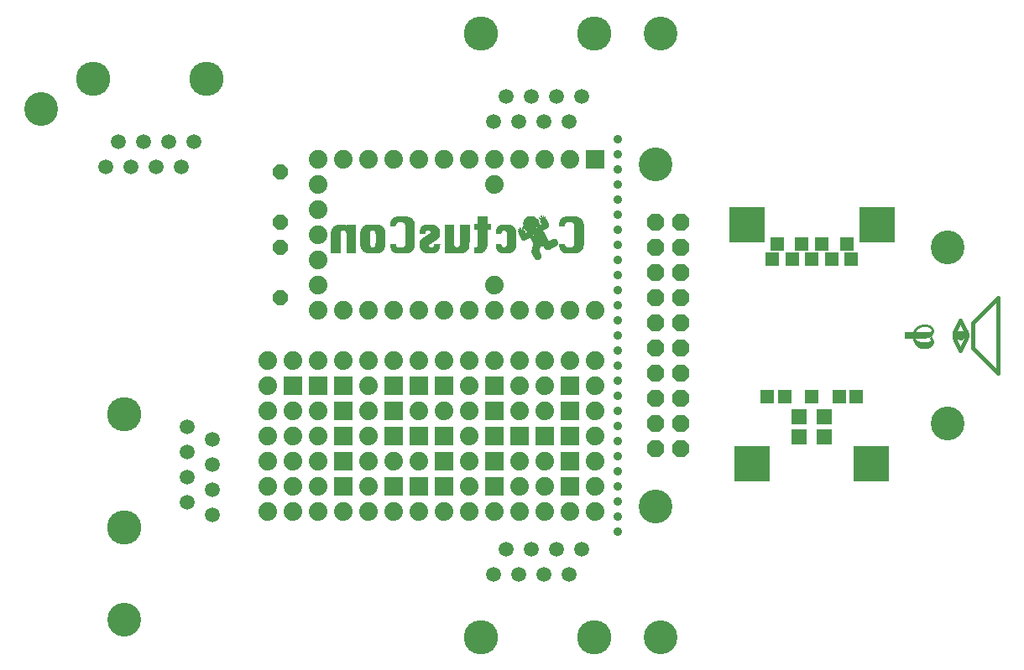
<source format=gbs>
G75*
%MOIN*%
%OFA0B0*%
%FSLAX24Y24*%
%IPPOS*%
%LPD*%
%AMOC8*
5,1,8,0,0,1.08239X$1,22.5*
%
%ADD10C,0.1340*%
%ADD11C,0.0356*%
%ADD12C,0.0160*%
%ADD13C,0.0000*%
%ADD14C,0.0001*%
%ADD15OC8,0.0600*%
%ADD16R,0.1386X0.1386*%
%ADD17R,0.0556X0.0556*%
%ADD18R,0.0642X0.0642*%
%ADD19OC8,0.0680*%
%ADD20C,0.0740*%
%ADD21R,0.0740X0.0740*%
%ADD22C,0.0595*%
%ADD23C,0.1360*%
D10*
X001880Y024375D03*
X005180Y004075D03*
X026480Y027375D03*
X026480Y003375D03*
X037880Y018875D03*
X026280Y022175D03*
X026280Y008575D03*
X037880Y011875D03*
D11*
X024780Y023175D03*
X024780Y022575D03*
X024780Y021975D03*
X024780Y021375D03*
X024780Y020775D03*
X024780Y020175D03*
X024780Y019575D03*
X024780Y018975D03*
X024780Y018375D03*
X024780Y017775D03*
X024780Y017175D03*
X024780Y016575D03*
X024780Y015975D03*
X024780Y015375D03*
X024780Y014775D03*
X024780Y014175D03*
X024780Y013575D03*
X024780Y012975D03*
X024780Y012375D03*
X024780Y011775D03*
X024780Y011175D03*
X024780Y010575D03*
X024780Y009975D03*
X024780Y009375D03*
X024780Y008775D03*
X024780Y008175D03*
X024780Y007575D03*
D12*
X039880Y016875D02*
X038880Y015875D01*
X038880Y014875D01*
X039880Y013875D01*
X039880Y016875D01*
X038380Y015975D02*
X038180Y015575D01*
X038163Y015537D01*
X038150Y015498D01*
X038141Y015457D01*
X038135Y015416D01*
X038133Y015375D01*
X038135Y015334D01*
X038141Y015293D01*
X038150Y015252D01*
X038163Y015213D01*
X038180Y015175D01*
X038380Y014775D01*
X038580Y015175D01*
X038597Y015213D01*
X038610Y015252D01*
X038619Y015293D01*
X038625Y015334D01*
X038627Y015375D01*
X038625Y015416D01*
X038619Y015457D01*
X038610Y015498D01*
X038597Y015537D01*
X038580Y015575D01*
X038380Y015975D01*
X038280Y015375D02*
X038282Y015395D01*
X038288Y015413D01*
X038297Y015431D01*
X038309Y015446D01*
X038324Y015458D01*
X038342Y015467D01*
X038360Y015473D01*
X038380Y015475D01*
X038400Y015473D01*
X038418Y015467D01*
X038436Y015458D01*
X038451Y015446D01*
X038463Y015431D01*
X038472Y015413D01*
X038478Y015395D01*
X038480Y015375D01*
X038478Y015355D01*
X038472Y015337D01*
X038463Y015319D01*
X038451Y015304D01*
X038436Y015292D01*
X038418Y015283D01*
X038400Y015277D01*
X038380Y015275D01*
X038360Y015277D01*
X038342Y015283D01*
X038324Y015292D01*
X038309Y015304D01*
X038297Y015319D01*
X038288Y015337D01*
X038282Y015355D01*
X038280Y015375D01*
D13*
X036891Y015271D02*
X036891Y015488D01*
X036903Y015488D01*
X036907Y015488D01*
X036920Y015488D01*
X036924Y015488D01*
X036936Y015488D01*
X036940Y015488D01*
X036948Y015488D01*
X036952Y015488D01*
X036960Y015488D01*
X036964Y015488D01*
X036972Y015488D01*
X036976Y015489D01*
X036984Y015489D01*
X036988Y015489D01*
X036992Y015489D01*
X036996Y015489D01*
X037004Y015489D01*
X037008Y015489D01*
X037012Y015489D01*
X037016Y015489D01*
X037024Y015489D01*
X037028Y015489D01*
X037032Y015489D01*
X037036Y015489D01*
X037040Y015489D01*
X037044Y015489D01*
X037048Y015489D01*
X037052Y015489D01*
X037056Y015489D01*
X037060Y015489D01*
X037064Y015490D01*
X037068Y015490D01*
X037072Y015490D01*
X037076Y015490D01*
X037080Y015490D01*
X037084Y015490D01*
X037088Y015490D01*
X037093Y015490D01*
X037096Y015490D01*
X037101Y015490D01*
X037105Y015490D01*
X037109Y015490D01*
X037113Y015491D01*
X037117Y015491D01*
X037121Y015491D01*
X037125Y015492D01*
X037128Y015492D01*
X037132Y015493D01*
X037136Y015494D01*
X037140Y015494D01*
X037144Y015495D01*
X037148Y015496D01*
X037152Y015497D01*
X037156Y015498D01*
X037160Y015499D01*
X037164Y015500D01*
X037167Y015501D01*
X037171Y015503D01*
X037175Y015504D01*
X037178Y015505D01*
X037182Y015507D01*
X037186Y015509D01*
X037189Y015510D01*
X037193Y015512D01*
X037196Y015514D01*
X037200Y015516D01*
X037203Y015519D01*
X037206Y015521D01*
X037209Y015523D01*
X037212Y015526D01*
X037215Y015529D01*
X037218Y015532D01*
X037220Y015535D01*
X037223Y015538D01*
X037225Y015542D01*
X037227Y015545D01*
X037228Y015548D01*
X037230Y015552D01*
X037231Y015555D01*
X037232Y015559D01*
X037233Y015563D01*
X037233Y015567D01*
X037234Y015570D01*
X037234Y015574D01*
X037234Y015586D01*
X037234Y015589D01*
X037233Y015593D01*
X037233Y015597D01*
X037232Y015601D01*
X037232Y015605D01*
X037231Y015609D01*
X037230Y015612D01*
X037229Y015616D01*
X037227Y015620D01*
X037226Y015623D01*
X037224Y015627D01*
X037222Y015630D01*
X037220Y015633D01*
X037218Y015637D01*
X037215Y015640D01*
X037213Y015643D01*
X037210Y015646D01*
X037208Y015648D01*
X037205Y015651D01*
X037202Y015654D01*
X037199Y015657D01*
X037196Y015659D01*
X037193Y015662D01*
X037190Y015664D01*
X037187Y015667D01*
X037184Y015669D01*
X037181Y015672D01*
X037178Y015674D01*
X037174Y015676D01*
X037171Y015678D01*
X037168Y015680D01*
X037164Y015682D01*
X037161Y015684D01*
X037157Y015686D01*
X037154Y015688D01*
X037150Y015690D01*
X037147Y015692D01*
X037143Y015694D01*
X037140Y015695D01*
X037136Y015697D01*
X037133Y015699D01*
X037129Y015700D01*
X037125Y015702D01*
X037121Y015703D01*
X037118Y015704D01*
X037114Y015706D01*
X037110Y015707D01*
X037107Y015708D01*
X037103Y015710D01*
X037099Y015711D01*
X037095Y015712D01*
X037091Y015713D01*
X037088Y015714D01*
X037084Y015715D01*
X037080Y015716D01*
X037076Y015717D01*
X037072Y015718D01*
X037069Y015719D01*
X037065Y015720D01*
X037061Y015721D01*
X037057Y015722D01*
X037053Y015722D01*
X037049Y015723D01*
X037045Y015724D01*
X037041Y015724D01*
X037037Y015725D01*
X037033Y015725D01*
X037029Y015726D01*
X037025Y015726D01*
X037021Y015727D01*
X037017Y015727D01*
X037013Y015727D01*
X037009Y015728D01*
X037005Y015728D01*
X037001Y015728D01*
X036997Y015728D01*
X036993Y015729D01*
X036989Y015729D01*
X036981Y015729D01*
X036977Y015729D01*
X036973Y015729D01*
X036969Y015729D01*
X036965Y015729D01*
X036957Y015729D01*
X036953Y015729D01*
X036949Y015729D01*
X036945Y015729D01*
X036941Y015729D01*
X036933Y015729D01*
X036929Y015729D01*
X036925Y015728D01*
X036921Y015728D01*
X036917Y015728D01*
X036913Y015728D01*
X036909Y015727D01*
X036905Y015727D01*
X036901Y015727D01*
X036897Y015727D01*
X036892Y015726D01*
X036891Y015726D01*
X036891Y015783D01*
X036894Y015783D01*
X036898Y015784D01*
X036902Y015784D01*
X036906Y015784D01*
X036910Y015785D01*
X036914Y015785D01*
X036918Y015785D01*
X036922Y015786D01*
X036926Y015786D01*
X036930Y015786D01*
X036934Y015786D01*
X036938Y015786D01*
X036942Y015786D01*
X036946Y015787D01*
X036950Y015787D01*
X036954Y015787D01*
X036959Y015787D01*
X036963Y015787D01*
X036979Y015787D01*
X036983Y015787D01*
X036987Y015787D01*
X036991Y015787D01*
X036995Y015787D01*
X036999Y015786D01*
X037003Y015786D01*
X037007Y015786D01*
X037011Y015786D01*
X037015Y015785D01*
X037019Y015785D01*
X037023Y015785D01*
X037027Y015784D01*
X037031Y015784D01*
X037035Y015784D01*
X037039Y015783D01*
X037043Y015783D01*
X037047Y015782D01*
X037051Y015782D01*
X037055Y015781D01*
X037059Y015780D01*
X037063Y015780D01*
X037067Y015779D01*
X037071Y015779D01*
X037075Y015778D01*
X037079Y015777D01*
X037083Y015776D01*
X037087Y015775D01*
X037091Y015774D01*
X037095Y015774D01*
X037099Y015773D01*
X037103Y015772D01*
X037107Y015771D01*
X037111Y015770D01*
X037115Y015768D01*
X037118Y015767D01*
X037126Y015765D01*
X037130Y015763D01*
X037134Y015762D01*
X037138Y015761D01*
X037141Y015759D01*
X037145Y015758D01*
X037149Y015756D01*
X037153Y015755D01*
X037156Y015753D01*
X037160Y015751D01*
X037164Y015750D01*
X037167Y015748D01*
X037171Y015746D01*
X037175Y015744D01*
X037178Y015742D01*
X037182Y015740D01*
X037185Y015738D01*
X037189Y015736D01*
X037192Y015734D01*
X037195Y015732D01*
X037199Y015730D01*
X037202Y015728D01*
X037205Y015725D01*
X037209Y015723D01*
X037212Y015720D01*
X037215Y015718D01*
X037218Y015715D01*
X037221Y015713D01*
X037224Y015710D01*
X037227Y015708D01*
X037230Y015705D01*
X037233Y015702D01*
X037236Y015699D01*
X037239Y015696D01*
X037242Y015694D01*
X037244Y015691D01*
X037247Y015688D01*
X037250Y015685D01*
X037252Y015682D01*
X037255Y015678D01*
X037257Y015675D01*
X037260Y015672D01*
X037262Y015669D01*
X037264Y015665D01*
X037266Y015662D01*
X037269Y015659D01*
X037271Y015655D01*
X037273Y015652D01*
X037275Y015648D01*
X037276Y015645D01*
X037278Y015641D01*
X037280Y015637D01*
X037281Y015634D01*
X037283Y015630D01*
X037284Y015626D01*
X037286Y015623D01*
X037287Y015619D01*
X037288Y015615D01*
X037289Y015611D01*
X037290Y015607D01*
X037291Y015603D01*
X037292Y015599D01*
X037293Y015595D01*
X037293Y015591D01*
X037294Y015588D01*
X037294Y015584D01*
X037295Y015580D01*
X037295Y015576D01*
X037296Y015572D01*
X037296Y015568D01*
X037296Y015564D01*
X037296Y015560D01*
X037296Y015555D01*
X037296Y015552D01*
X037296Y015548D01*
X037296Y015544D01*
X037296Y015539D01*
X037296Y015536D01*
X037295Y015532D01*
X037295Y015528D01*
X037295Y015524D01*
X037294Y015520D01*
X037294Y015516D01*
X037293Y015512D01*
X037293Y015508D01*
X037292Y015504D01*
X037292Y015500D01*
X037291Y015496D01*
X037290Y015492D01*
X037289Y015488D01*
X037288Y015484D01*
X037287Y015481D01*
X037286Y015477D01*
X037285Y015473D01*
X037284Y015469D01*
X037283Y015465D01*
X037282Y015462D01*
X037280Y015458D01*
X037279Y015454D01*
X037277Y015450D01*
X037276Y015447D01*
X037274Y015443D01*
X037272Y015439D01*
X037271Y015436D01*
X037269Y015432D01*
X037267Y015429D01*
X037265Y015425D01*
X037263Y015422D01*
X037261Y015419D01*
X037256Y015412D01*
X037254Y015409D01*
X037252Y015405D01*
X037250Y015402D01*
X037247Y015399D01*
X037245Y015396D01*
X037242Y015393D01*
X037240Y015390D01*
X037237Y015387D01*
X037235Y015384D01*
X037232Y015381D01*
X037229Y015378D01*
X037227Y015375D01*
X037224Y015372D01*
X037221Y015369D01*
X037218Y015366D01*
X037215Y015363D01*
X037212Y015361D01*
X037209Y015358D01*
X037206Y015355D01*
X037203Y015352D01*
X037200Y015350D01*
X037197Y015347D01*
X037194Y015345D01*
X037191Y015342D01*
X037188Y015340D01*
X037184Y015337D01*
X037178Y015333D01*
X037174Y015330D01*
X037171Y015328D01*
X037164Y015324D01*
X037161Y015322D01*
X037157Y015320D01*
X037154Y015318D01*
X037150Y015316D01*
X037146Y015314D01*
X037143Y015313D01*
X037139Y015311D01*
X037135Y015309D01*
X037132Y015308D01*
X037128Y015306D01*
X037124Y015304D01*
X037121Y015303D01*
X037117Y015301D01*
X037113Y015300D01*
X037109Y015299D01*
X037105Y015297D01*
X037102Y015296D01*
X037098Y015295D01*
X037094Y015294D01*
X037090Y015292D01*
X037086Y015291D01*
X037082Y015290D01*
X037078Y015289D01*
X037074Y015288D01*
X037071Y015287D01*
X037067Y015286D01*
X037063Y015285D01*
X037059Y015284D01*
X037055Y015283D01*
X037051Y015282D01*
X037047Y015282D01*
X037043Y015281D01*
X037039Y015280D01*
X037035Y015279D01*
X037031Y015279D01*
X037027Y015278D01*
X037023Y015277D01*
X037019Y015277D01*
X037015Y015276D01*
X037011Y015276D01*
X037007Y015275D01*
X037003Y015275D01*
X036999Y015275D01*
X036995Y015274D01*
X036991Y015274D01*
X036987Y015274D01*
X036983Y015273D01*
X036979Y015273D01*
X036975Y015273D01*
X036971Y015273D01*
X036967Y015273D01*
X036963Y015272D01*
X036959Y015272D01*
X036955Y015272D01*
X036950Y015272D01*
X036946Y015272D01*
X036942Y015272D01*
X036934Y015272D01*
X036930Y015271D01*
X036926Y015271D01*
X036922Y015271D01*
X036918Y015271D01*
X036914Y015271D01*
X036910Y015271D01*
X036906Y015271D01*
X036902Y015271D01*
X036898Y015271D01*
X036894Y015271D01*
X036891Y015271D01*
X036891Y015271D01*
X037296Y015112D02*
X037296Y015108D01*
X037296Y015104D01*
X037296Y015100D01*
X037296Y015096D01*
X037295Y015092D01*
X037295Y015088D01*
X037294Y015084D01*
X037294Y015080D01*
X037293Y015076D01*
X037292Y015072D01*
X037291Y015068D01*
X037290Y015065D01*
X037289Y015061D01*
X037288Y015057D01*
X037287Y015053D01*
X037286Y015049D01*
X037285Y015045D01*
X037284Y015041D01*
X037282Y015038D01*
X037281Y015034D01*
X037279Y015030D01*
X037278Y015026D01*
X037276Y015023D01*
X037274Y015019D01*
X037272Y015015D01*
X037271Y015012D01*
X037269Y015008D01*
X037267Y015005D01*
X037265Y015001D01*
X037263Y014998D01*
X037260Y014994D01*
X037258Y014991D01*
X037256Y014988D01*
X037254Y014984D01*
X037251Y014981D01*
X037249Y014978D01*
X037246Y014975D01*
X037244Y014972D01*
X037241Y014969D01*
X037238Y014966D01*
X037236Y014962D01*
X037233Y014960D01*
X037230Y014957D01*
X037227Y014954D01*
X037225Y014951D01*
X037222Y014948D01*
X037219Y014945D01*
X037216Y014942D01*
X037213Y014940D01*
X037210Y014937D01*
X037207Y014934D01*
X037204Y014932D01*
X037201Y014929D01*
X037197Y014927D01*
X037194Y014924D01*
X037191Y014922D01*
X037188Y014919D01*
X037184Y014917D01*
X037181Y014915D01*
X037178Y014912D01*
X037174Y014910D01*
X037171Y014908D01*
X037168Y014906D01*
X037161Y014901D01*
X037157Y014899D01*
X037154Y014897D01*
X037150Y014896D01*
X037147Y014894D01*
X037143Y014892D01*
X037139Y014890D01*
X037136Y014888D01*
X037132Y014886D01*
X037129Y014885D01*
X037125Y014883D01*
X037121Y014881D01*
X037117Y014880D01*
X037114Y014878D01*
X037110Y014877D01*
X037106Y014875D01*
X037102Y014874D01*
X037099Y014872D01*
X037095Y014871D01*
X037091Y014870D01*
X037087Y014868D01*
X037083Y014867D01*
X037079Y014866D01*
X037076Y014865D01*
X037072Y014864D01*
X037068Y014863D01*
X037064Y014861D01*
X037060Y014860D01*
X037056Y014859D01*
X037052Y014859D01*
X037048Y014858D01*
X037044Y014857D01*
X037040Y014856D01*
X037036Y014855D01*
X037032Y014854D01*
X037028Y014854D01*
X037024Y014853D01*
X037020Y014852D01*
X037016Y014852D01*
X037012Y014851D01*
X037008Y014851D01*
X037004Y014850D01*
X037000Y014850D01*
X036996Y014849D01*
X036992Y014849D01*
X036988Y014848D01*
X036984Y014848D01*
X036980Y014848D01*
X036976Y014848D01*
X036972Y014847D01*
X036968Y014847D01*
X036964Y014847D01*
X036960Y014847D01*
X036956Y014847D01*
X036952Y014846D01*
X036940Y014846D01*
X036936Y014847D01*
X036932Y014847D01*
X036928Y014847D01*
X036924Y014847D01*
X036920Y014847D01*
X036916Y014847D01*
X036912Y014848D01*
X036908Y014848D01*
X036904Y014848D01*
X036900Y014849D01*
X036896Y014849D01*
X036892Y014850D01*
X036888Y014850D01*
X036884Y014851D01*
X036880Y014851D01*
X036876Y014852D01*
X036871Y014853D01*
X036868Y014853D01*
X036864Y014854D01*
X036860Y014855D01*
X036856Y014856D01*
X036852Y014856D01*
X036848Y014857D01*
X036844Y014858D01*
X036840Y014859D01*
X036836Y014860D01*
X036832Y014861D01*
X036828Y014862D01*
X036824Y014864D01*
X036820Y014865D01*
X036817Y014866D01*
X036813Y014867D01*
X036809Y014868D01*
X036805Y014870D01*
X036801Y014871D01*
X036794Y014874D01*
X036790Y014875D01*
X036786Y014877D01*
X036783Y014878D01*
X036779Y014880D01*
X036775Y014882D01*
X036771Y014883D01*
X036768Y014885D01*
X036764Y014887D01*
X036760Y014888D01*
X036757Y014890D01*
X036753Y014892D01*
X036750Y014894D01*
X036746Y014896D01*
X036743Y014898D01*
X036739Y014900D01*
X036736Y014902D01*
X036732Y014904D01*
X036729Y014906D01*
X036725Y014908D01*
X036722Y014910D01*
X036718Y014912D01*
X036715Y014914D01*
X036711Y014916D01*
X036708Y014919D01*
X036701Y014923D01*
X036698Y014926D01*
X036695Y014928D01*
X036692Y014930D01*
X036688Y014933D01*
X036685Y014935D01*
X036682Y014938D01*
X036679Y014940D01*
X036676Y014943D01*
X036673Y014945D01*
X036669Y014948D01*
X036666Y014951D01*
X036663Y014953D01*
X036660Y014956D01*
X036657Y014958D01*
X036654Y014961D01*
X036651Y014964D01*
X036645Y014969D01*
X036642Y014972D01*
X036639Y014975D01*
X036637Y014978D01*
X036634Y014981D01*
X036631Y014983D01*
X036628Y014986D01*
X036625Y014989D01*
X036622Y014992D01*
X036617Y014998D01*
X036614Y015001D01*
X036612Y015004D01*
X036609Y015007D01*
X036606Y015010D01*
X036604Y015013D01*
X036601Y015016D01*
X036599Y015019D01*
X036596Y015023D01*
X036594Y015026D01*
X036591Y015029D01*
X036589Y015032D01*
X036586Y015035D01*
X036584Y015039D01*
X036582Y015042D01*
X036579Y015045D01*
X036577Y015049D01*
X036573Y015055D01*
X036570Y015059D01*
X036568Y015062D01*
X036566Y015066D01*
X036564Y015069D01*
X036562Y015073D01*
X036560Y015076D01*
X036558Y015080D01*
X036556Y015083D01*
X036554Y015087D01*
X036552Y015090D01*
X036550Y015094D01*
X036548Y015097D01*
X036547Y015101D01*
X036545Y015105D01*
X036543Y015108D01*
X036542Y015112D01*
X036540Y015116D01*
X036538Y015119D01*
X036537Y015123D01*
X036535Y015127D01*
X036534Y015131D01*
X036531Y015138D01*
X036530Y015142D01*
X036528Y015146D01*
X036527Y015150D01*
X036526Y015153D01*
X036525Y015157D01*
X036524Y015161D01*
X036523Y015165D01*
X036521Y015169D01*
X036520Y015173D01*
X036520Y015177D01*
X036519Y015181D01*
X036518Y015185D01*
X036517Y015189D01*
X036516Y015192D01*
X036515Y015196D01*
X036515Y015200D01*
X036514Y015204D01*
X036513Y015208D01*
X036513Y015212D01*
X036512Y015216D01*
X036512Y015220D01*
X036511Y015224D01*
X036511Y015228D01*
X036511Y015232D01*
X036510Y015236D01*
X036510Y015240D01*
X036510Y015244D01*
X036509Y015247D01*
X036509Y015251D01*
X036509Y015254D01*
X036509Y015258D01*
X036508Y015262D01*
X036508Y015265D01*
X036508Y015269D01*
X036504Y015269D01*
X036500Y015269D01*
X036484Y015269D01*
X036480Y015269D01*
X036464Y015269D01*
X036459Y015269D01*
X036447Y015269D01*
X036443Y015269D01*
X036427Y015269D01*
X036423Y015269D01*
X036407Y015269D01*
X036403Y015269D01*
X036387Y015269D01*
X036383Y015270D01*
X036371Y015270D01*
X036367Y015270D01*
X036351Y015270D01*
X036347Y015270D01*
X036331Y015270D01*
X036326Y015270D01*
X036310Y015270D01*
X036306Y015270D01*
X036290Y015270D01*
X036286Y015270D01*
X036274Y015270D01*
X036270Y015270D01*
X036254Y015270D01*
X036250Y015270D01*
X036234Y015270D01*
X036230Y015270D01*
X036214Y015270D01*
X036210Y015270D01*
X036193Y015270D01*
X036189Y015271D01*
X036185Y015271D01*
X036185Y015488D01*
X036396Y015488D01*
X036400Y015488D01*
X036428Y015488D01*
X036432Y015488D01*
X036444Y015488D01*
X036448Y015488D01*
X036456Y015488D01*
X036460Y015488D01*
X036464Y015488D01*
X036468Y015488D01*
X036472Y015488D01*
X036476Y015488D01*
X036480Y015488D01*
X036484Y015488D01*
X036488Y015488D01*
X036492Y015489D01*
X036496Y015489D01*
X036500Y015489D01*
X036504Y015489D01*
X036508Y015489D01*
X036512Y015490D01*
X036516Y015490D01*
X036519Y015492D01*
X036520Y015496D01*
X036521Y015500D01*
X036522Y015504D01*
X036523Y015508D01*
X036524Y015512D01*
X036525Y015515D01*
X036527Y015519D01*
X036528Y015523D01*
X036529Y015527D01*
X036531Y015530D01*
X036532Y015534D01*
X036535Y015542D01*
X036536Y015545D01*
X036538Y015549D01*
X036539Y015553D01*
X036541Y015557D01*
X036543Y015560D01*
X036544Y015564D01*
X036546Y015568D01*
X036547Y015571D01*
X036549Y015575D01*
X036551Y015578D01*
X036553Y015582D01*
X036555Y015586D01*
X036557Y015589D01*
X036559Y015593D01*
X036561Y015596D01*
X036563Y015600D01*
X036565Y015603D01*
X036567Y015607D01*
X036569Y015610D01*
X036571Y015613D01*
X036574Y015617D01*
X036576Y015620D01*
X036578Y015623D01*
X036581Y015627D01*
X036583Y015630D01*
X036586Y015633D01*
X036588Y015636D01*
X036591Y015639D01*
X036593Y015642D01*
X036596Y015645D01*
X036599Y015648D01*
X036601Y015652D01*
X036604Y015654D01*
X036607Y015657D01*
X036610Y015660D01*
X036613Y015663D01*
X036618Y015669D01*
X036621Y015672D01*
X036624Y015674D01*
X036627Y015677D01*
X036630Y015680D01*
X036634Y015682D01*
X036637Y015685D01*
X036640Y015687D01*
X036643Y015690D01*
X036646Y015692D01*
X036649Y015695D01*
X036653Y015697D01*
X036656Y015700D01*
X036659Y015702D01*
X036663Y015704D01*
X036669Y015709D01*
X036673Y015711D01*
X036676Y015713D01*
X036680Y015715D01*
X036683Y015717D01*
X036686Y015720D01*
X036690Y015722D01*
X036694Y015724D01*
X036697Y015726D01*
X036701Y015727D01*
X036704Y015729D01*
X036708Y015731D01*
X036711Y015733D01*
X036715Y015735D01*
X036719Y015736D01*
X036722Y015738D01*
X036726Y015740D01*
X036730Y015742D01*
X036733Y015743D01*
X036737Y015745D01*
X036741Y015746D01*
X036745Y015748D01*
X036748Y015749D01*
X036752Y015751D01*
X036756Y015752D01*
X036760Y015754D01*
X036764Y015755D01*
X036767Y015756D01*
X036771Y015758D01*
X036775Y015759D01*
X036779Y015760D01*
X036783Y015761D01*
X036787Y015762D01*
X036791Y015764D01*
X036795Y015765D01*
X036798Y015766D01*
X036802Y015767D01*
X036806Y015768D01*
X036810Y015769D01*
X036814Y015770D01*
X036818Y015771D01*
X036822Y015772D01*
X036826Y015772D01*
X036830Y015773D01*
X036834Y015774D01*
X036838Y015775D01*
X036842Y015776D01*
X036846Y015776D01*
X036850Y015777D01*
X036854Y015778D01*
X036858Y015778D01*
X036862Y015779D01*
X036866Y015780D01*
X036870Y015780D01*
X036874Y015781D01*
X036878Y015781D01*
X036882Y015782D01*
X036886Y015782D01*
X036890Y015783D01*
X036891Y015783D01*
X036891Y015726D01*
X036889Y015726D01*
X036884Y015725D01*
X036881Y015725D01*
X036877Y015724D01*
X036873Y015724D01*
X036869Y015723D01*
X036865Y015722D01*
X036861Y015722D01*
X036857Y015721D01*
X036853Y015720D01*
X036849Y015719D01*
X036845Y015718D01*
X036841Y015717D01*
X036837Y015716D01*
X036833Y015716D01*
X036829Y015715D01*
X036825Y015714D01*
X036821Y015712D01*
X036817Y015711D01*
X036813Y015710D01*
X036810Y015709D01*
X036806Y015708D01*
X036802Y015707D01*
X036798Y015706D01*
X036794Y015704D01*
X036790Y015703D01*
X036787Y015702D01*
X036783Y015700D01*
X036779Y015699D01*
X036775Y015698D01*
X036771Y015696D01*
X036767Y015695D01*
X036764Y015693D01*
X036760Y015692D01*
X036756Y015690D01*
X036753Y015688D01*
X036749Y015687D01*
X036745Y015685D01*
X036742Y015683D01*
X036738Y015682D01*
X036734Y015680D01*
X036731Y015678D01*
X036727Y015676D01*
X036724Y015674D01*
X036720Y015672D01*
X036717Y015670D01*
X036713Y015668D01*
X036710Y015666D01*
X036706Y015664D01*
X036703Y015662D01*
X036699Y015660D01*
X036696Y015657D01*
X036693Y015655D01*
X036689Y015653D01*
X036686Y015650D01*
X036683Y015648D01*
X036680Y015646D01*
X036676Y015643D01*
X036673Y015640D01*
X036670Y015638D01*
X036667Y015635D01*
X036664Y015633D01*
X036661Y015630D01*
X036658Y015627D01*
X036655Y015624D01*
X036652Y015622D01*
X036649Y015619D01*
X036644Y015613D01*
X036641Y015610D01*
X036639Y015607D01*
X036636Y015604D01*
X036633Y015600D01*
X036631Y015597D01*
X036628Y015594D01*
X036626Y015591D01*
X036624Y015588D01*
X036621Y015584D01*
X036617Y015578D01*
X036615Y015574D01*
X036612Y015571D01*
X036610Y015567D01*
X036608Y015564D01*
X036606Y015560D01*
X036604Y015557D01*
X036603Y015553D01*
X036601Y015550D01*
X036599Y015546D01*
X036597Y015542D01*
X036595Y015539D01*
X036594Y015535D01*
X036592Y015531D01*
X036591Y015527D01*
X036589Y015524D01*
X036588Y015520D01*
X036587Y015516D01*
X036585Y015512D01*
X036584Y015509D01*
X036582Y015502D01*
X036581Y015499D01*
X036580Y015495D01*
X036579Y015492D01*
X036578Y015489D01*
X036582Y015488D01*
X036586Y015488D01*
X036590Y015488D01*
X036594Y015488D01*
X036598Y015488D01*
X036602Y015488D01*
X036606Y015488D01*
X036610Y015488D01*
X036614Y015488D01*
X036622Y015488D01*
X036626Y015488D01*
X036634Y015488D01*
X036638Y015487D01*
X036662Y015487D01*
X036666Y015487D01*
X036763Y015487D01*
X036767Y015487D01*
X036799Y015487D01*
X036803Y015488D01*
X036827Y015488D01*
X036831Y015488D01*
X036851Y015488D01*
X036855Y015488D01*
X036871Y015488D01*
X036875Y015488D01*
X036887Y015488D01*
X036891Y015488D01*
X036891Y015271D01*
X036886Y015271D01*
X036882Y015271D01*
X036870Y015271D01*
X036866Y015271D01*
X036849Y015271D01*
X036845Y015271D01*
X036813Y015271D01*
X036809Y015270D01*
X036570Y015270D01*
X036570Y015267D01*
X036571Y015263D01*
X036571Y015260D01*
X036571Y015257D01*
X036572Y015253D01*
X036572Y015250D01*
X036572Y015246D01*
X036573Y015242D01*
X036573Y015238D01*
X036574Y015234D01*
X036575Y015230D01*
X036576Y015226D01*
X036577Y015222D01*
X036579Y015218D01*
X036580Y015215D01*
X036582Y015211D01*
X036583Y015207D01*
X036585Y015204D01*
X036587Y015200D01*
X036589Y015197D01*
X036591Y015193D01*
X036593Y015190D01*
X036596Y015187D01*
X036598Y015184D01*
X036600Y015180D01*
X036603Y015177D01*
X036606Y015174D01*
X036608Y015171D01*
X036611Y015169D01*
X036614Y015166D01*
X036617Y015163D01*
X036620Y015160D01*
X036623Y015158D01*
X036626Y015156D01*
X036630Y015153D01*
X036633Y015151D01*
X036636Y015149D01*
X036639Y015146D01*
X036643Y015144D01*
X036646Y015142D01*
X036650Y015140D01*
X036653Y015138D01*
X036657Y015136D01*
X036661Y015135D01*
X036664Y015133D01*
X036668Y015131D01*
X036671Y015130D01*
X036675Y015128D01*
X036679Y015127D01*
X036683Y015125D01*
X036686Y015124D01*
X036690Y015123D01*
X036694Y015122D01*
X036698Y015121D01*
X036702Y015119D01*
X036706Y015118D01*
X036710Y015117D01*
X036713Y015117D01*
X036717Y015116D01*
X036721Y015115D01*
X036725Y015114D01*
X036729Y015113D01*
X036733Y015112D01*
X036737Y015111D01*
X036741Y015110D01*
X036745Y015110D01*
X036749Y015109D01*
X036753Y015108D01*
X036757Y015107D01*
X036761Y015107D01*
X036765Y015106D01*
X036769Y015105D01*
X036773Y015105D01*
X036777Y015104D01*
X036781Y015104D01*
X036785Y015103D01*
X036789Y015103D01*
X036793Y015102D01*
X036797Y015102D01*
X036801Y015101D01*
X036805Y015101D01*
X036809Y015101D01*
X036813Y015100D01*
X036817Y015100D01*
X036821Y015100D01*
X036825Y015099D01*
X036829Y015099D01*
X036833Y015099D01*
X036837Y015098D01*
X036841Y015098D01*
X036845Y015098D01*
X036849Y015098D01*
X036853Y015097D01*
X036857Y015097D01*
X036861Y015097D01*
X036865Y015097D01*
X036869Y015097D01*
X036873Y015097D01*
X036877Y015096D01*
X036881Y015096D01*
X036885Y015096D01*
X036889Y015096D01*
X036893Y015096D01*
X036901Y015096D01*
X036905Y015096D01*
X036909Y015096D01*
X036913Y015096D01*
X036921Y015096D01*
X036925Y015096D01*
X036933Y015096D01*
X036938Y015095D01*
X036958Y015095D01*
X036962Y015096D01*
X036974Y015096D01*
X036978Y015096D01*
X036982Y015096D01*
X036986Y015096D01*
X036990Y015096D01*
X036994Y015096D01*
X036998Y015096D01*
X037002Y015096D01*
X037006Y015096D01*
X037010Y015096D01*
X037014Y015096D01*
X037018Y015096D01*
X037022Y015097D01*
X037026Y015097D01*
X037030Y015097D01*
X037034Y015097D01*
X037038Y015097D01*
X037042Y015097D01*
X037046Y015098D01*
X037050Y015098D01*
X037054Y015098D01*
X037058Y015098D01*
X037062Y015099D01*
X037066Y015099D01*
X037070Y015100D01*
X037074Y015100D01*
X037078Y015100D01*
X037082Y015101D01*
X037086Y015101D01*
X037090Y015102D01*
X037094Y015102D01*
X037098Y015103D01*
X037102Y015103D01*
X037106Y015104D01*
X037114Y015105D01*
X037118Y015106D01*
X037121Y015107D01*
X037125Y015108D01*
X037129Y015109D01*
X037133Y015109D01*
X037137Y015110D01*
X037141Y015112D01*
X037145Y015113D01*
X037149Y015114D01*
X037152Y015115D01*
X037156Y015116D01*
X037160Y015118D01*
X037164Y015119D01*
X037167Y015121D01*
X037171Y015122D01*
X037175Y015124D01*
X037178Y015126D01*
X037182Y015128D01*
X037185Y015130D01*
X037189Y015132D01*
X037192Y015134D01*
X037196Y015136D01*
X037199Y015139D01*
X037202Y015141D01*
X037205Y015144D01*
X037208Y015147D01*
X037210Y015150D01*
X037213Y015153D01*
X037215Y015156D01*
X037217Y015160D01*
X037219Y015163D01*
X037221Y015167D01*
X037223Y015171D01*
X037224Y015175D01*
X037224Y015179D01*
X037225Y015182D01*
X037225Y015187D01*
X037225Y015191D01*
X037225Y015195D01*
X037224Y015198D01*
X037223Y015202D01*
X037221Y015206D01*
X037220Y015210D01*
X037218Y015213D01*
X037216Y015217D01*
X037214Y015220D01*
X037211Y015223D01*
X037209Y015227D01*
X037206Y015229D01*
X037203Y015232D01*
X037200Y015235D01*
X037197Y015238D01*
X037194Y015240D01*
X037190Y015242D01*
X037187Y015245D01*
X037185Y015246D01*
X037182Y015248D01*
X037180Y015250D01*
X037182Y015252D01*
X037185Y015255D01*
X037188Y015257D01*
X037191Y015260D01*
X037194Y015262D01*
X037197Y015265D01*
X037200Y015267D01*
X037203Y015270D01*
X037205Y015272D01*
X037208Y015274D01*
X037211Y015277D01*
X037214Y015279D01*
X037217Y015282D01*
X037220Y015284D01*
X037222Y015282D01*
X037225Y015280D01*
X037227Y015277D01*
X037230Y015275D01*
X037232Y015272D01*
X037235Y015269D01*
X037238Y015266D01*
X037240Y015263D01*
X037243Y015260D01*
X037245Y015257D01*
X037248Y015254D01*
X037250Y015251D01*
X037252Y015247D01*
X037255Y015244D01*
X037257Y015241D01*
X037259Y015238D01*
X037261Y015234D01*
X037264Y015231D01*
X037266Y015228D01*
X037268Y015224D01*
X037270Y015221D01*
X037272Y015217D01*
X037274Y015214D01*
X037275Y015210D01*
X037277Y015206D01*
X037279Y015203D01*
X037280Y015199D01*
X037282Y015195D01*
X037283Y015192D01*
X037285Y015188D01*
X037286Y015184D01*
X037287Y015180D01*
X037288Y015176D01*
X037289Y015172D01*
X037290Y015168D01*
X037291Y015165D01*
X037292Y015161D01*
X037293Y015157D01*
X037294Y015153D01*
X037294Y015149D01*
X037295Y015145D01*
X037295Y015141D01*
X037296Y015137D01*
X037296Y015133D01*
X037296Y015129D01*
X037296Y015125D01*
X037296Y015120D01*
X037296Y015112D01*
X017306Y019769D02*
X017314Y019769D01*
X017322Y019769D01*
X017330Y019768D01*
X017338Y019768D01*
X017346Y019768D01*
X017355Y019768D01*
X017363Y019768D01*
X017371Y019767D01*
X017379Y019767D01*
X017387Y019766D01*
X017395Y019766D01*
X017403Y019765D01*
X017411Y019764D01*
X017419Y019763D01*
X017426Y019762D01*
X017434Y019761D01*
X017442Y019759D01*
X017450Y019757D01*
X017458Y019755D01*
X017466Y019752D01*
X017473Y019749D01*
X017481Y019746D01*
X017488Y019743D01*
X017496Y019740D01*
X017503Y019736D01*
X017511Y019732D01*
X017518Y019729D01*
X017525Y019724D01*
X017532Y019720D01*
X017539Y019716D01*
X017546Y019711D01*
X017552Y019707D01*
X017559Y019702D01*
X017565Y019697D01*
X017572Y019691D01*
X017584Y019681D01*
X017590Y019675D01*
X017596Y019669D01*
X017601Y019663D01*
X017607Y019657D01*
X017612Y019651D01*
X017617Y019645D01*
X017623Y019639D01*
X017628Y019632D01*
X017632Y019626D01*
X017637Y019619D01*
X017641Y019612D01*
X017646Y019605D01*
X017650Y019598D01*
X017654Y019591D01*
X017657Y019584D01*
X017661Y019576D01*
X017664Y019569D01*
X017668Y019561D01*
X017671Y019554D01*
X017674Y019546D01*
X017676Y019538D01*
X017679Y019531D01*
X017681Y019523D01*
X017683Y019515D01*
X017685Y019507D01*
X017686Y019499D01*
X017687Y019491D01*
X017688Y019483D01*
X017689Y019474D01*
X017689Y019466D01*
X017690Y019458D01*
X017690Y019442D01*
X017689Y019434D01*
X017689Y019425D01*
X017689Y019417D01*
X017688Y019409D01*
X017687Y019401D01*
X017686Y019393D01*
X017685Y019385D01*
X017684Y019377D01*
X017683Y019369D01*
X017681Y019361D01*
X017680Y019353D01*
X017678Y019345D01*
X017676Y019337D01*
X017673Y019329D01*
X017671Y019321D01*
X017668Y019314D01*
X017665Y019306D01*
X017661Y019299D01*
X017658Y019292D01*
X017654Y019285D01*
X017649Y019278D01*
X017644Y019271D01*
X017639Y019265D01*
X017634Y019259D01*
X017629Y019253D01*
X017623Y019247D01*
X017617Y019242D01*
X017611Y019236D01*
X017605Y019231D01*
X017599Y019225D01*
X017593Y019220D01*
X017587Y019215D01*
X017580Y019210D01*
X017574Y019205D01*
X017567Y019200D01*
X017561Y019195D01*
X017548Y019186D01*
X017541Y019181D01*
X017535Y019177D01*
X017528Y019172D01*
X017521Y019168D01*
X017514Y019163D01*
X017508Y019159D01*
X017501Y019154D01*
X017494Y019150D01*
X017487Y019145D01*
X017481Y019141D01*
X017474Y019137D01*
X017467Y019132D01*
X017460Y019128D01*
X017453Y019124D01*
X017446Y019119D01*
X017440Y019115D01*
X017433Y019111D01*
X017426Y019106D01*
X017419Y019102D01*
X017412Y019098D01*
X017405Y019093D01*
X017398Y019089D01*
X017392Y019085D01*
X017385Y019081D01*
X017378Y019077D01*
X017371Y019072D01*
X017364Y019068D01*
X017357Y019064D01*
X017350Y019059D01*
X017343Y019055D01*
X017336Y019050D01*
X017329Y019045D01*
X017323Y019041D01*
X017316Y019036D01*
X017309Y019031D01*
X017303Y019026D01*
X017296Y019021D01*
X017290Y019016D01*
X017283Y019011D01*
X017277Y019005D01*
X017271Y019000D01*
X017266Y018994D01*
X017260Y018988D01*
X017255Y018982D01*
X017250Y018975D01*
X017246Y018968D01*
X017243Y018960D01*
X017242Y018952D01*
X017243Y018944D01*
X017244Y018936D01*
X017245Y018928D01*
X017247Y018920D01*
X017250Y018913D01*
X017254Y018906D01*
X017258Y018899D01*
X017263Y018893D01*
X017269Y018887D01*
X017275Y018882D01*
X017281Y018877D01*
X017288Y018873D01*
X017295Y018869D01*
X017303Y018866D01*
X017310Y018864D01*
X017318Y018862D01*
X017326Y018860D01*
X017334Y018858D01*
X017342Y018857D01*
X017349Y018856D01*
X017357Y018856D01*
X017365Y018856D01*
X017381Y018856D01*
X017388Y018856D01*
X017396Y018857D01*
X017404Y018858D01*
X017411Y018859D01*
X017418Y018862D01*
X017425Y018865D01*
X017431Y018869D01*
X017438Y018874D01*
X017444Y018880D01*
X017450Y018886D01*
X017455Y018891D01*
X017460Y018898D01*
X017464Y018905D01*
X017468Y018912D01*
X017472Y018919D01*
X017475Y018926D01*
X017478Y018934D01*
X017481Y018941D01*
X017483Y018949D01*
X017485Y018957D01*
X017487Y018965D01*
X017489Y018973D01*
X017490Y018981D01*
X017492Y018988D01*
X017493Y018996D01*
X017495Y019004D01*
X017693Y019004D01*
X017692Y018996D01*
X017691Y018989D01*
X017691Y018982D01*
X017690Y018974D01*
X017690Y018967D01*
X017689Y018959D01*
X017688Y018952D01*
X017688Y018944D01*
X017687Y018936D01*
X017686Y018928D01*
X017685Y018920D01*
X017683Y018911D01*
X017682Y018903D01*
X017680Y018895D01*
X017679Y018887D01*
X017677Y018879D01*
X017675Y018871D01*
X017673Y018863D01*
X017670Y018855D01*
X017668Y018848D01*
X017665Y018840D01*
X017662Y018832D01*
X017659Y018825D01*
X017656Y018817D01*
X017653Y018809D01*
X017649Y018802D01*
X017646Y018795D01*
X017642Y018787D01*
X017637Y018780D01*
X017633Y018773D01*
X017629Y018767D01*
X017624Y018760D01*
X017619Y018753D01*
X017614Y018747D01*
X017608Y018741D01*
X017603Y018735D01*
X017596Y018729D01*
X017590Y018724D01*
X017584Y018719D01*
X017577Y018714D01*
X017570Y018710D01*
X017563Y018705D01*
X017556Y018701D01*
X017549Y018697D01*
X017542Y018693D01*
X017534Y018689D01*
X017527Y018686D01*
X017520Y018682D01*
X017512Y018679D01*
X017504Y018676D01*
X017497Y018673D01*
X017489Y018671D01*
X017481Y018668D01*
X017473Y018666D01*
X017465Y018664D01*
X017457Y018663D01*
X017449Y018662D01*
X017441Y018661D01*
X017433Y018660D01*
X017425Y018659D01*
X017417Y018658D01*
X017409Y018658D01*
X017400Y018657D01*
X017392Y018657D01*
X017384Y018656D01*
X017376Y018656D01*
X017368Y018656D01*
X017360Y018656D01*
X017352Y018655D01*
X017344Y018655D01*
X017336Y018655D01*
X017328Y018655D01*
X017320Y018655D01*
X017311Y018655D01*
X017287Y018655D01*
X017279Y018655D01*
X017271Y018655D01*
X017263Y018655D01*
X017255Y018655D01*
X017247Y018655D01*
X017239Y018655D01*
X017230Y018656D01*
X017222Y018656D01*
X017214Y018656D01*
X017206Y018657D01*
X017198Y018657D01*
X017190Y018658D01*
X017182Y018658D01*
X017174Y018659D01*
X017166Y018659D01*
X017158Y018660D01*
X017150Y018662D01*
X017142Y018663D01*
X017134Y018664D01*
X017126Y018667D01*
X017119Y018669D01*
X017111Y018671D01*
X017103Y018674D01*
X017096Y018677D01*
X017088Y018680D01*
X017081Y018683D01*
X017074Y018687D01*
X017067Y018691D01*
X017060Y018694D01*
X017053Y018699D01*
X017046Y018703D01*
X017040Y018707D01*
X017033Y018712D01*
X017027Y018717D01*
X017021Y018722D01*
X017015Y018727D01*
X017009Y018733D01*
X017003Y018738D01*
X016997Y018744D01*
X016992Y018749D01*
X016986Y018755D01*
X016980Y018761D01*
X016975Y018767D01*
X016970Y018773D01*
X016965Y018779D01*
X016960Y018786D01*
X016955Y018792D01*
X016950Y018799D01*
X016946Y018806D01*
X016941Y018813D01*
X016937Y018820D01*
X016933Y018827D01*
X016929Y018834D01*
X016926Y018841D01*
X016922Y018849D01*
X016919Y018856D01*
X016916Y018863D01*
X016913Y018871D01*
X016911Y018879D01*
X016908Y018887D01*
X016906Y018894D01*
X016904Y018902D01*
X016902Y018910D01*
X016900Y018918D01*
X016898Y018926D01*
X016897Y018934D01*
X016896Y018942D01*
X016895Y018950D01*
X016894Y018958D01*
X016894Y018966D01*
X016893Y018974D01*
X016893Y018982D01*
X016893Y018991D01*
X016893Y018999D01*
X016894Y019007D01*
X016894Y019015D01*
X016895Y019023D01*
X016896Y019031D01*
X016898Y019039D01*
X016899Y019047D01*
X016901Y019055D01*
X016902Y019063D01*
X016904Y019071D01*
X016906Y019079D01*
X016908Y019086D01*
X016911Y019094D01*
X016913Y019102D01*
X016916Y019110D01*
X016918Y019117D01*
X016921Y019125D01*
X016924Y019132D01*
X016928Y019140D01*
X016932Y019147D01*
X016936Y019153D01*
X016941Y019160D01*
X016947Y019166D01*
X016952Y019171D01*
X016958Y019177D01*
X016964Y019182D01*
X016970Y019188D01*
X016976Y019193D01*
X016982Y019198D01*
X016988Y019203D01*
X016995Y019208D01*
X017001Y019213D01*
X017007Y019218D01*
X017014Y019222D01*
X017020Y019227D01*
X017027Y019232D01*
X017033Y019236D01*
X017040Y019241D01*
X017046Y019245D01*
X017053Y019250D01*
X017060Y019254D01*
X017066Y019259D01*
X017073Y019263D01*
X017080Y019267D01*
X017087Y019271D01*
X017093Y019276D01*
X017100Y019280D01*
X017107Y019284D01*
X017114Y019288D01*
X017121Y019292D01*
X017128Y019297D01*
X017134Y019301D01*
X017141Y019305D01*
X017148Y019309D01*
X017155Y019313D01*
X017162Y019318D01*
X017169Y019322D01*
X017176Y019326D01*
X017183Y019330D01*
X017189Y019335D01*
X017196Y019339D01*
X017203Y019343D01*
X017210Y019348D01*
X017217Y019352D01*
X017223Y019357D01*
X017230Y019361D01*
X017237Y019365D01*
X017243Y019370D01*
X017250Y019375D01*
X017257Y019379D01*
X017263Y019384D01*
X017270Y019389D01*
X017276Y019393D01*
X017283Y019398D01*
X017289Y019403D01*
X017296Y019408D01*
X017302Y019413D01*
X017308Y019419D01*
X017314Y019424D01*
X017319Y019430D01*
X017325Y019436D01*
X017330Y019442D01*
X017335Y019449D01*
X017338Y019456D01*
X017341Y019464D01*
X017341Y019472D01*
X017341Y019480D01*
X017340Y019488D01*
X017339Y019495D01*
X017336Y019503D01*
X017333Y019511D01*
X017330Y019518D01*
X017325Y019525D01*
X017320Y019531D01*
X017315Y019536D01*
X017308Y019542D01*
X017302Y019546D01*
X017295Y019550D01*
X017288Y019554D01*
X017281Y019557D01*
X017273Y019560D01*
X017265Y019562D01*
X017258Y019564D01*
X017250Y019566D01*
X017242Y019567D01*
X017234Y019568D01*
X017226Y019569D01*
X017217Y019570D01*
X017209Y019570D01*
X017201Y019570D01*
X017193Y019569D01*
X017185Y019568D01*
X017177Y019566D01*
X017169Y019564D01*
X017161Y019560D01*
X017154Y019556D01*
X017148Y019551D01*
X017141Y019546D01*
X017136Y019540D01*
X017131Y019533D01*
X017126Y019527D01*
X017121Y019520D01*
X017118Y019512D01*
X017114Y019505D01*
X017110Y019498D01*
X017107Y019490D01*
X017104Y019483D01*
X017101Y019475D01*
X017099Y019467D01*
X017096Y019459D01*
X017094Y019451D01*
X017091Y019443D01*
X017089Y019436D01*
X017087Y019427D01*
X017080Y019424D01*
X017072Y019422D01*
X017064Y019421D01*
X017056Y019420D01*
X017048Y019420D01*
X017040Y019420D01*
X017032Y019420D01*
X017024Y019419D01*
X017016Y019419D01*
X017008Y019419D01*
X016899Y019419D01*
X016900Y019426D01*
X016901Y019434D01*
X016902Y019441D01*
X016903Y019449D01*
X016904Y019456D01*
X016905Y019464D01*
X016907Y019480D01*
X016908Y019488D01*
X016909Y019495D01*
X016909Y019503D01*
X016910Y019511D01*
X016911Y019519D01*
X016912Y019527D01*
X016914Y019535D01*
X016916Y019543D01*
X016919Y019559D01*
X016922Y019567D01*
X016924Y019575D01*
X016926Y019582D01*
X016929Y019590D01*
X016932Y019598D01*
X016935Y019605D01*
X016938Y019612D01*
X016942Y019620D01*
X016945Y019627D01*
X016949Y019634D01*
X016953Y019641D01*
X016957Y019648D01*
X016961Y019655D01*
X016966Y019662D01*
X016971Y019668D01*
X016976Y019675D01*
X016981Y019681D01*
X016986Y019687D01*
X016992Y019693D01*
X016998Y019698D01*
X017004Y019704D01*
X017010Y019709D01*
X017016Y019714D01*
X017030Y019723D01*
X017037Y019728D01*
X017044Y019732D01*
X017051Y019736D01*
X017058Y019739D01*
X017065Y019743D01*
X017073Y019746D01*
X017081Y019749D01*
X017088Y019751D01*
X017096Y019753D01*
X017104Y019755D01*
X017112Y019757D01*
X017120Y019759D01*
X017128Y019760D01*
X017136Y019761D01*
X017144Y019762D01*
X017152Y019763D01*
X017160Y019764D01*
X017168Y019765D01*
X017176Y019766D01*
X017185Y019766D01*
X017193Y019767D01*
X017201Y019767D01*
X017209Y019768D01*
X017217Y019768D01*
X017225Y019768D01*
X017233Y019768D01*
X017242Y019768D01*
X017250Y019769D01*
X017258Y019769D01*
X017266Y019769D01*
X017306Y019769D01*
X019564Y020085D02*
X019564Y019782D01*
X019709Y019782D01*
X019709Y019584D01*
X019564Y019584D01*
X019564Y019211D01*
X019563Y019203D01*
X019563Y019171D01*
X019563Y019162D01*
X019563Y019146D01*
X019563Y019138D01*
X019563Y019121D01*
X019563Y019113D01*
X019563Y019097D01*
X019563Y019089D01*
X019563Y019081D01*
X019562Y019072D01*
X019562Y019064D01*
X019562Y019048D01*
X019562Y019040D01*
X019562Y019032D01*
X019562Y019023D01*
X019561Y019015D01*
X019561Y019007D01*
X019561Y018999D01*
X019561Y018991D01*
X019561Y018983D01*
X019560Y018975D01*
X019560Y018966D01*
X019560Y018958D01*
X019560Y018950D01*
X019559Y018942D01*
X019559Y018934D01*
X019558Y018925D01*
X019557Y018917D01*
X019555Y018910D01*
X019553Y018902D01*
X019551Y018894D01*
X019548Y018887D01*
X019546Y018879D01*
X019543Y018872D01*
X019540Y018864D01*
X019537Y018857D01*
X019534Y018849D01*
X019531Y018842D01*
X019527Y018835D01*
X019524Y018828D01*
X019520Y018821D01*
X019516Y018814D01*
X019512Y018807D01*
X019507Y018800D01*
X019502Y018794D01*
X019498Y018787D01*
X019493Y018781D01*
X019487Y018775D01*
X019482Y018769D01*
X019477Y018763D01*
X019471Y018757D01*
X019466Y018751D01*
X019460Y018745D01*
X019454Y018740D01*
X019448Y018735D01*
X019442Y018729D01*
X019435Y018724D01*
X019429Y018719D01*
X019423Y018714D01*
X019416Y018710D01*
X019410Y018705D01*
X019403Y018701D01*
X019396Y018696D01*
X019389Y018692D01*
X019382Y018688D01*
X019375Y018684D01*
X019368Y018681D01*
X019361Y018677D01*
X019353Y018674D01*
X019346Y018671D01*
X019338Y018668D01*
X019331Y018666D01*
X019323Y018664D01*
X019315Y018662D01*
X019307Y018660D01*
X019299Y018659D01*
X019291Y018659D01*
X019283Y018658D01*
X019275Y018658D01*
X019267Y018657D01*
X019260Y018657D01*
X019251Y018657D01*
X019243Y018656D01*
X019235Y018656D01*
X019228Y018656D01*
X019220Y018656D01*
X019211Y018656D01*
X019203Y018655D01*
X019196Y018655D01*
X019188Y018655D01*
X019180Y018655D01*
X019148Y018655D01*
X019140Y018655D01*
X019116Y018655D01*
X019108Y018655D01*
X019077Y018655D01*
X019069Y018654D01*
X019069Y018850D01*
X019076Y018851D01*
X019084Y018852D01*
X019091Y018852D01*
X019098Y018853D01*
X019106Y018854D01*
X019114Y018854D01*
X019122Y018856D01*
X019130Y018857D01*
X019137Y018859D01*
X019145Y018862D01*
X019152Y018866D01*
X019159Y018870D01*
X019166Y018875D01*
X019172Y018880D01*
X019177Y018886D01*
X019183Y018892D01*
X019188Y018898D01*
X019193Y018904D01*
X019198Y018911D01*
X019202Y018917D01*
X019206Y018922D01*
X019210Y018928D01*
X019214Y018934D01*
X019217Y018939D01*
X019217Y018955D01*
X019218Y018963D01*
X019218Y018988D01*
X019218Y018996D01*
X019218Y019020D01*
X019218Y019028D01*
X019218Y019060D01*
X019218Y019068D01*
X019218Y019092D01*
X019218Y019100D01*
X019218Y019125D01*
X019219Y019133D01*
X019219Y019165D01*
X019219Y019173D01*
X019219Y019197D01*
X019219Y019205D01*
X019219Y019229D01*
X019219Y019237D01*
X019219Y019270D01*
X019220Y019278D01*
X019220Y019302D01*
X019220Y019310D01*
X019220Y019342D01*
X019220Y019350D01*
X019220Y019375D01*
X019220Y019383D01*
X019220Y019415D01*
X019220Y019423D01*
X019220Y019447D01*
X019221Y019455D01*
X019221Y019479D01*
X019221Y019487D01*
X019221Y019520D01*
X019221Y019528D01*
X019221Y019552D01*
X019221Y019560D01*
X019221Y019584D01*
X019069Y019584D01*
X019069Y019782D01*
X019221Y019782D01*
X019221Y020085D01*
X019564Y020085D01*
X018858Y019769D02*
X018858Y019192D01*
X018858Y019184D01*
X018858Y019135D01*
X018858Y019127D01*
X018858Y019102D01*
X018857Y019094D01*
X018857Y019086D01*
X018857Y019078D01*
X018857Y019070D01*
X018857Y019062D01*
X018857Y019053D01*
X018857Y019045D01*
X018857Y019037D01*
X018857Y019029D01*
X018856Y019021D01*
X018856Y019012D01*
X018856Y019004D01*
X018856Y018996D01*
X018855Y018988D01*
X018855Y018980D01*
X018855Y018972D01*
X018854Y018964D01*
X018854Y018956D01*
X018853Y018947D01*
X018852Y018939D01*
X018852Y018931D01*
X018851Y018923D01*
X018850Y018915D01*
X018848Y018907D01*
X018847Y018899D01*
X018845Y018891D01*
X018843Y018883D01*
X018841Y018875D01*
X018838Y018868D01*
X018835Y018860D01*
X018832Y018853D01*
X018828Y018845D01*
X018825Y018838D01*
X018821Y018831D01*
X018817Y018824D01*
X018813Y018818D01*
X018809Y018811D01*
X018804Y018805D01*
X018800Y018799D01*
X018795Y018793D01*
X018790Y018787D01*
X018786Y018781D01*
X018781Y018775D01*
X018776Y018769D01*
X018770Y018764D01*
X018765Y018758D01*
X018754Y018747D01*
X018743Y018736D01*
X018737Y018731D01*
X018731Y018726D01*
X018725Y018721D01*
X018718Y018716D01*
X018712Y018711D01*
X018705Y018707D01*
X018699Y018703D01*
X018692Y018698D01*
X018685Y018694D01*
X018678Y018690D01*
X018671Y018687D01*
X018664Y018683D01*
X018657Y018680D01*
X018650Y018677D01*
X018643Y018674D01*
X018635Y018671D01*
X018627Y018669D01*
X018620Y018667D01*
X018612Y018665D01*
X018605Y018663D01*
X018597Y018661D01*
X018589Y018660D01*
X018581Y018659D01*
X018573Y018659D01*
X018565Y018658D01*
X018557Y018657D01*
X018549Y018657D01*
X018541Y018657D01*
X018533Y018656D01*
X018525Y018656D01*
X018517Y018656D01*
X018509Y018655D01*
X018501Y018655D01*
X018494Y018655D01*
X018485Y018655D01*
X018470Y018655D01*
X018462Y018655D01*
X018437Y018655D01*
X018429Y018655D01*
X018412Y018655D01*
X018404Y018655D01*
X018396Y018655D01*
X018388Y018656D01*
X018379Y018656D01*
X018371Y018656D01*
X018363Y018657D01*
X018355Y018658D01*
X018347Y018659D01*
X018339Y018660D01*
X018330Y018661D01*
X018322Y018663D01*
X018314Y018665D01*
X018307Y018668D01*
X018299Y018671D01*
X018292Y018674D01*
X018285Y018679D01*
X018278Y018683D01*
X018271Y018688D01*
X018264Y018692D01*
X018258Y018697D01*
X018251Y018701D01*
X018251Y018654D01*
X017902Y018654D01*
X017902Y019769D01*
X018251Y019769D01*
X018251Y018954D01*
X018255Y018947D01*
X018259Y018939D01*
X018263Y018932D01*
X018266Y018924D01*
X018270Y018918D01*
X018274Y018912D01*
X018278Y018906D01*
X018283Y018900D01*
X018288Y018895D01*
X018293Y018890D01*
X018298Y018884D01*
X018304Y018880D01*
X018310Y018875D01*
X018316Y018871D01*
X018322Y018867D01*
X018329Y018864D01*
X018336Y018861D01*
X018343Y018859D01*
X018350Y018857D01*
X018358Y018856D01*
X018365Y018856D01*
X018373Y018856D01*
X018380Y018855D01*
X018387Y018856D01*
X018395Y018856D01*
X018402Y018856D01*
X018410Y018857D01*
X018417Y018859D01*
X018424Y018861D01*
X018431Y018864D01*
X018438Y018867D01*
X018444Y018871D01*
X018450Y018875D01*
X018456Y018880D01*
X018462Y018884D01*
X018467Y018890D01*
X018472Y018895D01*
X018477Y018900D01*
X018482Y018906D01*
X018486Y018912D01*
X018490Y018918D01*
X018494Y018924D01*
X018497Y018932D01*
X018501Y018939D01*
X018505Y018947D01*
X018509Y018954D01*
X018509Y019769D01*
X018858Y019769D01*
X016230Y020086D02*
X016238Y020085D01*
X016263Y020085D01*
X016271Y020085D01*
X016279Y020085D01*
X016288Y020085D01*
X016296Y020085D01*
X016304Y020085D01*
X016312Y020085D01*
X016321Y020084D01*
X016329Y020084D01*
X016337Y020084D01*
X016345Y020084D01*
X016353Y020084D01*
X016362Y020083D01*
X016370Y020083D01*
X016378Y020082D01*
X016386Y020082D01*
X016394Y020081D01*
X016402Y020081D01*
X016411Y020080D01*
X016419Y020079D01*
X016427Y020077D01*
X016435Y020075D01*
X016443Y020073D01*
X016450Y020071D01*
X016458Y020068D01*
X016466Y020065D01*
X016474Y020062D01*
X016481Y020059D01*
X016489Y020056D01*
X016496Y020052D01*
X016503Y020048D01*
X016510Y020044D01*
X016517Y020040D01*
X016524Y020036D01*
X016531Y020032D01*
X016538Y020027D01*
X016545Y020022D01*
X016551Y020017D01*
X016557Y020012D01*
X016564Y020007D01*
X016570Y020001D01*
X016576Y019996D01*
X016582Y019990D01*
X016588Y019984D01*
X016593Y019978D01*
X016599Y019972D01*
X016604Y019966D01*
X016609Y019960D01*
X016614Y019953D01*
X016619Y019947D01*
X016624Y019940D01*
X016629Y019933D01*
X016633Y019926D01*
X016637Y019919D01*
X016641Y019912D01*
X016645Y019905D01*
X016649Y019898D01*
X016653Y019891D01*
X016656Y019883D01*
X016659Y019876D01*
X016662Y019868D01*
X016665Y019860D01*
X016667Y019852D01*
X016670Y019845D01*
X016672Y019837D01*
X016674Y019829D01*
X016675Y019821D01*
X016676Y019812D01*
X016677Y019804D01*
X016677Y019796D01*
X016678Y019788D01*
X016678Y019779D01*
X016679Y019771D01*
X016679Y019763D01*
X016679Y019755D01*
X016680Y019747D01*
X016680Y019738D01*
X016680Y019730D01*
X016680Y019722D01*
X016680Y019714D01*
X016681Y019697D01*
X016681Y019689D01*
X016681Y019681D01*
X016681Y019673D01*
X016681Y019664D01*
X016681Y019648D01*
X016681Y019640D01*
X016681Y019623D01*
X016681Y019615D01*
X016681Y019582D01*
X016682Y019574D01*
X016682Y019516D01*
X016682Y019508D01*
X016682Y019286D01*
X016682Y019278D01*
X016682Y019228D01*
X016681Y019220D01*
X016681Y019196D01*
X016681Y019188D01*
X016681Y019163D01*
X016681Y019155D01*
X016681Y019138D01*
X016681Y019130D01*
X016681Y019122D01*
X016681Y019114D01*
X016681Y019097D01*
X016680Y019089D01*
X016680Y019081D01*
X016680Y019073D01*
X016680Y019065D01*
X016680Y019057D01*
X016680Y019048D01*
X016680Y019040D01*
X016680Y019032D01*
X016679Y019024D01*
X016679Y019016D01*
X016679Y019007D01*
X016679Y018999D01*
X016679Y018991D01*
X016679Y018983D01*
X016678Y018975D01*
X016678Y018967D01*
X016678Y018958D01*
X016678Y018950D01*
X016677Y018942D01*
X016677Y018934D01*
X016676Y018925D01*
X016675Y018917D01*
X016674Y018909D01*
X016672Y018901D01*
X016670Y018894D01*
X016667Y018886D01*
X016664Y018878D01*
X016661Y018870D01*
X016658Y018863D01*
X016655Y018855D01*
X016652Y018848D01*
X016648Y018841D01*
X016644Y018833D01*
X016640Y018826D01*
X016636Y018819D01*
X016631Y018812D01*
X016627Y018806D01*
X016622Y018799D01*
X016617Y018792D01*
X016612Y018786D01*
X016607Y018779D01*
X016602Y018773D01*
X016596Y018767D01*
X016591Y018761D01*
X016585Y018755D01*
X016579Y018749D01*
X016573Y018744D01*
X016567Y018738D01*
X016561Y018733D01*
X016555Y018727D01*
X016549Y018722D01*
X016542Y018717D01*
X016536Y018712D01*
X016529Y018707D01*
X016522Y018703D01*
X016515Y018699D01*
X016508Y018694D01*
X016501Y018690D01*
X016494Y018686D01*
X016487Y018683D01*
X016479Y018679D01*
X016471Y018676D01*
X016464Y018673D01*
X016456Y018670D01*
X016448Y018668D01*
X016441Y018665D01*
X016433Y018663D01*
X016425Y018662D01*
X016416Y018660D01*
X016408Y018659D01*
X016400Y018659D01*
X016392Y018658D01*
X016384Y018658D01*
X016375Y018658D01*
X016367Y018657D01*
X016359Y018657D01*
X016351Y018657D01*
X016342Y018656D01*
X016334Y018656D01*
X016318Y018656D01*
X016310Y018656D01*
X016301Y018656D01*
X016293Y018655D01*
X016285Y018655D01*
X016277Y018655D01*
X016260Y018655D01*
X016252Y018655D01*
X016186Y018655D01*
X016178Y018655D01*
X016161Y018655D01*
X016153Y018655D01*
X016145Y018655D01*
X016137Y018656D01*
X016128Y018656D01*
X016120Y018656D01*
X016112Y018656D01*
X016104Y018656D01*
X016095Y018656D01*
X016087Y018656D01*
X016079Y018657D01*
X016071Y018657D01*
X016062Y018657D01*
X016054Y018657D01*
X016046Y018658D01*
X016038Y018658D01*
X016029Y018658D01*
X016021Y018658D01*
X016013Y018659D01*
X016005Y018659D01*
X015996Y018660D01*
X015988Y018660D01*
X015980Y018661D01*
X015972Y018662D01*
X015964Y018663D01*
X015955Y018664D01*
X015948Y018666D01*
X015940Y018668D01*
X015932Y018670D01*
X015924Y018672D01*
X015916Y018675D01*
X015908Y018678D01*
X015901Y018681D01*
X015893Y018684D01*
X015886Y018687D01*
X015878Y018691D01*
X015871Y018695D01*
X015864Y018699D01*
X015857Y018704D01*
X015851Y018708D01*
X015844Y018713D01*
X015838Y018719D01*
X015831Y018724D01*
X015825Y018730D01*
X015820Y018735D01*
X015814Y018741D01*
X015809Y018748D01*
X015804Y018754D01*
X015799Y018761D01*
X015794Y018767D01*
X015790Y018774D01*
X015785Y018781D01*
X015782Y018789D01*
X015778Y018796D01*
X015774Y018803D01*
X015771Y018811D01*
X015768Y018818D01*
X015765Y018826D01*
X015762Y018834D01*
X015759Y018841D01*
X015757Y018849D01*
X015755Y018857D01*
X015753Y018865D01*
X015749Y018881D01*
X015747Y018889D01*
X015746Y018897D01*
X015745Y018906D01*
X015743Y018914D01*
X015742Y018922D01*
X015741Y018930D01*
X015741Y018938D01*
X015740Y018946D01*
X015739Y018953D01*
X015739Y018961D01*
X015738Y018968D01*
X015737Y018975D01*
X015737Y018982D01*
X015736Y018989D01*
X015736Y018997D01*
X015735Y019004D01*
X015868Y019004D01*
X015876Y019004D01*
X015883Y019004D01*
X015891Y019003D01*
X015899Y019003D01*
X015906Y019002D01*
X015914Y019001D01*
X015921Y018998D01*
X015924Y018991D01*
X015924Y018983D01*
X015926Y018975D01*
X015927Y018968D01*
X015930Y018960D01*
X015932Y018952D01*
X015935Y018944D01*
X015938Y018937D01*
X015941Y018930D01*
X015945Y018922D01*
X015948Y018915D01*
X015952Y018908D01*
X015956Y018901D01*
X015961Y018894D01*
X015966Y018888D01*
X015972Y018882D01*
X015978Y018877D01*
X015985Y018872D01*
X015992Y018868D01*
X015999Y018865D01*
X016007Y018862D01*
X016015Y018860D01*
X016023Y018858D01*
X016031Y018857D01*
X016039Y018856D01*
X016047Y018855D01*
X016055Y018854D01*
X016063Y018854D01*
X016071Y018853D01*
X016080Y018853D01*
X016088Y018853D01*
X016121Y018853D01*
X016129Y018853D01*
X016137Y018853D01*
X016145Y018853D01*
X016153Y018853D01*
X016161Y018854D01*
X016169Y018854D01*
X016177Y018854D01*
X016184Y018854D01*
X016192Y018854D01*
X016200Y018855D01*
X016208Y018855D01*
X016216Y018856D01*
X016224Y018856D01*
X016231Y018857D01*
X016239Y018858D01*
X016247Y018860D01*
X016254Y018863D01*
X016261Y018867D01*
X016268Y018871D01*
X016274Y018875D01*
X016280Y018880D01*
X016286Y018884D01*
X016291Y018890D01*
X016296Y018895D01*
X016301Y018900D01*
X016306Y018906D01*
X016310Y018912D01*
X016314Y018918D01*
X016318Y018924D01*
X016321Y018932D01*
X016325Y018939D01*
X016329Y018947D01*
X016332Y018954D01*
X016332Y019786D01*
X016329Y019793D01*
X016325Y019800D01*
X016321Y019808D01*
X016318Y019815D01*
X016314Y019822D01*
X016310Y019828D01*
X016306Y019834D01*
X016301Y019839D01*
X016296Y019845D01*
X016291Y019850D01*
X016286Y019855D01*
X016280Y019860D01*
X016274Y019864D01*
X016269Y019868D01*
X016263Y019872D01*
X016257Y019876D01*
X016251Y019880D01*
X016246Y019884D01*
X016081Y019884D01*
X016073Y019884D01*
X016065Y019884D01*
X016057Y019884D01*
X016049Y019884D01*
X016041Y019883D01*
X016033Y019883D01*
X016026Y019882D01*
X016018Y019881D01*
X016010Y019879D01*
X016002Y019877D01*
X015995Y019873D01*
X015988Y019869D01*
X015982Y019864D01*
X015976Y019859D01*
X015970Y019853D01*
X015965Y019847D01*
X015960Y019841D01*
X015956Y019834D01*
X015952Y019827D01*
X015947Y019820D01*
X015944Y019813D01*
X015940Y019806D01*
X015937Y019799D01*
X015934Y019791D01*
X015932Y019784D01*
X015929Y019776D01*
X015927Y019768D01*
X015926Y019761D01*
X015925Y019754D01*
X015924Y019748D01*
X015923Y019742D01*
X015922Y019736D01*
X015730Y019736D01*
X015731Y019743D01*
X015731Y019750D01*
X015732Y019757D01*
X015733Y019764D01*
X015733Y019772D01*
X015734Y019779D01*
X015735Y019786D01*
X015735Y019794D01*
X015736Y019802D01*
X015737Y019810D01*
X015738Y019818D01*
X015739Y019826D01*
X015740Y019834D01*
X015742Y019842D01*
X015743Y019850D01*
X015745Y019858D01*
X015747Y019866D01*
X015748Y019874D01*
X015750Y019882D01*
X015753Y019890D01*
X015755Y019897D01*
X015758Y019905D01*
X015761Y019913D01*
X015764Y019920D01*
X015767Y019928D01*
X015770Y019935D01*
X015774Y019942D01*
X015778Y019949D01*
X015782Y019956D01*
X015787Y019963D01*
X015791Y019970D01*
X015796Y019976D01*
X015801Y019983D01*
X015806Y019989D01*
X015811Y019995D01*
X015817Y020001D01*
X015823Y020007D01*
X015829Y020013D01*
X015835Y020018D01*
X015841Y020024D01*
X015847Y020029D01*
X015854Y020034D01*
X015861Y020038D01*
X015867Y020043D01*
X015875Y020047D01*
X015882Y020051D01*
X015889Y020054D01*
X015897Y020058D01*
X015904Y020061D01*
X015912Y020064D01*
X015920Y020067D01*
X015928Y020069D01*
X015935Y020071D01*
X015944Y020073D01*
X015951Y020075D01*
X015960Y020077D01*
X015968Y020078D01*
X015976Y020079D01*
X015984Y020079D01*
X015992Y020080D01*
X016000Y020081D01*
X016009Y020081D01*
X016017Y020081D01*
X016025Y020082D01*
X016033Y020082D01*
X016041Y020083D01*
X016050Y020083D01*
X016058Y020083D01*
X016066Y020083D01*
X016074Y020084D01*
X016082Y020084D01*
X016091Y020084D01*
X016099Y020084D01*
X016107Y020084D01*
X016115Y020085D01*
X016123Y020085D01*
X016132Y020085D01*
X016140Y020085D01*
X016148Y020085D01*
X016156Y020085D01*
X016164Y020085D01*
X016173Y020085D01*
X016197Y020085D01*
X016206Y020086D01*
X016230Y020086D01*
X022943Y020086D02*
X022952Y020085D01*
X022976Y020085D01*
X022984Y020085D01*
X022993Y020085D01*
X023001Y020085D01*
X023009Y020085D01*
X023017Y020085D01*
X023026Y020085D01*
X023034Y020084D01*
X023042Y020084D01*
X023050Y020084D01*
X023058Y020084D01*
X023067Y020084D01*
X023075Y020083D01*
X023083Y020083D01*
X023091Y020082D01*
X023099Y020082D01*
X023108Y020081D01*
X023116Y020081D01*
X023124Y020080D01*
X023132Y020079D01*
X023140Y020077D01*
X023148Y020075D01*
X023156Y020073D01*
X023164Y020071D01*
X023171Y020068D01*
X023179Y020065D01*
X023187Y020062D01*
X023194Y020059D01*
X023202Y020056D01*
X023209Y020052D01*
X023216Y020048D01*
X023224Y020044D01*
X023231Y020040D01*
X023238Y020036D01*
X023244Y020032D01*
X023251Y020027D01*
X023258Y020022D01*
X023264Y020017D01*
X023271Y020012D01*
X023277Y020007D01*
X023283Y020001D01*
X023289Y019996D01*
X023295Y019990D01*
X023301Y019984D01*
X023306Y019978D01*
X023312Y019972D01*
X023317Y019966D01*
X023322Y019960D01*
X023327Y019953D01*
X023332Y019947D01*
X023337Y019940D01*
X023342Y019933D01*
X023346Y019926D01*
X023350Y019919D01*
X023354Y019912D01*
X023358Y019905D01*
X023362Y019898D01*
X023366Y019891D01*
X023369Y019883D01*
X023372Y019876D01*
X023375Y019868D01*
X023378Y019860D01*
X023381Y019852D01*
X023383Y019845D01*
X023385Y019837D01*
X023387Y019829D01*
X023388Y019821D01*
X023389Y019812D01*
X023390Y019804D01*
X023391Y019796D01*
X023391Y019788D01*
X023392Y019779D01*
X023392Y019771D01*
X023392Y019763D01*
X023393Y019755D01*
X023393Y019747D01*
X023393Y019738D01*
X023393Y019730D01*
X023393Y019722D01*
X023393Y019714D01*
X023394Y019705D01*
X023394Y019697D01*
X023394Y019689D01*
X023394Y019681D01*
X023394Y019673D01*
X023394Y019664D01*
X023394Y019648D01*
X023394Y019640D01*
X023394Y019623D01*
X023395Y019615D01*
X023395Y019582D01*
X023395Y019574D01*
X023395Y019508D01*
X023395Y019500D01*
X023395Y019294D01*
X023395Y019286D01*
X023395Y019237D01*
X023395Y019228D01*
X023395Y019196D01*
X023394Y019188D01*
X023394Y019163D01*
X023394Y019155D01*
X023394Y019138D01*
X023394Y019130D01*
X023394Y019122D01*
X023394Y019114D01*
X023394Y019097D01*
X023394Y019089D01*
X023394Y019081D01*
X023393Y019073D01*
X023393Y019065D01*
X023393Y019057D01*
X023393Y019048D01*
X023393Y019040D01*
X023393Y019032D01*
X023393Y019024D01*
X023393Y019016D01*
X023392Y019007D01*
X023392Y018999D01*
X023392Y018991D01*
X023392Y018983D01*
X023392Y018975D01*
X023391Y018967D01*
X023391Y018958D01*
X023391Y018950D01*
X023390Y018942D01*
X023390Y018934D01*
X023389Y018925D01*
X023388Y018917D01*
X023387Y018909D01*
X023385Y018901D01*
X023383Y018894D01*
X023380Y018886D01*
X023378Y018878D01*
X023375Y018870D01*
X023372Y018863D01*
X023368Y018855D01*
X023365Y018848D01*
X023361Y018841D01*
X023357Y018833D01*
X023353Y018826D01*
X023349Y018819D01*
X023344Y018812D01*
X023340Y018806D01*
X023335Y018799D01*
X023330Y018792D01*
X023325Y018786D01*
X023320Y018779D01*
X023315Y018773D01*
X023309Y018767D01*
X023304Y018761D01*
X023298Y018755D01*
X023292Y018749D01*
X023286Y018744D01*
X023280Y018738D01*
X023274Y018733D01*
X023268Y018727D01*
X023262Y018722D01*
X023255Y018717D01*
X023249Y018712D01*
X023242Y018707D01*
X023235Y018703D01*
X023228Y018699D01*
X023221Y018694D01*
X023214Y018690D01*
X023207Y018686D01*
X023200Y018683D01*
X023192Y018679D01*
X023185Y018676D01*
X023177Y018673D01*
X023169Y018670D01*
X023162Y018668D01*
X023154Y018665D01*
X023146Y018663D01*
X023138Y018662D01*
X023130Y018660D01*
X023122Y018659D01*
X023113Y018659D01*
X023105Y018658D01*
X023097Y018658D01*
X023089Y018658D01*
X023080Y018657D01*
X023072Y018657D01*
X023064Y018657D01*
X023056Y018656D01*
X023047Y018656D01*
X023039Y018656D01*
X023031Y018656D01*
X023023Y018656D01*
X023014Y018656D01*
X023006Y018655D01*
X022998Y018655D01*
X022990Y018655D01*
X022973Y018655D01*
X022965Y018655D01*
X022899Y018655D01*
X022891Y018655D01*
X022874Y018655D01*
X022866Y018655D01*
X022858Y018655D01*
X022850Y018656D01*
X022842Y018656D01*
X022833Y018656D01*
X022825Y018656D01*
X022817Y018656D01*
X022809Y018656D01*
X022800Y018656D01*
X022792Y018657D01*
X022784Y018657D01*
X022776Y018657D01*
X022767Y018657D01*
X022759Y018658D01*
X022751Y018658D01*
X022743Y018658D01*
X022734Y018658D01*
X022726Y018659D01*
X022718Y018659D01*
X022710Y018660D01*
X022701Y018660D01*
X022693Y018661D01*
X022685Y018662D01*
X022677Y018663D01*
X022669Y018664D01*
X022661Y018666D01*
X022653Y018668D01*
X022645Y018670D01*
X022637Y018672D01*
X022629Y018675D01*
X022621Y018678D01*
X022614Y018681D01*
X022606Y018684D01*
X022599Y018687D01*
X022592Y018691D01*
X022584Y018695D01*
X022577Y018699D01*
X022571Y018704D01*
X022564Y018708D01*
X022557Y018713D01*
X022551Y018719D01*
X022545Y018724D01*
X022539Y018730D01*
X022533Y018735D01*
X022527Y018741D01*
X022522Y018748D01*
X022517Y018754D01*
X022512Y018761D01*
X022507Y018767D01*
X022503Y018774D01*
X022499Y018781D01*
X022495Y018789D01*
X022491Y018796D01*
X022487Y018803D01*
X022484Y018811D01*
X022481Y018818D01*
X022478Y018826D01*
X022475Y018834D01*
X022472Y018841D01*
X022470Y018849D01*
X022468Y018857D01*
X022466Y018865D01*
X022464Y018873D01*
X022462Y018881D01*
X022460Y018889D01*
X022459Y018897D01*
X022458Y018906D01*
X022457Y018914D01*
X022456Y018922D01*
X022455Y018930D01*
X022454Y018938D01*
X022453Y018946D01*
X022452Y018953D01*
X022452Y018961D01*
X022451Y018968D01*
X022451Y018975D01*
X022450Y018982D01*
X022450Y018989D01*
X022449Y018997D01*
X022448Y019004D01*
X022581Y019004D01*
X022589Y019004D01*
X022596Y019004D01*
X022604Y019003D01*
X022612Y019003D01*
X022619Y019002D01*
X022627Y019001D01*
X022634Y018998D01*
X022637Y018991D01*
X022637Y018983D01*
X022639Y018975D01*
X022641Y018968D01*
X022643Y018960D01*
X022645Y018952D01*
X022648Y018944D01*
X022651Y018937D01*
X022654Y018930D01*
X022658Y018922D01*
X022661Y018915D01*
X022665Y018908D01*
X022669Y018901D01*
X022674Y018894D01*
X022679Y018888D01*
X022685Y018882D01*
X022691Y018877D01*
X022698Y018872D01*
X022705Y018868D01*
X022713Y018865D01*
X022720Y018862D01*
X022728Y018860D01*
X022736Y018858D01*
X022744Y018857D01*
X022752Y018856D01*
X022760Y018855D01*
X022768Y018854D01*
X022777Y018854D01*
X022785Y018853D01*
X022793Y018853D01*
X022801Y018853D01*
X022834Y018853D01*
X022842Y018853D01*
X022850Y018853D01*
X022858Y018853D01*
X022866Y018853D01*
X022874Y018854D01*
X022882Y018854D01*
X022890Y018854D01*
X022898Y018854D01*
X022905Y018854D01*
X022913Y018855D01*
X022921Y018855D01*
X022929Y018856D01*
X022937Y018856D01*
X022945Y018857D01*
X022952Y018858D01*
X022960Y018860D01*
X022967Y018863D01*
X022974Y018867D01*
X022981Y018871D01*
X022987Y018875D01*
X022993Y018880D01*
X022999Y018884D01*
X023004Y018890D01*
X023009Y018895D01*
X023014Y018900D01*
X023019Y018906D01*
X023023Y018912D01*
X023027Y018918D01*
X023031Y018924D01*
X023034Y018932D01*
X023038Y018939D01*
X023042Y018947D01*
X023046Y018954D01*
X023046Y019786D01*
X023042Y019793D01*
X023038Y019800D01*
X023034Y019808D01*
X023031Y019815D01*
X023027Y019822D01*
X023023Y019828D01*
X023019Y019834D01*
X023014Y019839D01*
X023009Y019845D01*
X023004Y019850D01*
X022999Y019855D01*
X022993Y019860D01*
X022987Y019864D01*
X022981Y019868D01*
X022976Y019872D01*
X022970Y019876D01*
X022964Y019880D01*
X022959Y019884D01*
X022794Y019884D01*
X022786Y019884D01*
X022778Y019884D01*
X022770Y019884D01*
X022763Y019884D01*
X022755Y019883D01*
X022747Y019883D01*
X022739Y019882D01*
X022731Y019881D01*
X022723Y019879D01*
X022715Y019877D01*
X022708Y019873D01*
X022701Y019869D01*
X022695Y019864D01*
X022689Y019859D01*
X022683Y019853D01*
X022678Y019847D01*
X022673Y019841D01*
X022669Y019834D01*
X022665Y019827D01*
X022661Y019820D01*
X022657Y019813D01*
X022653Y019806D01*
X022650Y019799D01*
X022647Y019791D01*
X022645Y019784D01*
X022642Y019776D01*
X022640Y019768D01*
X022639Y019761D01*
X022638Y019754D01*
X022637Y019748D01*
X022636Y019742D01*
X022635Y019736D01*
X022444Y019736D01*
X022444Y019743D01*
X022445Y019750D01*
X022445Y019757D01*
X022446Y019764D01*
X022446Y019772D01*
X022447Y019779D01*
X022448Y019786D01*
X022449Y019794D01*
X022449Y019802D01*
X022450Y019810D01*
X022451Y019818D01*
X022452Y019826D01*
X022453Y019834D01*
X022455Y019842D01*
X022456Y019850D01*
X022458Y019858D01*
X022460Y019866D01*
X022462Y019874D01*
X022464Y019882D01*
X022466Y019890D01*
X022468Y019897D01*
X022471Y019905D01*
X022474Y019913D01*
X022477Y019920D01*
X022480Y019928D01*
X022484Y019935D01*
X022487Y019942D01*
X022491Y019949D01*
X022495Y019956D01*
X022500Y019963D01*
X022504Y019970D01*
X022509Y019976D01*
X022514Y019983D01*
X022519Y019989D01*
X022525Y019995D01*
X022530Y020001D01*
X022536Y020007D01*
X022542Y020013D01*
X022548Y020018D01*
X022554Y020024D01*
X022560Y020029D01*
X022567Y020034D01*
X022574Y020038D01*
X022581Y020043D01*
X022588Y020047D01*
X022595Y020051D01*
X022602Y020054D01*
X022610Y020058D01*
X022618Y020061D01*
X022625Y020064D01*
X022633Y020067D01*
X022641Y020069D01*
X022649Y020071D01*
X022657Y020073D01*
X022665Y020075D01*
X022673Y020077D01*
X022681Y020078D01*
X022689Y020079D01*
X022697Y020079D01*
X022705Y020080D01*
X022714Y020081D01*
X022722Y020081D01*
X022730Y020081D01*
X022746Y020082D01*
X022755Y020083D01*
X022763Y020083D01*
X022771Y020083D01*
X022779Y020083D01*
X022787Y020084D01*
X022796Y020084D01*
X022804Y020084D01*
X022812Y020084D01*
X022820Y020084D01*
X022828Y020085D01*
X022837Y020085D01*
X022845Y020085D01*
X022853Y020085D01*
X022861Y020085D01*
X022870Y020085D01*
X022878Y020085D01*
X022886Y020085D01*
X022911Y020085D01*
X022919Y020086D01*
X022943Y020086D01*
X015028Y018654D02*
X014986Y018654D01*
X014978Y018655D01*
X014962Y018655D01*
X014954Y018655D01*
X014946Y018655D01*
X014937Y018655D01*
X014929Y018655D01*
X014921Y018655D01*
X014913Y018655D01*
X014905Y018656D01*
X014897Y018656D01*
X014889Y018656D01*
X014881Y018656D01*
X014873Y018657D01*
X014865Y018657D01*
X014856Y018657D01*
X014848Y018658D01*
X014840Y018658D01*
X014832Y018659D01*
X014824Y018659D01*
X014816Y018660D01*
X014808Y018662D01*
X014800Y018664D01*
X014792Y018666D01*
X014784Y018668D01*
X014776Y018671D01*
X014768Y018673D01*
X014761Y018676D01*
X014753Y018679D01*
X014746Y018683D01*
X014739Y018686D01*
X014731Y018690D01*
X014724Y018694D01*
X014717Y018698D01*
X014710Y018703D01*
X014703Y018707D01*
X014697Y018712D01*
X014690Y018717D01*
X014683Y018722D01*
X014677Y018727D01*
X014671Y018732D01*
X014665Y018737D01*
X014658Y018743D01*
X014653Y018749D01*
X014647Y018754D01*
X014641Y018760D01*
X014636Y018766D01*
X014630Y018773D01*
X014625Y018779D01*
X014620Y018785D01*
X014615Y018792D01*
X014610Y018799D01*
X014606Y018805D01*
X014601Y018812D01*
X014597Y018819D01*
X014593Y018826D01*
X014589Y018834D01*
X014585Y018841D01*
X014582Y018848D01*
X014578Y018856D01*
X014575Y018863D01*
X014572Y018871D01*
X014569Y018879D01*
X014567Y018886D01*
X014564Y018894D01*
X014562Y018902D01*
X014561Y018910D01*
X014559Y018918D01*
X014558Y018926D01*
X014558Y018934D01*
X014557Y018942D01*
X014557Y018950D01*
X014556Y018959D01*
X014556Y018967D01*
X014555Y018975D01*
X014555Y018983D01*
X014555Y018991D01*
X014554Y018999D01*
X014554Y019008D01*
X014554Y019016D01*
X014553Y019024D01*
X014553Y019032D01*
X014553Y019040D01*
X014553Y019048D01*
X014553Y019057D01*
X014552Y019065D01*
X014552Y019073D01*
X014552Y019081D01*
X014552Y019089D01*
X014552Y019097D01*
X014551Y019105D01*
X014551Y019114D01*
X014551Y019122D01*
X014551Y019138D01*
X014551Y019146D01*
X014551Y019163D01*
X014551Y019171D01*
X014551Y019252D01*
X014551Y019261D01*
X014551Y019277D01*
X014551Y019285D01*
X014551Y019301D01*
X014551Y019309D01*
X014551Y019318D01*
X014552Y019326D01*
X014552Y019334D01*
X014552Y019342D01*
X014552Y019350D01*
X014552Y019358D01*
X014553Y019367D01*
X014553Y019375D01*
X014553Y019383D01*
X014553Y019391D01*
X014553Y019399D01*
X014554Y019408D01*
X014554Y019416D01*
X014554Y019424D01*
X014555Y019432D01*
X014555Y019440D01*
X014555Y019448D01*
X014556Y019456D01*
X014556Y019464D01*
X014557Y019473D01*
X014557Y019481D01*
X014558Y019489D01*
X014558Y019497D01*
X014559Y019505D01*
X014561Y019513D01*
X014562Y019521D01*
X014564Y019529D01*
X014567Y019537D01*
X014569Y019545D01*
X014572Y019552D01*
X014575Y019560D01*
X014578Y019568D01*
X014582Y019575D01*
X014585Y019582D01*
X014589Y019590D01*
X014593Y019597D01*
X014597Y019604D01*
X014601Y019611D01*
X014606Y019618D01*
X014610Y019625D01*
X014615Y019631D01*
X014620Y019638D01*
X014625Y019644D01*
X014630Y019650D01*
X014636Y019657D01*
X014641Y019663D01*
X014647Y019669D01*
X014653Y019675D01*
X014658Y019680D01*
X014665Y019686D01*
X014671Y019691D01*
X014677Y019696D01*
X014683Y019702D01*
X014690Y019707D01*
X014697Y019711D01*
X014703Y019716D01*
X014710Y019721D01*
X014717Y019725D01*
X014724Y019729D01*
X014731Y019733D01*
X014739Y019737D01*
X014746Y019740D01*
X014753Y019744D01*
X014761Y019747D01*
X014768Y019750D01*
X014776Y019753D01*
X014784Y019755D01*
X014792Y019757D01*
X014800Y019759D01*
X014808Y019761D01*
X014816Y019763D01*
X014824Y019764D01*
X014832Y019764D01*
X014840Y019765D01*
X014849Y019766D01*
X014857Y019766D01*
X014865Y019766D01*
X014873Y019767D01*
X014882Y019767D01*
X014890Y019768D01*
X014898Y019768D01*
X014906Y019768D01*
X014914Y019768D01*
X014923Y019768D01*
X014931Y019769D01*
X014939Y019769D01*
X014947Y019769D01*
X014956Y019769D01*
X014964Y019769D01*
X014972Y019769D01*
X015037Y019769D01*
X015036Y019568D01*
X015023Y019568D01*
X015015Y019567D01*
X015008Y019567D01*
X015000Y019566D01*
X014993Y019565D01*
X014986Y019562D01*
X014979Y019560D01*
X014972Y019556D01*
X014966Y019552D01*
X014960Y019548D01*
X014954Y019543D01*
X014948Y019539D01*
X014943Y019534D01*
X014938Y019528D01*
X014933Y019523D01*
X014928Y019517D01*
X014924Y019511D01*
X014920Y019505D01*
X014916Y019499D01*
X014913Y019491D01*
X014910Y019484D01*
X014907Y019476D01*
X014906Y019468D01*
X014905Y019460D01*
X014904Y019452D01*
X014904Y019444D01*
X014903Y019436D01*
X014903Y019428D01*
X014903Y019420D01*
X014902Y019412D01*
X014902Y019404D01*
X014902Y019396D01*
X014902Y019388D01*
X014902Y019380D01*
X014902Y019372D01*
X014902Y019364D01*
X014902Y019332D01*
X014901Y019324D01*
X014901Y019099D01*
X014902Y019091D01*
X014902Y019059D01*
X014902Y019051D01*
X014902Y019043D01*
X014902Y019035D01*
X014902Y019027D01*
X014902Y019019D01*
X014902Y019011D01*
X014903Y019003D01*
X014903Y018995D01*
X014903Y018987D01*
X014904Y018979D01*
X014904Y018971D01*
X014905Y018963D01*
X014906Y018955D01*
X014907Y018947D01*
X014910Y018939D01*
X014913Y018932D01*
X014916Y018924D01*
X014920Y018918D01*
X014924Y018911D01*
X014929Y018905D01*
X014934Y018898D01*
X014940Y018893D01*
X014945Y018887D01*
X014951Y018882D01*
X014957Y018877D01*
X014964Y018873D01*
X014971Y018869D01*
X014978Y018866D01*
X014985Y018863D01*
X014992Y018861D01*
X015000Y018859D01*
X015007Y018857D01*
X015015Y018856D01*
X015023Y018855D01*
X015029Y018854D01*
X015028Y018654D01*
X014341Y019769D02*
X014341Y018654D01*
X013991Y018654D01*
X013991Y019469D01*
X013988Y019477D01*
X013984Y019484D01*
X013980Y019491D01*
X013977Y019499D01*
X013973Y019505D01*
X013969Y019511D01*
X013965Y019517D01*
X013960Y019523D01*
X013955Y019528D01*
X013950Y019534D01*
X013945Y019539D01*
X013939Y019543D01*
X013933Y019548D01*
X013927Y019552D01*
X013920Y019556D01*
X013914Y019560D01*
X013907Y019562D01*
X013900Y019565D01*
X013893Y019566D01*
X013885Y019567D01*
X013878Y019567D01*
X013870Y019568D01*
X013855Y019568D01*
X013848Y019567D01*
X013840Y019567D01*
X013833Y019566D01*
X013826Y019565D01*
X013818Y019562D01*
X013812Y019560D01*
X013805Y019556D01*
X013799Y019552D01*
X013792Y019548D01*
X013787Y019543D01*
X013781Y019539D01*
X013776Y019534D01*
X013770Y019528D01*
X013765Y019523D01*
X013761Y019517D01*
X013757Y019511D01*
X013753Y019505D01*
X013749Y019499D01*
X013745Y019491D01*
X013742Y019484D01*
X013738Y019477D01*
X013734Y019469D01*
X013734Y018654D01*
X013385Y018654D01*
X013385Y019223D01*
X013385Y019231D01*
X013385Y019288D01*
X013385Y019296D01*
X013385Y019313D01*
X013385Y019321D01*
X013385Y019337D01*
X013385Y019345D01*
X013385Y019354D01*
X013386Y019362D01*
X013386Y019370D01*
X013386Y019378D01*
X013386Y019386D01*
X013386Y019394D01*
X013386Y019402D01*
X013387Y019411D01*
X013387Y019419D01*
X013387Y019427D01*
X013387Y019435D01*
X013388Y019443D01*
X013388Y019451D01*
X013389Y019459D01*
X013389Y019467D01*
X013390Y019476D01*
X013390Y019484D01*
X013391Y019492D01*
X013392Y019500D01*
X013393Y019508D01*
X013394Y019516D01*
X013396Y019524D01*
X013397Y019532D01*
X013400Y019540D01*
X013402Y019548D01*
X013405Y019555D01*
X013408Y019563D01*
X013411Y019571D01*
X013415Y019578D01*
X013418Y019585D01*
X013422Y019592D01*
X013425Y019600D01*
X013430Y019606D01*
X013434Y019613D01*
X013438Y019620D01*
X013443Y019627D01*
X013448Y019633D01*
X013453Y019639D01*
X013458Y019646D01*
X013464Y019651D01*
X013469Y019657D01*
X013475Y019663D01*
X013480Y019669D01*
X013486Y019675D01*
X013492Y019680D01*
X013498Y019686D01*
X013504Y019691D01*
X013510Y019696D01*
X013516Y019701D01*
X013523Y019706D01*
X013529Y019711D01*
X013536Y019716D01*
X013543Y019720D01*
X013550Y019724D01*
X013557Y019728D01*
X013564Y019732D01*
X013571Y019736D01*
X013578Y019739D01*
X013586Y019743D01*
X013593Y019746D01*
X013601Y019749D01*
X013609Y019752D01*
X013616Y019754D01*
X013624Y019757D01*
X013632Y019758D01*
X013640Y019760D01*
X013648Y019762D01*
X013656Y019763D01*
X013664Y019764D01*
X013672Y019765D01*
X013680Y019766D01*
X013689Y019766D01*
X013697Y019767D01*
X013705Y019767D01*
X013713Y019768D01*
X013721Y019768D01*
X013729Y019768D01*
X013778Y019768D01*
X013786Y019768D01*
X013795Y019768D01*
X013803Y019768D01*
X013811Y019768D01*
X013819Y019767D01*
X013827Y019767D01*
X013835Y019767D01*
X013843Y019767D01*
X013851Y019767D01*
X013859Y019767D01*
X013867Y019766D01*
X013875Y019766D01*
X013883Y019766D01*
X013891Y019766D01*
X013899Y019766D01*
X013907Y019766D01*
X013915Y019766D01*
X013923Y019765D01*
X013930Y019761D01*
X013937Y019757D01*
X013944Y019753D01*
X013951Y019749D01*
X013957Y019744D01*
X013964Y019740D01*
X013971Y019736D01*
X013978Y019732D01*
X013985Y019727D01*
X013991Y019723D01*
X013991Y019769D01*
X014341Y019769D01*
X015028Y018654D02*
X015029Y018854D01*
X015030Y018854D01*
X015038Y018854D01*
X015046Y018854D01*
X015053Y018855D01*
X015061Y018856D01*
X015068Y018859D01*
X015076Y018861D01*
X015083Y018865D01*
X015091Y018869D01*
X015097Y018873D01*
X015104Y018878D01*
X015111Y018883D01*
X015117Y018888D01*
X015123Y018894D01*
X015128Y018900D01*
X015133Y018906D01*
X015138Y018913D01*
X015142Y018920D01*
X015146Y018927D01*
X015149Y018935D01*
X015151Y018943D01*
X015153Y018951D01*
X015154Y018959D01*
X015155Y018967D01*
X015156Y018975D01*
X015156Y018983D01*
X015157Y018991D01*
X015157Y018999D01*
X015157Y019008D01*
X015157Y019016D01*
X015157Y019024D01*
X015158Y019032D01*
X015158Y019040D01*
X015158Y019049D01*
X015158Y019057D01*
X015158Y019073D01*
X015158Y019081D01*
X015158Y019114D01*
X015158Y019122D01*
X015158Y019356D01*
X015158Y019364D01*
X015158Y019380D01*
X015158Y019388D01*
X015158Y019396D01*
X015158Y019404D01*
X015158Y019412D01*
X015157Y019420D01*
X015157Y019428D01*
X015157Y019436D01*
X015156Y019444D01*
X015156Y019452D01*
X015155Y019460D01*
X015154Y019468D01*
X015152Y019476D01*
X015150Y019484D01*
X015147Y019491D01*
X015144Y019499D01*
X015140Y019505D01*
X015136Y019511D01*
X015132Y019517D01*
X015127Y019523D01*
X015122Y019528D01*
X015117Y019534D01*
X015112Y019539D01*
X015106Y019543D01*
X015100Y019548D01*
X015094Y019552D01*
X015088Y019556D01*
X015081Y019560D01*
X015074Y019562D01*
X015067Y019565D01*
X015060Y019566D01*
X015052Y019567D01*
X015045Y019567D01*
X015037Y019568D01*
X015036Y019568D01*
X015037Y019769D01*
X015054Y019769D01*
X015063Y019769D01*
X015071Y019769D01*
X015079Y019769D01*
X015087Y019769D01*
X015095Y019769D01*
X015104Y019768D01*
X015112Y019768D01*
X015120Y019768D01*
X015128Y019768D01*
X015137Y019768D01*
X015145Y019767D01*
X015153Y019767D01*
X015161Y019767D01*
X015170Y019766D01*
X015178Y019766D01*
X015186Y019766D01*
X015194Y019765D01*
X015202Y019765D01*
X015211Y019764D01*
X015219Y019764D01*
X015227Y019763D01*
X015235Y019763D01*
X015243Y019762D01*
X015252Y019761D01*
X015260Y019759D01*
X015267Y019757D01*
X015275Y019755D01*
X015283Y019752D01*
X015290Y019750D01*
X015298Y019747D01*
X015305Y019744D01*
X015313Y019741D01*
X015320Y019737D01*
X015327Y019734D01*
X015334Y019730D01*
X015341Y019726D01*
X015348Y019721D01*
X015355Y019717D01*
X015361Y019713D01*
X015368Y019708D01*
X015374Y019703D01*
X015380Y019698D01*
X015386Y019693D01*
X015392Y019687D01*
X015398Y019682D01*
X015404Y019676D01*
X015410Y019671D01*
X015416Y019665D01*
X015421Y019659D01*
X015426Y019653D01*
X015432Y019647D01*
X015437Y019641D01*
X015442Y019635D01*
X015447Y019628D01*
X015456Y019615D01*
X015461Y019609D01*
X015465Y019602D01*
X015469Y019595D01*
X015473Y019588D01*
X015476Y019581D01*
X015480Y019573D01*
X015483Y019566D01*
X015486Y019559D01*
X015489Y019551D01*
X015491Y019543D01*
X015494Y019536D01*
X015496Y019528D01*
X015498Y019520D01*
X015500Y019512D01*
X015501Y019504D01*
X015502Y019496D01*
X015503Y019488D01*
X015503Y019479D01*
X015504Y019471D01*
X015504Y019463D01*
X015505Y019455D01*
X015505Y019446D01*
X015505Y019438D01*
X015506Y019430D01*
X015506Y019422D01*
X015506Y019413D01*
X015506Y019405D01*
X015507Y019397D01*
X015507Y019389D01*
X015507Y019381D01*
X015507Y019372D01*
X015507Y019364D01*
X015508Y019356D01*
X015508Y019348D01*
X015508Y019339D01*
X015508Y019331D01*
X015508Y019323D01*
X015508Y019315D01*
X015508Y019306D01*
X015508Y019298D01*
X015509Y019290D01*
X015509Y019282D01*
X015509Y019273D01*
X015509Y019240D01*
X015509Y019232D01*
X015509Y019191D01*
X015509Y019183D01*
X015509Y019150D01*
X015509Y019141D01*
X015509Y019133D01*
X015508Y019125D01*
X015508Y019117D01*
X015508Y019108D01*
X015508Y019100D01*
X015508Y019092D01*
X015508Y019084D01*
X015508Y019076D01*
X015508Y019067D01*
X015507Y019059D01*
X015507Y019051D01*
X015507Y019043D01*
X015507Y019034D01*
X015507Y019026D01*
X015506Y019018D01*
X015506Y019010D01*
X015506Y019002D01*
X015506Y018993D01*
X015505Y018985D01*
X015505Y018977D01*
X015505Y018969D01*
X015504Y018960D01*
X015504Y018952D01*
X015503Y018944D01*
X015503Y018936D01*
X015502Y018927D01*
X015501Y018919D01*
X015500Y018911D01*
X015498Y018903D01*
X015496Y018895D01*
X015494Y018887D01*
X015491Y018880D01*
X015489Y018872D01*
X015486Y018865D01*
X015483Y018857D01*
X015480Y018850D01*
X015476Y018843D01*
X015473Y018835D01*
X015469Y018828D01*
X015465Y018821D01*
X015461Y018815D01*
X015456Y018808D01*
X015452Y018801D01*
X015447Y018795D01*
X015442Y018788D01*
X015437Y018782D01*
X015432Y018776D01*
X015426Y018770D01*
X015421Y018764D01*
X015416Y018758D01*
X015410Y018753D01*
X015404Y018747D01*
X015398Y018742D01*
X015393Y018736D01*
X015387Y018731D01*
X015381Y018726D01*
X015375Y018721D01*
X015368Y018716D01*
X015362Y018711D01*
X015355Y018707D01*
X015349Y018703D01*
X015342Y018698D01*
X015335Y018694D01*
X015328Y018690D01*
X015321Y018687D01*
X015314Y018683D01*
X015307Y018680D01*
X015300Y018677D01*
X015293Y018674D01*
X015285Y018671D01*
X015277Y018669D01*
X015270Y018667D01*
X015262Y018665D01*
X015254Y018663D01*
X015246Y018662D01*
X015238Y018661D01*
X015230Y018660D01*
X015222Y018660D01*
X015214Y018659D01*
X015206Y018659D01*
X015198Y018658D01*
X015189Y018658D01*
X015181Y018658D01*
X015173Y018657D01*
X015165Y018657D01*
X015157Y018657D01*
X015149Y018656D01*
X015141Y018656D01*
X015133Y018656D01*
X015125Y018656D01*
X015116Y018656D01*
X015108Y018655D01*
X015100Y018655D01*
X015092Y018655D01*
X015084Y018655D01*
X015076Y018655D01*
X015059Y018655D01*
X015051Y018655D01*
X015035Y018655D01*
X015028Y018654D01*
X021125Y020041D02*
X021129Y020044D01*
X021135Y020049D01*
X021142Y020054D01*
X021148Y020059D01*
X021155Y020063D01*
X021162Y020067D01*
X021169Y020071D01*
X021176Y020075D01*
X021184Y020078D01*
X021191Y020082D01*
X021199Y020085D01*
X021206Y020088D01*
X021214Y020091D01*
X021222Y020094D01*
X021229Y020096D01*
X021237Y020098D01*
X021245Y020099D01*
X021253Y020101D01*
X021260Y020102D01*
X021269Y020103D01*
X021276Y020104D01*
X021284Y020104D01*
X021292Y020105D01*
X021300Y020105D01*
X021309Y020105D01*
X021316Y020105D01*
X021324Y020104D01*
X021332Y020104D01*
X021340Y020103D01*
X021348Y020102D01*
X021356Y020101D01*
X021364Y020100D01*
X021372Y020098D01*
X021380Y020096D01*
X021387Y020094D01*
X021395Y020092D01*
X021403Y020089D01*
X021410Y020087D01*
X021418Y020083D01*
X021425Y020080D01*
X021432Y020076D01*
X021438Y020071D01*
X021445Y020067D01*
X021452Y020063D01*
X021458Y020058D01*
X021465Y020053D01*
X021471Y020048D01*
X021477Y020043D01*
X021483Y020038D01*
X021489Y020033D01*
X021495Y020027D01*
X021501Y020022D01*
X021506Y020016D01*
X021511Y020010D01*
X021516Y020003D01*
X021521Y019997D01*
X021524Y019990D01*
X021531Y019988D01*
X021538Y019991D01*
X021551Y019999D01*
X021558Y020002D01*
X021565Y019999D01*
X021570Y019992D01*
X021574Y019986D01*
X021578Y019979D01*
X021582Y019972D01*
X021586Y019965D01*
X021590Y019958D01*
X021594Y019951D01*
X021597Y019945D01*
X021601Y019938D01*
X021604Y019931D01*
X021608Y019924D01*
X021611Y019917D01*
X021614Y019910D01*
X021616Y019903D01*
X021618Y019896D01*
X021620Y019888D01*
X021620Y019881D01*
X021621Y019873D01*
X021620Y019866D01*
X021620Y019858D01*
X021620Y019850D01*
X021620Y019842D01*
X021620Y019834D01*
X021621Y019826D01*
X021623Y019818D01*
X021625Y019810D01*
X021628Y019802D01*
X021632Y019795D01*
X021636Y019788D01*
X021640Y019780D01*
X021644Y019774D01*
X021648Y019767D01*
X021651Y019761D01*
X021656Y019755D01*
X021660Y019748D01*
X021664Y019742D01*
X021671Y019745D01*
X021678Y019749D01*
X021684Y019752D01*
X021691Y019756D01*
X021697Y019759D01*
X021704Y019763D01*
X021710Y019766D01*
X021716Y019770D01*
X021723Y019774D01*
X021730Y019778D01*
X021737Y019782D01*
X021744Y019785D01*
X021751Y019789D01*
X021758Y019793D01*
X021765Y019797D01*
X021762Y019804D01*
X021759Y019810D01*
X021756Y019817D01*
X021752Y019823D01*
X021749Y019829D01*
X021746Y019836D01*
X021743Y019843D01*
X021739Y019850D01*
X021735Y019856D01*
X021731Y019863D01*
X021725Y019868D01*
X021719Y019873D01*
X021712Y019876D01*
X021705Y019879D01*
X021697Y019880D01*
X021690Y019881D01*
X021682Y019882D01*
X021676Y019884D01*
X021670Y019886D01*
X021667Y019891D01*
X021670Y019897D01*
X021677Y019899D01*
X021685Y019899D01*
X021692Y019900D01*
X021699Y019903D01*
X021702Y019910D01*
X021703Y019917D01*
X021703Y019925D01*
X021703Y019932D01*
X021703Y019940D01*
X021703Y019947D01*
X021703Y019955D01*
X021702Y019963D01*
X021701Y019971D01*
X021698Y019978D01*
X021694Y019984D01*
X021689Y019990D01*
X021684Y019996D01*
X021678Y020001D01*
X021672Y020006D01*
X021667Y020012D01*
X021662Y020016D01*
X021651Y020027D01*
X021647Y020032D01*
X021642Y020037D01*
X021638Y020043D01*
X021636Y020049D01*
X021643Y020047D01*
X021650Y020044D01*
X021657Y020039D01*
X021664Y020035D01*
X021671Y020030D01*
X021677Y020026D01*
X021683Y020021D01*
X021690Y020016D01*
X021696Y020012D01*
X021702Y020007D01*
X021708Y020002D01*
X021714Y019998D01*
X021720Y020003D01*
X021725Y020008D01*
X021730Y020014D01*
X021736Y020019D01*
X021741Y020025D01*
X021747Y020030D01*
X021744Y020037D01*
X021741Y020044D01*
X021738Y020051D01*
X021735Y020057D01*
X021733Y020064D01*
X021730Y020071D01*
X021727Y020079D01*
X021724Y020086D01*
X021721Y020094D01*
X021719Y020102D01*
X021717Y020109D01*
X021716Y020117D01*
X021721Y020117D01*
X021726Y020110D01*
X021731Y020104D01*
X021735Y020097D01*
X021739Y020090D01*
X021743Y020083D01*
X021747Y020076D01*
X021751Y020069D01*
X021755Y020063D01*
X021759Y020056D01*
X021764Y020050D01*
X021770Y020044D01*
X021777Y020042D01*
X021785Y020044D01*
X021793Y020046D01*
X021797Y020053D01*
X021798Y020061D01*
X021799Y020069D01*
X021799Y020077D01*
X021799Y020085D01*
X021799Y020094D01*
X021800Y020102D01*
X021800Y020110D01*
X021801Y020118D01*
X021805Y020125D01*
X021808Y020119D01*
X021811Y020113D01*
X021813Y020106D01*
X021815Y020099D01*
X021816Y020092D01*
X021818Y020085D01*
X021820Y020077D01*
X021821Y020070D01*
X021824Y020062D01*
X021827Y020055D01*
X021831Y020048D01*
X021839Y020046D01*
X021845Y020047D01*
X021850Y020051D01*
X021854Y020057D01*
X021857Y020063D01*
X021859Y020069D01*
X021862Y020076D01*
X021866Y020083D01*
X021870Y020089D01*
X021876Y020089D01*
X021877Y020081D01*
X021876Y020073D01*
X021875Y020066D01*
X021874Y020058D01*
X021873Y020050D01*
X021874Y020042D01*
X021876Y020035D01*
X021879Y020028D01*
X021883Y020021D01*
X021888Y020014D01*
X021892Y020007D01*
X021896Y020001D01*
X021900Y019994D01*
X021904Y019987D01*
X021909Y019980D01*
X021913Y019972D01*
X021917Y019965D01*
X021921Y019958D01*
X021925Y019951D01*
X021929Y019944D01*
X021933Y019937D01*
X021937Y019930D01*
X021941Y019923D01*
X021945Y019916D01*
X021949Y019909D01*
X021953Y019902D01*
X021957Y019895D01*
X021961Y019887D01*
X021964Y019880D01*
X021968Y019873D01*
X021972Y019866D01*
X021976Y019859D01*
X021980Y019852D01*
X021984Y019845D01*
X021988Y019838D01*
X021992Y019830D01*
X021996Y019823D01*
X021999Y019816D01*
X022003Y019809D01*
X022007Y019802D01*
X022010Y019795D01*
X022014Y019787D01*
X022016Y019780D01*
X022019Y019772D01*
X022020Y019765D01*
X022021Y019757D01*
X022022Y019749D01*
X022021Y019741D01*
X022019Y019734D01*
X022017Y019726D01*
X022014Y019719D01*
X022010Y019712D01*
X022006Y019705D01*
X022001Y019699D01*
X021996Y019693D01*
X021990Y019687D01*
X021984Y019682D01*
X021977Y019677D01*
X021971Y019673D01*
X021964Y019668D01*
X021957Y019663D01*
X021950Y019659D01*
X021943Y019655D01*
X021936Y019650D01*
X021929Y019646D01*
X021922Y019642D01*
X021915Y019637D01*
X021908Y019633D01*
X021901Y019629D01*
X021894Y019625D01*
X021887Y019621D01*
X021880Y019617D01*
X021873Y019613D01*
X021866Y019609D01*
X021859Y019606D01*
X021852Y019602D01*
X021845Y019598D01*
X021838Y019594D01*
X021831Y019590D01*
X021824Y019586D01*
X021816Y019582D01*
X021809Y019578D01*
X021802Y019574D01*
X021795Y019571D01*
X021788Y019567D01*
X021781Y019562D01*
X021774Y019559D01*
X021767Y019554D01*
X021771Y019547D01*
X021774Y019540D01*
X021778Y019533D01*
X021782Y019525D01*
X021785Y019518D01*
X021789Y019511D01*
X021793Y019504D01*
X021797Y019497D01*
X021801Y019490D01*
X021805Y019483D01*
X021808Y019476D01*
X021812Y019469D01*
X021816Y019461D01*
X021820Y019454D01*
X021824Y019447D01*
X021828Y019440D01*
X021832Y019433D01*
X021836Y019426D01*
X021840Y019419D01*
X021844Y019412D01*
X021848Y019405D01*
X021852Y019398D01*
X021855Y019391D01*
X021859Y019384D01*
X021863Y019377D01*
X021867Y019370D01*
X021871Y019362D01*
X021875Y019355D01*
X021879Y019348D01*
X021883Y019341D01*
X021886Y019334D01*
X021890Y019327D01*
X021894Y019320D01*
X021898Y019313D01*
X021902Y019306D01*
X021906Y019299D01*
X021910Y019292D01*
X021914Y019284D01*
X021917Y019277D01*
X021921Y019270D01*
X021925Y019263D01*
X021929Y019256D01*
X021933Y019249D01*
X021937Y019242D01*
X021940Y019235D01*
X021944Y019228D01*
X021948Y019221D01*
X021952Y019214D01*
X021956Y019207D01*
X021960Y019199D01*
X021963Y019192D01*
X021967Y019185D01*
X021971Y019178D01*
X021975Y019171D01*
X021979Y019164D01*
X021983Y019157D01*
X021987Y019150D01*
X021990Y019143D01*
X021994Y019136D01*
X021998Y019129D01*
X022002Y019122D01*
X022006Y019115D01*
X022009Y019109D01*
X022013Y019103D01*
X022016Y019097D01*
X022020Y019091D01*
X022026Y019094D01*
X022032Y019098D01*
X022038Y019101D01*
X022044Y019104D01*
X022050Y019108D01*
X022056Y019111D01*
X022063Y019115D01*
X022070Y019118D01*
X022076Y019122D01*
X022083Y019126D01*
X022090Y019130D01*
X022096Y019133D01*
X022103Y019137D01*
X022110Y019141D01*
X022117Y019145D01*
X022123Y019148D01*
X022130Y019152D01*
X022143Y019160D01*
X022150Y019164D01*
X022157Y019167D01*
X022164Y019171D01*
X022171Y019174D01*
X022179Y019178D01*
X022186Y019181D01*
X022193Y019184D01*
X022201Y019186D01*
X022209Y019188D01*
X022216Y019190D01*
X022224Y019192D01*
X022232Y019193D01*
X022240Y019193D01*
X022248Y019193D01*
X022256Y019192D01*
X022264Y019191D01*
X022271Y019189D01*
X022279Y019186D01*
X022286Y019182D01*
X022293Y019179D01*
X022300Y019174D01*
X022306Y019170D01*
X022312Y019165D01*
X022318Y019160D01*
X022324Y019154D01*
X022330Y019148D01*
X022335Y019142D01*
X022340Y019135D01*
X022345Y019128D01*
X022349Y019121D01*
X022353Y019114D01*
X022356Y019107D01*
X022358Y019099D01*
X022361Y019091D01*
X022363Y019083D01*
X022365Y019075D01*
X022366Y019067D01*
X022367Y019059D01*
X022367Y019051D01*
X022367Y019043D01*
X022366Y019034D01*
X022364Y019026D01*
X022363Y019018D01*
X022361Y019010D01*
X022358Y019003D01*
X022354Y018995D01*
X022350Y018988D01*
X022346Y018981D01*
X022341Y018975D01*
X022335Y018969D01*
X022329Y018964D01*
X022323Y018959D01*
X022316Y018955D01*
X022310Y018950D01*
X022303Y018946D01*
X022296Y018942D01*
X022289Y018937D01*
X022282Y018933D01*
X022275Y018929D01*
X022268Y018925D01*
X022261Y018921D01*
X022254Y018917D01*
X022247Y018913D01*
X022240Y018909D01*
X022233Y018905D01*
X022226Y018901D01*
X022219Y018897D01*
X022212Y018894D01*
X022205Y018890D01*
X022198Y018886D01*
X022191Y018882D01*
X022184Y018878D01*
X022177Y018874D01*
X022170Y018870D01*
X022163Y018866D01*
X022156Y018862D01*
X022148Y018859D01*
X022141Y018855D01*
X022134Y018850D01*
X022127Y018847D01*
X022120Y018843D01*
X022112Y018839D01*
X022105Y018835D01*
X022098Y018831D01*
X022091Y018827D01*
X022083Y018823D01*
X022076Y018819D01*
X022069Y018816D01*
X022062Y018812D01*
X022054Y018808D01*
X022047Y018804D01*
X022040Y018801D01*
X022032Y018797D01*
X022025Y018794D01*
X022017Y018790D01*
X022010Y018787D01*
X022002Y018784D01*
X021994Y018782D01*
X021986Y018780D01*
X021978Y018780D01*
X021970Y018780D01*
X021962Y018781D01*
X021954Y018782D01*
X021946Y018784D01*
X021939Y018786D01*
X021931Y018788D01*
X021924Y018792D01*
X021917Y018796D01*
X021910Y018800D01*
X021904Y018805D01*
X021897Y018810D01*
X021892Y018815D01*
X021886Y018821D01*
X021880Y018827D01*
X021875Y018833D01*
X021870Y018839D01*
X021865Y018845D01*
X021861Y018852D01*
X021856Y018858D01*
X021852Y018865D01*
X021847Y018871D01*
X021843Y018878D01*
X021839Y018885D01*
X021835Y018892D01*
X021831Y018899D01*
X021827Y018906D01*
X021824Y018913D01*
X021819Y018920D01*
X021815Y018927D01*
X021811Y018934D01*
X021806Y018940D01*
X021800Y018945D01*
X021793Y018947D01*
X021785Y018944D01*
X021778Y018941D01*
X021770Y018938D01*
X021762Y018935D01*
X021754Y018932D01*
X021747Y018929D01*
X021739Y018927D01*
X021732Y018924D01*
X021491Y019368D01*
X021495Y019370D01*
X021502Y019374D01*
X021509Y019378D01*
X021516Y019382D01*
X021524Y019386D01*
X021531Y019390D01*
X021538Y019394D01*
X021545Y019398D01*
X021552Y019402D01*
X021559Y019405D01*
X021566Y019409D01*
X021573Y019413D01*
X021580Y019417D01*
X021587Y019421D01*
X021594Y019425D01*
X021601Y019429D01*
X021608Y019433D01*
X021615Y019437D01*
X021622Y019441D01*
X021629Y019445D01*
X021636Y019449D01*
X021643Y019452D01*
X021650Y019457D01*
X021657Y019460D01*
X021664Y019465D01*
X021671Y019469D01*
X021678Y019473D01*
X021685Y019477D01*
X021691Y019482D01*
X021695Y019489D01*
X021688Y019493D01*
X021681Y019496D01*
X021673Y019499D01*
X021665Y019502D01*
X021658Y019505D01*
X021650Y019507D01*
X021642Y019510D01*
X021635Y019512D01*
X021627Y019514D01*
X021619Y019516D01*
X021611Y019516D01*
X021609Y019510D01*
X021607Y019503D01*
X021605Y019495D01*
X021603Y019488D01*
X021602Y019481D01*
X021599Y019474D01*
X021596Y019467D01*
X021589Y019464D01*
X021581Y019465D01*
X021573Y019466D01*
X021565Y019467D01*
X021558Y019467D01*
X021550Y019467D01*
X021543Y019465D01*
X021538Y019459D01*
X021535Y019451D01*
X021533Y019444D01*
X021531Y019437D01*
X021529Y019430D01*
X021526Y019424D01*
X021520Y019421D01*
X021513Y019422D01*
X021506Y019424D01*
X021498Y019426D01*
X021490Y019429D01*
X021482Y019430D01*
X021474Y019431D01*
X021467Y019428D01*
X021462Y019421D01*
X021462Y019421D01*
X021390Y019554D01*
X021396Y019553D01*
X021404Y019553D01*
X021410Y019558D01*
X021413Y019565D01*
X021415Y019573D01*
X021417Y019580D01*
X021419Y019588D01*
X021421Y019596D01*
X021424Y019603D01*
X021427Y019610D01*
X021433Y019608D01*
X021440Y019606D01*
X021446Y019603D01*
X021452Y019600D01*
X021459Y019598D01*
X021466Y019595D01*
X021474Y019594D01*
X021481Y019595D01*
X021486Y019600D01*
X021489Y019607D01*
X021491Y019614D01*
X021492Y019621D01*
X021494Y019628D01*
X021496Y019636D01*
X021501Y019641D01*
X021509Y019642D01*
X021516Y019641D01*
X021523Y019640D01*
X021531Y019637D01*
X021538Y019635D01*
X021545Y019633D01*
X021553Y019633D01*
X021559Y019639D01*
X021562Y019646D01*
X021565Y019654D01*
X021567Y019662D01*
X021569Y019670D01*
X021571Y019677D01*
X021573Y019684D01*
X021574Y019691D01*
X021575Y019698D01*
X021576Y019706D01*
X021575Y019713D01*
X021568Y019711D01*
X021560Y019708D01*
X021554Y019704D01*
X021547Y019701D01*
X021540Y019697D01*
X021533Y019694D01*
X021526Y019690D01*
X021519Y019687D01*
X021512Y019683D01*
X021506Y019679D01*
X021499Y019676D01*
X021492Y019672D01*
X021485Y019668D01*
X021479Y019664D01*
X021472Y019661D01*
X021465Y019657D01*
X021458Y019653D01*
X021451Y019649D01*
X021444Y019645D01*
X021437Y019641D01*
X021430Y019637D01*
X021423Y019634D01*
X021416Y019630D01*
X021409Y019626D01*
X021402Y019622D01*
X021395Y019619D01*
X021389Y019615D01*
X021382Y019611D01*
X021375Y019607D01*
X021368Y019603D01*
X021364Y019601D01*
X021125Y020041D01*
X021364Y019601D01*
X021361Y019599D01*
X021354Y019596D01*
X021347Y019592D01*
X021340Y019588D01*
X021333Y019584D01*
X021326Y019581D01*
X021319Y019577D01*
X021312Y019573D01*
X021305Y019569D01*
X021298Y019565D01*
X021291Y019560D01*
X021284Y019556D01*
X021277Y019551D01*
X021270Y019546D01*
X021265Y019540D01*
X021270Y019535D01*
X021276Y019531D01*
X021282Y019528D01*
X021289Y019525D01*
X021296Y019522D01*
X021303Y019520D01*
X021310Y019518D01*
X021317Y019515D01*
X021325Y019513D01*
X021332Y019512D01*
X021337Y019517D01*
X021340Y019524D01*
X021342Y019531D01*
X021344Y019539D01*
X021346Y019546D01*
X021349Y019553D01*
X021352Y019560D01*
X021359Y019563D01*
X021366Y019561D01*
X021373Y019559D01*
X021381Y019557D01*
X021388Y019555D01*
X021390Y019554D01*
X021462Y019421D01*
X021459Y019414D01*
X021457Y019406D01*
X021455Y019400D01*
X021453Y019393D01*
X021449Y019387D01*
X021445Y019382D01*
X021438Y019383D01*
X021430Y019386D01*
X021423Y019388D01*
X021415Y019391D01*
X021407Y019392D01*
X021399Y019390D01*
X021393Y019385D01*
X021390Y019378D01*
X021387Y019370D01*
X021385Y019363D01*
X021383Y019356D01*
X021382Y019349D01*
X021380Y019342D01*
X021380Y019335D01*
X021381Y019329D01*
X021385Y019323D01*
X021393Y019321D01*
X021401Y019323D01*
X021408Y019326D01*
X021416Y019329D01*
X021423Y019332D01*
X021431Y019336D01*
X021438Y019340D01*
X021445Y019343D01*
X021452Y019347D01*
X021459Y019351D01*
X021467Y019355D01*
X021474Y019359D01*
X021481Y019363D01*
X021488Y019366D01*
X021491Y019368D01*
X021732Y018924D01*
X021731Y018924D01*
X021723Y018922D01*
X021715Y018920D01*
X021707Y018917D01*
X021700Y018915D01*
X021692Y018913D01*
X021684Y018912D01*
X021676Y018909D01*
X021671Y018903D01*
X021668Y018896D01*
X021665Y018889D01*
X021662Y018882D01*
X021660Y018875D01*
X021657Y018867D01*
X021655Y018860D01*
X021653Y018852D01*
X021651Y018845D01*
X021649Y018837D01*
X021646Y018830D01*
X021644Y018822D01*
X021642Y018815D01*
X021640Y018807D01*
X021637Y018800D01*
X021635Y018792D01*
X021633Y018785D01*
X021630Y018777D01*
X021628Y018770D01*
X021626Y018762D01*
X021623Y018755D01*
X021621Y018748D01*
X021619Y018740D01*
X021620Y018732D01*
X021623Y018724D01*
X021626Y018716D01*
X021629Y018708D01*
X021633Y018701D01*
X021636Y018694D01*
X021640Y018686D01*
X021644Y018679D01*
X021648Y018672D01*
X021652Y018665D01*
X021656Y018658D01*
X021660Y018650D01*
X021664Y018643D01*
X021668Y018636D01*
X021672Y018629D01*
X021675Y018622D01*
X021679Y018616D01*
X021683Y018609D01*
X021686Y018602D01*
X021690Y018595D01*
X021694Y018588D01*
X021698Y018581D01*
X021705Y018567D01*
X021708Y018560D01*
X021712Y018552D01*
X021715Y018545D01*
X021718Y018538D01*
X021719Y018530D01*
X021719Y018522D01*
X021718Y018514D01*
X021716Y018506D01*
X021713Y018499D01*
X021710Y018491D01*
X021707Y018484D01*
X021703Y018477D01*
X021698Y018470D01*
X021693Y018464D01*
X021688Y018458D01*
X021683Y018452D01*
X021677Y018446D01*
X021672Y018441D01*
X021665Y018435D01*
X021659Y018430D01*
X021653Y018426D01*
X021646Y018421D01*
X021639Y018417D01*
X021632Y018413D01*
X021625Y018410D01*
X021617Y018407D01*
X021610Y018404D01*
X021602Y018402D01*
X021594Y018400D01*
X021585Y018399D01*
X021577Y018398D01*
X021569Y018398D01*
X021561Y018398D01*
X021553Y018398D01*
X021545Y018399D01*
X021537Y018400D01*
X021529Y018402D01*
X021521Y018404D01*
X021513Y018407D01*
X021506Y018411D01*
X021500Y018416D01*
X021494Y018422D01*
X021489Y018428D01*
X021485Y018435D01*
X021481Y018441D01*
X021476Y018448D01*
X021472Y018455D01*
X021468Y018462D01*
X021464Y018469D01*
X021460Y018476D01*
X021456Y018483D01*
X021452Y018490D01*
X021448Y018497D01*
X021445Y018504D01*
X021441Y018511D01*
X021437Y018518D01*
X021433Y018525D01*
X021429Y018532D01*
X021425Y018539D01*
X021421Y018546D01*
X021417Y018553D01*
X021414Y018560D01*
X021410Y018567D01*
X021406Y018574D01*
X021402Y018581D01*
X021398Y018588D01*
X021394Y018595D01*
X021390Y018602D01*
X021386Y018609D01*
X021383Y018616D01*
X021379Y018623D01*
X021375Y018630D01*
X021372Y018637D01*
X021368Y018645D01*
X021365Y018652D01*
X021361Y018659D01*
X021358Y018666D01*
X021355Y018673D01*
X021352Y018681D01*
X021350Y018688D01*
X021347Y018696D01*
X021347Y018704D01*
X021347Y018712D01*
X021348Y018720D01*
X021350Y018728D01*
X021351Y018736D01*
X021353Y018744D01*
X021355Y018752D01*
X021357Y018760D01*
X021359Y018767D01*
X021361Y018775D01*
X021363Y018783D01*
X021365Y018791D01*
X021367Y018799D01*
X021369Y018807D01*
X021371Y018814D01*
X021374Y018822D01*
X021376Y018830D01*
X021378Y018838D01*
X021380Y018846D01*
X021382Y018853D01*
X021387Y018869D01*
X021389Y018877D01*
X021392Y018885D01*
X021394Y018893D01*
X021396Y018900D01*
X021399Y018908D01*
X021401Y018916D01*
X021403Y018924D01*
X021406Y018931D01*
X021408Y018939D01*
X021410Y018947D01*
X021412Y018955D01*
X021414Y018963D01*
X021416Y018971D01*
X021419Y018979D01*
X021420Y018986D01*
X021422Y018995D01*
X021423Y019003D01*
X021424Y019011D01*
X021424Y019019D01*
X021423Y019027D01*
X021422Y019035D01*
X021420Y019043D01*
X021417Y019050D01*
X021414Y019058D01*
X021410Y019065D01*
X021406Y019072D01*
X021402Y019080D01*
X021398Y019087D01*
X021394Y019094D01*
X021390Y019101D01*
X021386Y019108D01*
X021382Y019115D01*
X021378Y019122D01*
X021374Y019129D01*
X021370Y019136D01*
X021366Y019143D01*
X021363Y019150D01*
X021359Y019157D01*
X021355Y019163D01*
X021351Y019170D01*
X021347Y019177D01*
X021344Y019184D01*
X021340Y019191D01*
X021336Y019198D01*
X021332Y019204D01*
X021329Y019211D01*
X021325Y019218D01*
X021321Y019225D01*
X021317Y019232D01*
X021313Y019239D01*
X021310Y019245D01*
X021306Y019252D01*
X021303Y019259D01*
X021299Y019265D01*
X021295Y019272D01*
X021292Y019279D01*
X021288Y019286D01*
X021282Y019282D01*
X021268Y019274D01*
X021262Y019271D01*
X021255Y019267D01*
X021249Y019263D01*
X021242Y019260D01*
X021235Y019256D01*
X021228Y019252D01*
X021221Y019248D01*
X021214Y019244D01*
X021207Y019240D01*
X021200Y019236D01*
X021192Y019232D01*
X021185Y019228D01*
X021178Y019224D01*
X021171Y019220D01*
X021164Y019216D01*
X021157Y019212D01*
X021149Y019209D01*
X021142Y019205D01*
X021135Y019201D01*
X021128Y019197D01*
X021120Y019194D01*
X021113Y019190D01*
X021106Y019187D01*
X021098Y019183D01*
X021091Y019180D01*
X021083Y019176D01*
X021076Y019173D01*
X021068Y019171D01*
X021060Y019168D01*
X021053Y019166D01*
X021045Y019164D01*
X021036Y019163D01*
X021028Y019163D01*
X021020Y019163D01*
X021012Y019165D01*
X021004Y019168D01*
X020997Y019171D01*
X020990Y019175D01*
X020983Y019180D01*
X020977Y019185D01*
X020971Y019190D01*
X020966Y019196D01*
X020961Y019203D01*
X020956Y019210D01*
X020952Y019217D01*
X020947Y019223D01*
X020943Y019230D01*
X020939Y019237D01*
X020935Y019245D01*
X020931Y019252D01*
X020927Y019259D01*
X020923Y019266D01*
X020919Y019273D01*
X020915Y019280D01*
X020911Y019287D01*
X020907Y019294D01*
X020903Y019301D01*
X020899Y019309D01*
X020895Y019316D01*
X020892Y019323D01*
X020888Y019330D01*
X020884Y019337D01*
X020880Y019344D01*
X020876Y019351D01*
X020872Y019358D01*
X020869Y019365D01*
X020865Y019372D01*
X020862Y019379D01*
X020858Y019386D01*
X020855Y019393D01*
X020851Y019400D01*
X020848Y019407D01*
X020844Y019415D01*
X020841Y019422D01*
X020838Y019429D01*
X020835Y019436D01*
X020833Y019444D01*
X020831Y019451D01*
X020830Y019459D01*
X020829Y019467D01*
X020828Y019475D01*
X020825Y019482D01*
X020820Y019489D01*
X020815Y019494D01*
X020808Y019500D01*
X020802Y019505D01*
X020797Y019511D01*
X020792Y019517D01*
X020796Y019522D01*
X020804Y019519D01*
X020811Y019516D01*
X020818Y019512D01*
X020824Y019508D01*
X020829Y019505D01*
X020835Y019502D01*
X020841Y019498D01*
X020844Y019504D01*
X020846Y019509D01*
X020849Y019514D01*
X020852Y019521D01*
X020853Y019528D01*
X020852Y019535D01*
X020849Y019542D01*
X020845Y019549D01*
X020841Y019555D01*
X020837Y019562D01*
X020833Y019568D01*
X020829Y019575D01*
X020826Y019582D01*
X020822Y019590D01*
X020821Y019597D01*
X020828Y019594D01*
X020834Y019589D01*
X020839Y019583D01*
X020845Y019578D01*
X020850Y019572D01*
X020855Y019566D01*
X020861Y019560D01*
X020867Y019555D01*
X020873Y019550D01*
X020881Y019547D01*
X020889Y019548D01*
X020897Y019551D01*
X020901Y019557D01*
X020901Y019565D01*
X020899Y019573D01*
X020897Y019581D01*
X020894Y019589D01*
X020892Y019597D01*
X020890Y019604D01*
X020888Y019612D01*
X020886Y019619D01*
X020884Y019627D01*
X020883Y019635D01*
X020883Y019643D01*
X020887Y019647D01*
X020892Y019640D01*
X020896Y019634D01*
X020899Y019627D01*
X020903Y019619D01*
X020906Y019612D01*
X020909Y019605D01*
X020911Y019598D01*
X020914Y019591D01*
X020918Y019585D01*
X020921Y019578D01*
X020925Y019572D01*
X020931Y019567D01*
X020939Y019565D01*
X020946Y019564D01*
X020954Y019565D01*
X020962Y019567D01*
X020968Y019572D01*
X020972Y019579D01*
X020973Y019587D01*
X020975Y019595D01*
X020976Y019603D01*
X020977Y019611D01*
X020978Y019619D01*
X020979Y019627D01*
X020981Y019635D01*
X020982Y019643D01*
X020985Y019651D01*
X020990Y019654D01*
X020992Y019647D01*
X020993Y019639D01*
X020994Y019631D01*
X020994Y019623D01*
X020995Y019615D01*
X020995Y019599D01*
X020995Y019591D01*
X020995Y019583D01*
X020995Y019576D01*
X020996Y019568D01*
X020998Y019560D01*
X021000Y019553D01*
X021004Y019547D01*
X021009Y019540D01*
X021014Y019535D01*
X021019Y019529D01*
X021023Y019523D01*
X021028Y019517D01*
X021032Y019511D01*
X021035Y019505D01*
X021041Y019501D01*
X021047Y019504D01*
X021054Y019508D01*
X021059Y019512D01*
X021066Y019516D01*
X021073Y019521D01*
X021080Y019524D01*
X021082Y019518D01*
X021079Y019511D01*
X021074Y019504D01*
X021070Y019497D01*
X021066Y019492D01*
X021062Y019486D01*
X021058Y019480D01*
X021053Y019474D01*
X021056Y019468D01*
X021059Y019462D01*
X021062Y019456D01*
X021065Y019450D01*
X021068Y019444D01*
X021071Y019438D01*
X021074Y019432D01*
X021076Y019426D01*
X021079Y019420D01*
X021082Y019414D01*
X021088Y019417D01*
X021094Y019421D01*
X021101Y019424D01*
X021107Y019427D01*
X021113Y019431D01*
X021119Y019434D01*
X021126Y019438D01*
X021132Y019442D01*
X021139Y019445D01*
X021145Y019449D01*
X021152Y019453D01*
X021158Y019456D01*
X021164Y019460D01*
X021170Y019464D01*
X021175Y019467D01*
X021181Y019470D01*
X021186Y019473D01*
X021182Y019480D01*
X021178Y019487D01*
X021174Y019494D01*
X021169Y019501D01*
X021165Y019507D01*
X021161Y019514D01*
X021157Y019521D01*
X021153Y019528D01*
X021149Y019535D01*
X021146Y019542D01*
X021142Y019549D01*
X021138Y019556D01*
X021134Y019562D01*
X021129Y019568D01*
X021122Y019571D01*
X021114Y019572D01*
X021107Y019574D01*
X021100Y019578D01*
X021093Y019582D01*
X021087Y019587D01*
X021082Y019593D01*
X021077Y019599D01*
X021072Y019605D01*
X021067Y019611D01*
X021063Y019618D01*
X021059Y019624D01*
X021055Y019631D01*
X021051Y019638D01*
X021047Y019645D01*
X021044Y019651D01*
X021040Y019659D01*
X021036Y019666D01*
X021033Y019673D01*
X021029Y019681D01*
X021025Y019688D01*
X021021Y019695D01*
X021018Y019702D01*
X021014Y019709D01*
X021019Y019712D01*
X021024Y019714D01*
X021029Y019717D01*
X021035Y019719D01*
X021040Y019721D01*
X021045Y019724D01*
X021042Y019731D01*
X021040Y019739D01*
X021037Y019746D01*
X021035Y019754D01*
X021032Y019761D01*
X021030Y019769D01*
X021028Y019777D01*
X021026Y019785D01*
X021025Y019793D01*
X021024Y019801D01*
X021023Y019809D01*
X021022Y019817D01*
X021022Y019826D01*
X021022Y019834D01*
X021022Y019842D01*
X021022Y019850D01*
X021023Y019859D01*
X021024Y019867D01*
X021025Y019875D01*
X021026Y019883D01*
X021028Y019891D01*
X021029Y019899D01*
X021032Y019907D01*
X021034Y019915D01*
X021037Y019922D01*
X021040Y019930D01*
X021043Y019938D01*
X021047Y019945D01*
X021051Y019952D01*
X021055Y019959D01*
X021059Y019966D01*
X021063Y019973D01*
X021068Y019980D01*
X021073Y019986D01*
X021077Y019993D01*
X021082Y019999D01*
X021088Y020005D01*
X021093Y020011D01*
X021099Y020017D01*
X021104Y020023D01*
X021110Y020028D01*
X021116Y020034D01*
X021122Y020039D01*
X021125Y020041D01*
X020324Y019769D02*
X020332Y019769D01*
X020340Y019769D01*
X020349Y019769D01*
X020357Y019769D01*
X020365Y019768D01*
X020373Y019768D01*
X020381Y019768D01*
X020389Y019767D01*
X020397Y019767D01*
X020405Y019766D01*
X020414Y019766D01*
X020422Y019765D01*
X020430Y019765D01*
X020438Y019764D01*
X020446Y019763D01*
X020454Y019762D01*
X020462Y019761D01*
X020470Y019759D01*
X020478Y019757D01*
X020486Y019754D01*
X020493Y019752D01*
X020501Y019749D01*
X020508Y019746D01*
X020516Y019743D01*
X020523Y019740D01*
X020530Y019737D01*
X020537Y019733D01*
X020544Y019729D01*
X020551Y019725D01*
X020558Y019721D01*
X020565Y019716D01*
X020571Y019712D01*
X020577Y019707D01*
X020584Y019702D01*
X020590Y019697D01*
X020596Y019692D01*
X020602Y019686D01*
X020608Y019681D01*
X020614Y019676D01*
X020620Y019670D01*
X020625Y019664D01*
X020631Y019659D01*
X020636Y019653D01*
X020641Y019647D01*
X020647Y019641D01*
X020652Y019634D01*
X020657Y019628D01*
X020661Y019622D01*
X020666Y019615D01*
X020671Y019608D01*
X020675Y019601D01*
X020679Y019595D01*
X020682Y019588D01*
X020686Y019580D01*
X020689Y019573D01*
X020693Y019566D01*
X020696Y019558D01*
X020699Y019551D01*
X020701Y019543D01*
X020703Y019536D01*
X020706Y019528D01*
X020708Y019520D01*
X020709Y019512D01*
X020710Y019504D01*
X020711Y019496D01*
X020712Y019488D01*
X020713Y019479D01*
X020713Y019471D01*
X020714Y019463D01*
X020714Y019455D01*
X020714Y019446D01*
X020715Y019438D01*
X020715Y019430D01*
X020715Y019422D01*
X020716Y019413D01*
X020716Y019405D01*
X020716Y019397D01*
X020716Y019389D01*
X020717Y019381D01*
X020717Y019372D01*
X020717Y019364D01*
X020717Y019356D01*
X020717Y019348D01*
X020718Y019339D01*
X020718Y019331D01*
X020718Y019323D01*
X020718Y019315D01*
X020718Y019306D01*
X020718Y019298D01*
X020718Y019290D01*
X020718Y019282D01*
X020719Y019273D01*
X020719Y019240D01*
X020719Y019232D01*
X020719Y019191D01*
X020719Y019183D01*
X020719Y019150D01*
X020718Y019141D01*
X020718Y019133D01*
X020718Y019125D01*
X020718Y019117D01*
X020718Y019108D01*
X020718Y019100D01*
X020718Y019092D01*
X020718Y019084D01*
X020717Y019076D01*
X020717Y019067D01*
X020717Y019059D01*
X020717Y019043D01*
X020716Y019034D01*
X020716Y019026D01*
X020716Y019018D01*
X020716Y019010D01*
X020715Y019002D01*
X020715Y018993D01*
X020715Y018985D01*
X020714Y018977D01*
X020714Y018969D01*
X020714Y018960D01*
X020713Y018952D01*
X020713Y018944D01*
X020712Y018936D01*
X020711Y018927D01*
X020710Y018919D01*
X020709Y018911D01*
X020708Y018903D01*
X020706Y018895D01*
X020703Y018887D01*
X020699Y018872D01*
X020696Y018865D01*
X020693Y018857D01*
X020689Y018850D01*
X020686Y018843D01*
X020682Y018835D01*
X020679Y018828D01*
X020674Y018821D01*
X020670Y018815D01*
X020666Y018808D01*
X020661Y018801D01*
X020656Y018795D01*
X020652Y018788D01*
X020647Y018782D01*
X020641Y018776D01*
X020636Y018770D01*
X020631Y018764D01*
X020625Y018758D01*
X020619Y018753D01*
X020614Y018747D01*
X020608Y018742D01*
X020602Y018736D01*
X020596Y018731D01*
X020590Y018726D01*
X020584Y018721D01*
X020578Y018716D01*
X020572Y018711D01*
X020565Y018707D01*
X020558Y018703D01*
X020552Y018698D01*
X020545Y018694D01*
X020538Y018690D01*
X020531Y018687D01*
X020524Y018683D01*
X020517Y018680D01*
X020509Y018677D01*
X020502Y018674D01*
X020495Y018671D01*
X020487Y018669D01*
X020479Y018667D01*
X020472Y018665D01*
X020464Y018663D01*
X020456Y018662D01*
X020448Y018660D01*
X020440Y018659D01*
X020431Y018659D01*
X020423Y018658D01*
X020415Y018657D01*
X020407Y018657D01*
X020399Y018657D01*
X020391Y018656D01*
X020382Y018656D01*
X020374Y018656D01*
X020366Y018655D01*
X020358Y018655D01*
X020350Y018655D01*
X020341Y018655D01*
X020333Y018655D01*
X020325Y018655D01*
X020292Y018655D01*
X020284Y018655D01*
X020276Y018655D01*
X020268Y018655D01*
X020260Y018655D01*
X020251Y018655D01*
X020243Y018656D01*
X020235Y018656D01*
X020227Y018656D01*
X020219Y018657D01*
X020211Y018657D01*
X020202Y018658D01*
X020194Y018658D01*
X020186Y018659D01*
X020178Y018659D01*
X020170Y018660D01*
X020161Y018662D01*
X020153Y018663D01*
X020145Y018664D01*
X020138Y018666D01*
X020130Y018668D01*
X020122Y018671D01*
X020114Y018673D01*
X020106Y018676D01*
X020099Y018679D01*
X020091Y018682D01*
X020084Y018685D01*
X020077Y018689D01*
X020070Y018693D01*
X020063Y018697D01*
X020056Y018701D01*
X020049Y018706D01*
X020042Y018710D01*
X020036Y018715D01*
X020030Y018720D01*
X020024Y018726D01*
X020018Y018732D01*
X020012Y018737D01*
X020007Y018743D01*
X020001Y018750D01*
X019996Y018756D01*
X019992Y018762D01*
X019987Y018769D01*
X019983Y018776D01*
X019979Y018783D01*
X019975Y018790D01*
X019971Y018798D01*
X019968Y018805D01*
X019964Y018812D01*
X019961Y018820D01*
X019958Y018827D01*
X019956Y018835D01*
X019953Y018843D01*
X019951Y018850D01*
X019948Y018858D01*
X019947Y018866D01*
X019945Y018874D01*
X019943Y018882D01*
X019941Y018890D01*
X019940Y018898D01*
X019939Y018906D01*
X019937Y018914D01*
X019936Y018922D01*
X019935Y018930D01*
X019935Y018938D01*
X019934Y018946D01*
X019933Y018954D01*
X019933Y018961D01*
X019932Y018968D01*
X019932Y018975D01*
X019931Y018983D01*
X019930Y018990D01*
X019930Y018997D01*
X019929Y019004D01*
X019937Y019004D01*
X019944Y019004D01*
X019952Y019004D01*
X019960Y019004D01*
X019968Y019003D01*
X019975Y019003D01*
X019983Y019003D01*
X019991Y019003D01*
X019998Y019003D01*
X020006Y019003D01*
X020014Y019003D01*
X020022Y019002D01*
X020029Y019002D01*
X020037Y019002D01*
X020045Y019002D01*
X020052Y019002D01*
X020060Y019002D01*
X020068Y019002D01*
X020076Y019001D01*
X020083Y019001D01*
X020091Y019001D01*
X020099Y019001D01*
X020106Y019001D01*
X020114Y019001D01*
X020115Y018994D01*
X020116Y018987D01*
X020117Y018980D01*
X020119Y018973D01*
X020120Y018965D01*
X020122Y018957D01*
X020124Y018950D01*
X020127Y018942D01*
X020130Y018934D01*
X020133Y018927D01*
X020137Y018920D01*
X020141Y018913D01*
X020145Y018906D01*
X020150Y018900D01*
X020155Y018893D01*
X020161Y018887D01*
X020166Y018882D01*
X020173Y018877D01*
X020179Y018872D01*
X020186Y018868D01*
X020193Y018864D01*
X020201Y018861D01*
X020208Y018858D01*
X020216Y018856D01*
X020224Y018855D01*
X020232Y018854D01*
X020240Y018853D01*
X020248Y018854D01*
X020256Y018855D01*
X020264Y018856D01*
X020272Y018858D01*
X020280Y018860D01*
X020287Y018863D01*
X020295Y018867D01*
X020302Y018870D01*
X020309Y018875D01*
X020315Y018879D01*
X020322Y018884D01*
X020328Y018889D01*
X020335Y018894D01*
X020341Y018900D01*
X020346Y018906D01*
X020350Y018913D01*
X020354Y018920D01*
X020356Y018928D01*
X020359Y018936D01*
X020360Y018944D01*
X020362Y018952D01*
X020363Y018960D01*
X020363Y018968D01*
X020364Y018976D01*
X020365Y018984D01*
X020365Y018992D01*
X020366Y019000D01*
X020366Y019008D01*
X020366Y019017D01*
X020367Y019025D01*
X020367Y019033D01*
X020367Y019041D01*
X020367Y019049D01*
X020367Y019057D01*
X020367Y019065D01*
X020368Y019073D01*
X020368Y019090D01*
X020368Y019098D01*
X020368Y019147D01*
X020368Y019155D01*
X020368Y019268D01*
X020368Y019277D01*
X020368Y019325D01*
X020368Y019334D01*
X020368Y019350D01*
X020367Y019358D01*
X020367Y019366D01*
X020367Y019374D01*
X020367Y019382D01*
X020367Y019390D01*
X020367Y019398D01*
X020366Y019407D01*
X020366Y019415D01*
X020366Y019423D01*
X020365Y019431D01*
X020365Y019439D01*
X020364Y019447D01*
X020363Y019455D01*
X020363Y019463D01*
X020362Y019471D01*
X020360Y019479D01*
X020359Y019487D01*
X020356Y019495D01*
X020354Y019503D01*
X020350Y019510D01*
X020346Y019517D01*
X020341Y019523D01*
X020335Y019529D01*
X020328Y019534D01*
X020322Y019539D01*
X020315Y019544D01*
X020309Y019548D01*
X020302Y019553D01*
X020295Y019556D01*
X020287Y019560D01*
X020280Y019563D01*
X020272Y019565D01*
X020264Y019567D01*
X020256Y019569D01*
X020248Y019569D01*
X020240Y019570D01*
X020232Y019569D01*
X020224Y019568D01*
X020216Y019567D01*
X020208Y019565D01*
X020201Y019562D01*
X020193Y019559D01*
X020186Y019555D01*
X020179Y019551D01*
X020173Y019546D01*
X020166Y019541D01*
X020161Y019536D01*
X020155Y019530D01*
X020150Y019524D01*
X020145Y019517D01*
X020141Y019510D01*
X020137Y019503D01*
X020133Y019496D01*
X020130Y019489D01*
X020127Y019481D01*
X020124Y019474D01*
X020122Y019466D01*
X020120Y019458D01*
X020119Y019450D01*
X020117Y019443D01*
X020116Y019436D01*
X020115Y019430D01*
X020114Y019423D01*
X020106Y019423D01*
X020089Y019422D01*
X020081Y019422D01*
X020073Y019422D01*
X020064Y019422D01*
X020056Y019422D01*
X020048Y019421D01*
X020040Y019421D01*
X020031Y019421D01*
X020023Y019421D01*
X020015Y019421D01*
X020007Y019420D01*
X019998Y019420D01*
X019990Y019420D01*
X019982Y019420D01*
X019974Y019420D01*
X019966Y019420D01*
X019957Y019420D01*
X019949Y019419D01*
X019941Y019419D01*
X019933Y019419D01*
X019925Y019419D01*
X019925Y019426D01*
X019926Y019434D01*
X019926Y019441D01*
X019927Y019449D01*
X019928Y019456D01*
X019928Y019463D01*
X019929Y019471D01*
X019929Y019479D01*
X019930Y019487D01*
X019931Y019495D01*
X019932Y019503D01*
X019933Y019511D01*
X019935Y019519D01*
X019936Y019527D01*
X019938Y019535D01*
X019939Y019543D01*
X019941Y019551D01*
X019943Y019559D01*
X019945Y019567D01*
X019948Y019574D01*
X019950Y019582D01*
X019953Y019590D01*
X019956Y019598D01*
X019959Y019605D01*
X019962Y019613D01*
X019965Y019620D01*
X019969Y019627D01*
X019973Y019634D01*
X019977Y019641D01*
X019981Y019648D01*
X019986Y019655D01*
X019990Y019662D01*
X019995Y019668D01*
X020000Y019675D01*
X020006Y019681D01*
X020011Y019687D01*
X020017Y019693D01*
X020023Y019698D01*
X020029Y019703D01*
X020035Y019708D01*
X020042Y019713D01*
X020049Y019718D01*
X020055Y019722D01*
X020062Y019727D01*
X020069Y019731D01*
X020077Y019734D01*
X020084Y019738D01*
X020091Y019741D01*
X020099Y019744D01*
X020106Y019747D01*
X020114Y019750D01*
X020122Y019752D01*
X020138Y019757D01*
X020145Y019759D01*
X020153Y019761D01*
X020161Y019762D01*
X020170Y019763D01*
X020178Y019764D01*
X020186Y019765D01*
X020194Y019765D01*
X020202Y019766D01*
X020210Y019766D01*
X020218Y019767D01*
X020226Y019767D01*
X020235Y019768D01*
X020243Y019768D01*
X020251Y019768D01*
X020259Y019769D01*
X020267Y019769D01*
X020275Y019769D01*
X020283Y019769D01*
X020292Y019769D01*
X020324Y019769D01*
D14*
X036891Y015271D02*
X036917Y015271D01*
X036891Y015272D02*
X036958Y015272D01*
X036980Y015273D02*
X036891Y015273D01*
X036891Y015274D02*
X036994Y015274D01*
X037006Y015275D02*
X036891Y015275D01*
X036891Y015276D02*
X037015Y015276D01*
X037022Y015277D02*
X036891Y015277D01*
X036891Y015278D02*
X037029Y015278D01*
X037035Y015279D02*
X036891Y015279D01*
X036891Y015280D02*
X037040Y015280D01*
X037045Y015281D02*
X036891Y015281D01*
X036891Y015282D02*
X037050Y015282D01*
X037055Y015283D02*
X036891Y015283D01*
X036891Y015284D02*
X037059Y015284D01*
X037063Y015285D02*
X036891Y015285D01*
X036891Y015286D02*
X037067Y015286D01*
X037071Y015287D02*
X036891Y015287D01*
X036891Y015288D02*
X037075Y015288D01*
X037079Y015289D02*
X036891Y015289D01*
X036891Y015290D02*
X037083Y015290D01*
X037086Y015291D02*
X036891Y015291D01*
X036891Y015292D02*
X037089Y015292D01*
X037093Y015293D02*
X036891Y015293D01*
X036891Y015294D02*
X037096Y015294D01*
X037099Y015295D02*
X036891Y015295D01*
X036891Y015296D02*
X037102Y015296D01*
X037105Y015297D02*
X036891Y015297D01*
X036891Y015298D02*
X037108Y015298D01*
X037111Y015299D02*
X036891Y015299D01*
X036891Y015300D02*
X037114Y015300D01*
X037116Y015301D02*
X036891Y015301D01*
X036891Y015302D02*
X037119Y015302D01*
X037121Y015303D02*
X036891Y015303D01*
X036891Y015304D02*
X037124Y015304D01*
X037126Y015305D02*
X036891Y015305D01*
X036891Y015306D02*
X037129Y015306D01*
X037131Y015307D02*
X036891Y015307D01*
X036891Y015308D02*
X037133Y015308D01*
X037136Y015309D02*
X036891Y015309D01*
X036891Y015310D02*
X037138Y015310D01*
X037140Y015311D02*
X036891Y015311D01*
X036891Y015312D02*
X037142Y015312D01*
X037144Y015313D02*
X036891Y015313D01*
X036891Y015314D02*
X037146Y015314D01*
X037148Y015315D02*
X036891Y015315D01*
X036891Y015316D02*
X037150Y015316D01*
X037152Y015317D02*
X036891Y015317D01*
X036891Y015318D02*
X037154Y015318D01*
X037156Y015319D02*
X036891Y015319D01*
X036891Y015320D02*
X037157Y015320D01*
X037159Y015321D02*
X036891Y015321D01*
X036891Y015322D02*
X037161Y015322D01*
X037163Y015323D02*
X036891Y015323D01*
X036891Y015324D02*
X037164Y015324D01*
X037166Y015325D02*
X036891Y015325D01*
X036891Y015326D02*
X037168Y015326D01*
X037169Y015327D02*
X036891Y015327D01*
X036891Y015328D02*
X037171Y015328D01*
X037172Y015329D02*
X036891Y015329D01*
X036891Y015330D02*
X037174Y015330D01*
X037175Y015331D02*
X036891Y015331D01*
X036891Y015332D02*
X037177Y015332D01*
X037178Y015333D02*
X036891Y015333D01*
X036891Y015334D02*
X037180Y015334D01*
X037181Y015335D02*
X036891Y015335D01*
X036891Y015336D02*
X037183Y015336D01*
X037184Y015337D02*
X036891Y015337D01*
X036891Y015338D02*
X037186Y015338D01*
X037187Y015339D02*
X036891Y015339D01*
X036891Y015340D02*
X037188Y015340D01*
X037190Y015341D02*
X036891Y015341D01*
X036891Y015342D02*
X037191Y015342D01*
X037192Y015343D02*
X036891Y015343D01*
X036891Y015344D02*
X037193Y015344D01*
X037195Y015345D02*
X036891Y015345D01*
X036891Y015346D02*
X037196Y015346D01*
X037197Y015347D02*
X036891Y015347D01*
X036891Y015348D02*
X037198Y015348D01*
X037200Y015349D02*
X036891Y015349D01*
X036891Y015350D02*
X037201Y015350D01*
X037202Y015351D02*
X036891Y015351D01*
X036891Y015352D02*
X037203Y015352D01*
X037204Y015353D02*
X036891Y015353D01*
X036891Y015354D02*
X037205Y015354D01*
X037206Y015355D02*
X036891Y015355D01*
X036891Y015356D02*
X037208Y015356D01*
X037209Y015357D02*
X036891Y015357D01*
X036891Y015358D02*
X037210Y015358D01*
X037211Y015359D02*
X036891Y015359D01*
X036891Y015360D02*
X037212Y015360D01*
X037213Y015361D02*
X036891Y015361D01*
X036891Y015362D02*
X037214Y015362D01*
X037215Y015363D02*
X036891Y015363D01*
X036891Y015364D02*
X037216Y015364D01*
X037217Y015365D02*
X036891Y015365D01*
X036891Y015366D02*
X037218Y015366D01*
X037219Y015367D02*
X036891Y015367D01*
X036891Y015368D02*
X037220Y015368D01*
X037221Y015369D02*
X036891Y015369D01*
X036891Y015370D02*
X037222Y015370D01*
X037223Y015371D02*
X036891Y015371D01*
X036891Y015372D02*
X037224Y015372D01*
X037225Y015373D02*
X036891Y015373D01*
X036891Y015374D02*
X037226Y015374D01*
X037227Y015375D02*
X036891Y015375D01*
X036891Y015376D02*
X037228Y015376D01*
X037229Y015377D02*
X036891Y015377D01*
X036891Y015378D02*
X037230Y015378D01*
X037231Y015379D02*
X036891Y015379D01*
X036891Y015380D02*
X037231Y015380D01*
X037232Y015381D02*
X036891Y015381D01*
X036891Y015382D02*
X037233Y015382D01*
X037234Y015383D02*
X036891Y015383D01*
X036891Y015384D02*
X037235Y015384D01*
X037236Y015385D02*
X036891Y015385D01*
X036891Y015386D02*
X037237Y015386D01*
X037238Y015387D02*
X036891Y015387D01*
X036891Y015388D02*
X037238Y015388D01*
X037239Y015389D02*
X036891Y015389D01*
X036891Y015390D02*
X037240Y015390D01*
X037241Y015391D02*
X036891Y015391D01*
X036891Y015392D02*
X037242Y015392D01*
X037243Y015393D02*
X036891Y015393D01*
X036891Y015394D02*
X037243Y015394D01*
X037244Y015395D02*
X036891Y015395D01*
X036891Y015396D02*
X037245Y015396D01*
X037246Y015397D02*
X036891Y015397D01*
X036891Y015398D02*
X037247Y015398D01*
X037247Y015399D02*
X036891Y015399D01*
X036891Y015400D02*
X037248Y015400D01*
X037249Y015401D02*
X036891Y015401D01*
X036891Y015402D02*
X037250Y015402D01*
X037250Y015403D02*
X036891Y015403D01*
X036891Y015404D02*
X037251Y015404D01*
X037252Y015405D02*
X036891Y015405D01*
X036891Y015406D02*
X037253Y015406D01*
X037253Y015407D02*
X036891Y015407D01*
X036891Y015408D02*
X037254Y015408D01*
X037255Y015409D02*
X036891Y015409D01*
X036891Y015410D02*
X037255Y015410D01*
X037256Y015411D02*
X036891Y015411D01*
X036891Y015412D02*
X037257Y015412D01*
X037257Y015413D02*
X036891Y015413D01*
X036891Y015414D02*
X037258Y015414D01*
X037259Y015415D02*
X036891Y015415D01*
X036891Y015416D02*
X037259Y015416D01*
X037260Y015417D02*
X036891Y015417D01*
X036891Y015418D02*
X037260Y015418D01*
X037261Y015419D02*
X036891Y015419D01*
X036891Y015420D02*
X037262Y015420D01*
X037262Y015421D02*
X036891Y015421D01*
X036891Y015422D02*
X037263Y015422D01*
X037264Y015423D02*
X036891Y015423D01*
X036891Y015424D02*
X037264Y015424D01*
X037265Y015425D02*
X036891Y015425D01*
X036891Y015426D02*
X037265Y015426D01*
X037266Y015427D02*
X036891Y015427D01*
X036891Y015428D02*
X037266Y015428D01*
X037267Y015429D02*
X036891Y015429D01*
X036891Y015430D02*
X037268Y015430D01*
X037268Y015431D02*
X036891Y015431D01*
X036891Y015432D02*
X037269Y015432D01*
X037269Y015433D02*
X036891Y015433D01*
X036891Y015434D02*
X037270Y015434D01*
X037270Y015435D02*
X036891Y015435D01*
X036891Y015436D02*
X037271Y015436D01*
X037271Y015437D02*
X036891Y015437D01*
X036891Y015438D02*
X037272Y015438D01*
X037272Y015439D02*
X036891Y015439D01*
X036891Y015440D02*
X037273Y015440D01*
X037273Y015441D02*
X036891Y015441D01*
X036891Y015442D02*
X037274Y015442D01*
X037274Y015443D02*
X036891Y015443D01*
X036891Y015444D02*
X037275Y015444D01*
X037275Y015445D02*
X036891Y015445D01*
X036891Y015446D02*
X037275Y015446D01*
X037276Y015447D02*
X036891Y015447D01*
X036891Y015448D02*
X037276Y015448D01*
X037277Y015449D02*
X036891Y015449D01*
X036891Y015450D02*
X037277Y015450D01*
X037278Y015451D02*
X036891Y015451D01*
X036891Y015452D02*
X037278Y015452D01*
X037278Y015453D02*
X036891Y015453D01*
X036891Y015454D02*
X037279Y015454D01*
X037279Y015455D02*
X036891Y015455D01*
X036891Y015456D02*
X037280Y015456D01*
X037280Y015457D02*
X036891Y015457D01*
X036891Y015458D02*
X037280Y015458D01*
X037281Y015459D02*
X036891Y015459D01*
X036891Y015460D02*
X037281Y015460D01*
X037281Y015461D02*
X036891Y015461D01*
X036891Y015462D02*
X037282Y015462D01*
X037282Y015463D02*
X036891Y015463D01*
X036891Y015464D02*
X037282Y015464D01*
X037283Y015465D02*
X036891Y015465D01*
X036891Y015466D02*
X037283Y015466D01*
X037283Y015467D02*
X036891Y015467D01*
X036891Y015468D02*
X037284Y015468D01*
X037284Y015469D02*
X036891Y015469D01*
X036891Y015470D02*
X037284Y015470D01*
X037285Y015471D02*
X036891Y015471D01*
X036891Y015472D02*
X037285Y015472D01*
X037285Y015473D02*
X036891Y015473D01*
X036891Y015474D02*
X037286Y015474D01*
X037286Y015475D02*
X036891Y015475D01*
X036891Y015476D02*
X037286Y015476D01*
X037286Y015477D02*
X036891Y015477D01*
X036891Y015478D02*
X037287Y015478D01*
X037287Y015479D02*
X036891Y015479D01*
X036891Y015480D02*
X037287Y015480D01*
X037288Y015481D02*
X036891Y015481D01*
X036891Y015482D02*
X037288Y015482D01*
X037288Y015483D02*
X036891Y015483D01*
X036891Y015484D02*
X037288Y015484D01*
X037288Y015485D02*
X036891Y015485D01*
X036891Y015486D02*
X037289Y015486D01*
X037289Y015487D02*
X036891Y015487D01*
X036920Y015488D02*
X037289Y015488D01*
X037289Y015489D02*
X037028Y015489D01*
X037092Y015490D02*
X037290Y015490D01*
X037290Y015491D02*
X037119Y015491D01*
X037127Y015492D02*
X037290Y015492D01*
X037290Y015493D02*
X037133Y015493D01*
X037138Y015494D02*
X037290Y015494D01*
X037291Y015495D02*
X037143Y015495D01*
X037148Y015496D02*
X037291Y015496D01*
X037291Y015497D02*
X037152Y015497D01*
X037156Y015498D02*
X037291Y015498D01*
X037291Y015499D02*
X037160Y015499D01*
X037163Y015500D02*
X037292Y015500D01*
X037292Y015501D02*
X037166Y015501D01*
X037169Y015502D02*
X037292Y015502D01*
X037292Y015503D02*
X037172Y015503D01*
X037175Y015504D02*
X037292Y015504D01*
X037292Y015505D02*
X037177Y015505D01*
X037180Y015506D02*
X037293Y015506D01*
X037293Y015507D02*
X037182Y015507D01*
X037184Y015508D02*
X037293Y015508D01*
X037293Y015509D02*
X037186Y015509D01*
X037189Y015510D02*
X037293Y015510D01*
X037293Y015511D02*
X037191Y015511D01*
X037192Y015512D02*
X037293Y015512D01*
X037294Y015513D02*
X037194Y015513D01*
X037196Y015514D02*
X037294Y015514D01*
X037294Y015515D02*
X037198Y015515D01*
X037199Y015516D02*
X037294Y015516D01*
X037294Y015517D02*
X037201Y015517D01*
X037202Y015518D02*
X037294Y015518D01*
X037294Y015519D02*
X037204Y015519D01*
X037205Y015520D02*
X037294Y015520D01*
X037295Y015521D02*
X037206Y015521D01*
X037208Y015522D02*
X037295Y015522D01*
X037295Y015523D02*
X037209Y015523D01*
X037210Y015524D02*
X037295Y015524D01*
X037295Y015525D02*
X037211Y015525D01*
X037212Y015526D02*
X037295Y015526D01*
X037295Y015527D02*
X037213Y015527D01*
X037214Y015528D02*
X037295Y015528D01*
X037295Y015529D02*
X037215Y015529D01*
X037216Y015530D02*
X037295Y015530D01*
X037295Y015531D02*
X037217Y015531D01*
X037218Y015532D02*
X037296Y015532D01*
X037296Y015533D02*
X037219Y015533D01*
X037219Y015534D02*
X037296Y015534D01*
X037296Y015535D02*
X037220Y015535D01*
X037221Y015536D02*
X037296Y015536D01*
X037296Y015537D02*
X037222Y015537D01*
X037222Y015538D02*
X037296Y015538D01*
X037296Y015539D02*
X037223Y015539D01*
X037224Y015540D02*
X037296Y015540D01*
X037296Y015541D02*
X037224Y015541D01*
X037225Y015542D02*
X037296Y015542D01*
X037296Y015543D02*
X037225Y015543D01*
X037226Y015544D02*
X037296Y015544D01*
X037296Y015545D02*
X037227Y015545D01*
X037227Y015546D02*
X037296Y015546D01*
X037296Y015547D02*
X037228Y015547D01*
X037228Y015548D02*
X037296Y015548D01*
X037296Y015549D02*
X037229Y015549D01*
X037229Y015550D02*
X037296Y015550D01*
X037296Y015551D02*
X037230Y015551D01*
X037230Y015552D02*
X037296Y015552D01*
X037296Y015553D02*
X037230Y015553D01*
X037231Y015554D02*
X037296Y015554D01*
X037296Y015555D02*
X037231Y015555D01*
X037231Y015556D02*
X037296Y015556D01*
X037296Y015557D02*
X037232Y015557D01*
X037232Y015558D02*
X037296Y015558D01*
X037296Y015559D02*
X037232Y015559D01*
X037232Y015560D02*
X037296Y015560D01*
X037296Y015561D02*
X037233Y015561D01*
X037233Y015562D02*
X037296Y015562D01*
X037296Y015563D02*
X037233Y015563D01*
X037233Y015564D02*
X037296Y015564D01*
X037296Y015565D02*
X037233Y015565D01*
X037233Y015566D02*
X037296Y015566D01*
X037296Y015567D02*
X037233Y015567D01*
X037233Y015568D02*
X037296Y015568D01*
X037296Y015569D02*
X037234Y015569D01*
X037234Y015570D02*
X037296Y015570D01*
X037296Y015571D02*
X037234Y015571D01*
X037234Y015572D02*
X037296Y015572D01*
X037296Y015573D02*
X037234Y015573D01*
X037234Y015574D02*
X037296Y015574D01*
X037295Y015575D02*
X037234Y015575D01*
X037234Y015576D02*
X037295Y015576D01*
X037295Y015577D02*
X037234Y015577D01*
X037234Y015578D02*
X037295Y015578D01*
X037295Y015579D02*
X037234Y015579D01*
X037234Y015580D02*
X037295Y015580D01*
X037295Y015581D02*
X037234Y015581D01*
X037234Y015582D02*
X037295Y015582D01*
X037295Y015583D02*
X037234Y015583D01*
X037234Y015584D02*
X037294Y015584D01*
X037294Y015585D02*
X037234Y015585D01*
X037234Y015586D02*
X037294Y015586D01*
X037294Y015587D02*
X037234Y015587D01*
X037234Y015588D02*
X037294Y015588D01*
X037294Y015589D02*
X037234Y015589D01*
X037234Y015590D02*
X037294Y015590D01*
X037293Y015591D02*
X037234Y015591D01*
X037233Y015592D02*
X037293Y015592D01*
X037293Y015593D02*
X037233Y015593D01*
X037233Y015594D02*
X037293Y015594D01*
X037293Y015595D02*
X037233Y015595D01*
X037233Y015596D02*
X037293Y015596D01*
X037292Y015597D02*
X037233Y015597D01*
X037233Y015598D02*
X037292Y015598D01*
X037292Y015599D02*
X037233Y015599D01*
X037233Y015600D02*
X037292Y015600D01*
X037292Y015601D02*
X037232Y015601D01*
X037232Y015602D02*
X037291Y015602D01*
X037291Y015603D02*
X037232Y015603D01*
X037232Y015604D02*
X037291Y015604D01*
X037291Y015605D02*
X037232Y015605D01*
X037232Y015606D02*
X037290Y015606D01*
X037290Y015607D02*
X037231Y015607D01*
X037231Y015608D02*
X037290Y015608D01*
X037290Y015609D02*
X037231Y015609D01*
X037231Y015610D02*
X037289Y015610D01*
X037289Y015611D02*
X037230Y015611D01*
X037230Y015612D02*
X037289Y015612D01*
X037289Y015613D02*
X037230Y015613D01*
X037229Y015614D02*
X037288Y015614D01*
X037288Y015615D02*
X037229Y015615D01*
X037229Y015616D02*
X037288Y015616D01*
X037287Y015617D02*
X037228Y015617D01*
X037228Y015618D02*
X037287Y015618D01*
X037287Y015619D02*
X037228Y015619D01*
X037227Y015620D02*
X037286Y015620D01*
X037286Y015621D02*
X037227Y015621D01*
X037226Y015622D02*
X037286Y015622D01*
X037285Y015623D02*
X037226Y015623D01*
X037225Y015624D02*
X037285Y015624D01*
X037285Y015625D02*
X037225Y015625D01*
X037224Y015626D02*
X037284Y015626D01*
X037284Y015627D02*
X037224Y015627D01*
X037223Y015628D02*
X037284Y015628D01*
X037283Y015629D02*
X037223Y015629D01*
X037222Y015630D02*
X037283Y015630D01*
X037282Y015631D02*
X037221Y015631D01*
X037221Y015632D02*
X037282Y015632D01*
X037282Y015633D02*
X037220Y015633D01*
X037220Y015634D02*
X037281Y015634D01*
X037281Y015635D02*
X037219Y015635D01*
X037218Y015636D02*
X037280Y015636D01*
X037280Y015637D02*
X037217Y015637D01*
X037217Y015638D02*
X037279Y015638D01*
X037279Y015639D02*
X037216Y015639D01*
X037215Y015640D02*
X037279Y015640D01*
X037278Y015641D02*
X037214Y015641D01*
X037213Y015642D02*
X037278Y015642D01*
X037277Y015643D02*
X037213Y015643D01*
X037212Y015644D02*
X037277Y015644D01*
X037276Y015645D02*
X037211Y015645D01*
X037210Y015646D02*
X037276Y015646D01*
X037275Y015647D02*
X037209Y015647D01*
X037208Y015648D02*
X037275Y015648D01*
X037274Y015649D02*
X037207Y015649D01*
X037206Y015650D02*
X037274Y015650D01*
X037273Y015651D02*
X037205Y015651D01*
X037204Y015652D02*
X037273Y015652D01*
X037272Y015653D02*
X037203Y015653D01*
X037202Y015654D02*
X037271Y015654D01*
X037271Y015655D02*
X037201Y015655D01*
X037200Y015656D02*
X037270Y015656D01*
X037270Y015657D02*
X037199Y015657D01*
X037198Y015658D02*
X037269Y015658D01*
X037268Y015659D02*
X037197Y015659D01*
X037196Y015660D02*
X037268Y015660D01*
X037267Y015661D02*
X037195Y015661D01*
X037193Y015662D02*
X037267Y015662D01*
X037266Y015663D02*
X037192Y015663D01*
X037191Y015664D02*
X037265Y015664D01*
X037265Y015665D02*
X037190Y015665D01*
X037189Y015666D02*
X037264Y015666D01*
X037263Y015667D02*
X037187Y015667D01*
X037186Y015668D02*
X037263Y015668D01*
X037262Y015669D02*
X037185Y015669D01*
X037183Y015670D02*
X037261Y015670D01*
X037261Y015671D02*
X037182Y015671D01*
X037180Y015672D02*
X037260Y015672D01*
X037259Y015673D02*
X037179Y015673D01*
X037178Y015674D02*
X037258Y015674D01*
X037258Y015675D02*
X037176Y015675D01*
X037175Y015676D02*
X037257Y015676D01*
X037256Y015677D02*
X037173Y015677D01*
X037172Y015678D02*
X037255Y015678D01*
X037255Y015679D02*
X037170Y015679D01*
X037168Y015680D02*
X037254Y015680D01*
X037253Y015681D02*
X037167Y015681D01*
X037165Y015682D02*
X037252Y015682D01*
X037251Y015683D02*
X037163Y015683D01*
X037162Y015684D02*
X037251Y015684D01*
X037250Y015685D02*
X037160Y015685D01*
X037158Y015686D02*
X037249Y015686D01*
X037248Y015687D02*
X037156Y015687D01*
X037154Y015688D02*
X037247Y015688D01*
X037246Y015689D02*
X037153Y015689D01*
X037151Y015690D02*
X037245Y015690D01*
X037244Y015691D02*
X037149Y015691D01*
X037147Y015692D02*
X037243Y015692D01*
X037242Y015693D02*
X037145Y015693D01*
X037143Y015694D02*
X037242Y015694D01*
X037241Y015695D02*
X037141Y015695D01*
X037138Y015696D02*
X037240Y015696D01*
X037239Y015697D02*
X037136Y015697D01*
X037134Y015698D02*
X037238Y015698D01*
X037237Y015699D02*
X037132Y015699D01*
X037129Y015700D02*
X037236Y015700D01*
X037235Y015701D02*
X037127Y015701D01*
X037124Y015702D02*
X037234Y015702D01*
X037232Y015703D02*
X037122Y015703D01*
X037119Y015704D02*
X037231Y015704D01*
X037230Y015705D02*
X037117Y015705D01*
X037114Y015706D02*
X037229Y015706D01*
X037228Y015707D02*
X037111Y015707D01*
X037108Y015708D02*
X037227Y015708D01*
X037226Y015709D02*
X037105Y015709D01*
X037102Y015710D02*
X037225Y015710D01*
X037224Y015711D02*
X037099Y015711D01*
X037096Y015712D02*
X037222Y015712D01*
X037221Y015713D02*
X037093Y015713D01*
X037089Y015714D02*
X037220Y015714D01*
X037219Y015715D02*
X037086Y015715D01*
X037082Y015716D02*
X037218Y015716D01*
X037216Y015717D02*
X037078Y015717D01*
X037074Y015718D02*
X037215Y015718D01*
X037214Y015719D02*
X037070Y015719D01*
X037065Y015720D02*
X037213Y015720D01*
X037211Y015721D02*
X037061Y015721D01*
X037056Y015722D02*
X037210Y015722D01*
X037209Y015723D02*
X037051Y015723D01*
X037045Y015724D02*
X037207Y015724D01*
X037206Y015725D02*
X037038Y015725D01*
X037030Y015726D02*
X037205Y015726D01*
X036900Y015727D02*
X036891Y015727D01*
X037021Y015727D02*
X037203Y015727D01*
X036913Y015728D02*
X036891Y015728D01*
X037007Y015728D02*
X037202Y015728D01*
X036933Y015729D02*
X036891Y015729D01*
X036988Y015729D02*
X037200Y015729D01*
X037199Y015730D02*
X036891Y015730D01*
X036891Y015731D02*
X037197Y015731D01*
X037196Y015732D02*
X036891Y015732D01*
X036891Y015733D02*
X037194Y015733D01*
X037193Y015734D02*
X036891Y015734D01*
X036891Y015735D02*
X037191Y015735D01*
X037190Y015736D02*
X036891Y015736D01*
X036891Y015737D02*
X037188Y015737D01*
X037186Y015738D02*
X036891Y015738D01*
X036891Y015739D02*
X037185Y015739D01*
X037183Y015740D02*
X036891Y015740D01*
X036891Y015741D02*
X037181Y015741D01*
X037179Y015742D02*
X036891Y015742D01*
X036891Y015743D02*
X037177Y015743D01*
X037176Y015744D02*
X036891Y015744D01*
X036891Y015745D02*
X037174Y015745D01*
X037172Y015746D02*
X036891Y015746D01*
X036891Y015747D02*
X037170Y015747D01*
X037168Y015748D02*
X036891Y015748D01*
X036891Y015749D02*
X037166Y015749D01*
X037164Y015750D02*
X036891Y015750D01*
X036891Y015751D02*
X037162Y015751D01*
X037159Y015752D02*
X036891Y015752D01*
X036891Y015753D02*
X037157Y015753D01*
X037155Y015754D02*
X036891Y015754D01*
X036891Y015755D02*
X037153Y015755D01*
X037150Y015756D02*
X036891Y015756D01*
X036891Y015757D02*
X037148Y015757D01*
X037145Y015758D02*
X036891Y015758D01*
X036891Y015759D02*
X037143Y015759D01*
X037140Y015760D02*
X036891Y015760D01*
X036891Y015761D02*
X037138Y015761D01*
X037135Y015762D02*
X036891Y015762D01*
X036891Y015763D02*
X037132Y015763D01*
X037129Y015764D02*
X036891Y015764D01*
X036891Y015765D02*
X037126Y015765D01*
X037123Y015766D02*
X036891Y015766D01*
X036891Y015767D02*
X037120Y015767D01*
X037117Y015768D02*
X036891Y015768D01*
X036891Y015769D02*
X037113Y015769D01*
X037110Y015770D02*
X036891Y015770D01*
X036891Y015771D02*
X037106Y015771D01*
X037102Y015772D02*
X036891Y015772D01*
X036891Y015773D02*
X037098Y015773D01*
X037094Y015774D02*
X036891Y015774D01*
X036891Y015775D02*
X037090Y015775D01*
X037085Y015776D02*
X036891Y015776D01*
X036891Y015777D02*
X037080Y015777D01*
X037075Y015778D02*
X036891Y015778D01*
X036891Y015779D02*
X037070Y015779D01*
X037064Y015780D02*
X036891Y015780D01*
X036891Y015781D02*
X037057Y015781D01*
X037051Y015782D02*
X036891Y015782D01*
X036891Y015783D02*
X037043Y015783D01*
X037034Y015784D02*
X036900Y015784D01*
X036912Y015785D02*
X037024Y015785D01*
X037009Y015786D02*
X036927Y015786D01*
X036951Y015787D02*
X036986Y015787D01*
X036959Y014847D02*
X036932Y014847D01*
X036912Y014848D02*
X036978Y014848D01*
X036991Y014849D02*
X036900Y014849D01*
X036891Y014850D02*
X037001Y014850D01*
X037009Y014851D02*
X036884Y014851D01*
X036877Y014852D02*
X037016Y014852D01*
X037022Y014853D02*
X036871Y014853D01*
X036865Y014854D02*
X037028Y014854D01*
X037034Y014855D02*
X036860Y014855D01*
X036855Y014856D02*
X037039Y014856D01*
X037044Y014857D02*
X036851Y014857D01*
X036846Y014858D02*
X037048Y014858D01*
X037053Y014859D02*
X036842Y014859D01*
X036838Y014860D02*
X037057Y014860D01*
X037061Y014861D02*
X036834Y014861D01*
X036831Y014862D02*
X037065Y014862D01*
X037068Y014863D02*
X036827Y014863D01*
X036824Y014864D02*
X037072Y014864D01*
X037075Y014865D02*
X036820Y014865D01*
X036817Y014866D02*
X037079Y014866D01*
X037082Y014867D02*
X036814Y014867D01*
X036811Y014868D02*
X037085Y014868D01*
X037088Y014869D02*
X036808Y014869D01*
X036805Y014870D02*
X037091Y014870D01*
X037094Y014871D02*
X036802Y014871D01*
X036800Y014872D02*
X037097Y014872D01*
X037099Y014873D02*
X036797Y014873D01*
X036794Y014874D02*
X037102Y014874D01*
X037105Y014875D02*
X036792Y014875D01*
X036789Y014876D02*
X037107Y014876D01*
X037110Y014877D02*
X036787Y014877D01*
X036784Y014878D02*
X037112Y014878D01*
X037115Y014879D02*
X036782Y014879D01*
X036779Y014880D02*
X037117Y014880D01*
X037120Y014881D02*
X036777Y014881D01*
X036775Y014882D02*
X037122Y014882D01*
X037124Y014883D02*
X036773Y014883D01*
X036770Y014884D02*
X037126Y014884D01*
X037129Y014885D02*
X036768Y014885D01*
X036766Y014886D02*
X037131Y014886D01*
X037133Y014887D02*
X036764Y014887D01*
X036762Y014888D02*
X037135Y014888D01*
X037137Y014889D02*
X036760Y014889D01*
X036758Y014890D02*
X037139Y014890D01*
X037141Y014891D02*
X036756Y014891D01*
X036754Y014892D02*
X037143Y014892D01*
X037145Y014893D02*
X036752Y014893D01*
X036750Y014894D02*
X037147Y014894D01*
X037149Y014895D02*
X036748Y014895D01*
X036746Y014896D02*
X037150Y014896D01*
X037152Y014897D02*
X036744Y014897D01*
X036743Y014898D02*
X037154Y014898D01*
X037156Y014899D02*
X036741Y014899D01*
X036739Y014900D02*
X037158Y014900D01*
X037159Y014901D02*
X036737Y014901D01*
X036736Y014902D02*
X037161Y014902D01*
X037163Y014903D02*
X036734Y014903D01*
X036732Y014904D02*
X037164Y014904D01*
X037166Y014905D02*
X036730Y014905D01*
X036729Y014906D02*
X037167Y014906D01*
X037169Y014907D02*
X036727Y014907D01*
X036726Y014908D02*
X037171Y014908D01*
X037172Y014909D02*
X036724Y014909D01*
X036722Y014910D02*
X037174Y014910D01*
X037175Y014911D02*
X036721Y014911D01*
X036719Y014912D02*
X037177Y014912D01*
X037178Y014913D02*
X036717Y014913D01*
X036716Y014914D02*
X037180Y014914D01*
X037181Y014915D02*
X036714Y014915D01*
X036713Y014916D02*
X037182Y014916D01*
X037184Y014917D02*
X036711Y014917D01*
X036710Y014918D02*
X037185Y014918D01*
X037187Y014919D02*
X036708Y014919D01*
X036707Y014920D02*
X037188Y014920D01*
X037189Y014921D02*
X036705Y014921D01*
X036704Y014922D02*
X037191Y014922D01*
X037192Y014923D02*
X036703Y014923D01*
X036701Y014924D02*
X037193Y014924D01*
X037195Y014925D02*
X036700Y014925D01*
X036698Y014926D02*
X037196Y014926D01*
X037197Y014927D02*
X036697Y014927D01*
X036696Y014928D02*
X037199Y014928D01*
X037200Y014929D02*
X036694Y014929D01*
X036693Y014930D02*
X037201Y014930D01*
X037202Y014931D02*
X036691Y014931D01*
X036690Y014932D02*
X037203Y014932D01*
X037205Y014933D02*
X036689Y014933D01*
X036688Y014934D02*
X037206Y014934D01*
X037207Y014935D02*
X036686Y014935D01*
X036685Y014936D02*
X037208Y014936D01*
X037209Y014937D02*
X036684Y014937D01*
X036682Y014938D02*
X037210Y014938D01*
X037212Y014939D02*
X036681Y014939D01*
X036680Y014940D02*
X037213Y014940D01*
X037214Y014941D02*
X036678Y014941D01*
X036677Y014942D02*
X037215Y014942D01*
X037216Y014943D02*
X036676Y014943D01*
X036675Y014944D02*
X037217Y014944D01*
X037218Y014945D02*
X036674Y014945D01*
X036672Y014946D02*
X037219Y014946D01*
X037220Y014947D02*
X036671Y014947D01*
X036670Y014948D02*
X037221Y014948D01*
X037222Y014949D02*
X036669Y014949D01*
X036667Y014950D02*
X037223Y014950D01*
X037224Y014951D02*
X036666Y014951D01*
X036665Y014952D02*
X037225Y014952D01*
X037226Y014953D02*
X036664Y014953D01*
X036663Y014954D02*
X037227Y014954D01*
X037228Y014955D02*
X036662Y014955D01*
X036660Y014956D02*
X037229Y014956D01*
X037230Y014957D02*
X036659Y014957D01*
X036658Y014958D02*
X037231Y014958D01*
X037232Y014959D02*
X036657Y014959D01*
X036656Y014960D02*
X037233Y014960D01*
X037234Y014961D02*
X036655Y014961D01*
X036654Y014962D02*
X037235Y014962D01*
X037236Y014963D02*
X036653Y014963D01*
X036652Y014964D02*
X037237Y014964D01*
X037238Y014965D02*
X036650Y014965D01*
X036649Y014966D02*
X037239Y014966D01*
X037239Y014967D02*
X036648Y014967D01*
X036647Y014968D02*
X037240Y014968D01*
X037241Y014969D02*
X036646Y014969D01*
X036645Y014970D02*
X037242Y014970D01*
X037243Y014971D02*
X036644Y014971D01*
X036643Y014972D02*
X037244Y014972D01*
X037244Y014973D02*
X036642Y014973D01*
X036641Y014974D02*
X037245Y014974D01*
X037246Y014975D02*
X036640Y014975D01*
X036639Y014976D02*
X037247Y014976D01*
X037248Y014977D02*
X036638Y014977D01*
X036637Y014978D02*
X037248Y014978D01*
X037249Y014979D02*
X036636Y014979D01*
X036635Y014980D02*
X037250Y014980D01*
X037251Y014981D02*
X036634Y014981D01*
X036633Y014982D02*
X037252Y014982D01*
X037252Y014983D02*
X036632Y014983D01*
X036631Y014984D02*
X037253Y014984D01*
X037254Y014985D02*
X036630Y014985D01*
X036629Y014986D02*
X037254Y014986D01*
X037255Y014987D02*
X036628Y014987D01*
X036627Y014988D02*
X037256Y014988D01*
X037256Y014989D02*
X036626Y014989D01*
X036625Y014990D02*
X037257Y014990D01*
X037258Y014991D02*
X036624Y014991D01*
X036623Y014992D02*
X037259Y014992D01*
X037259Y014993D02*
X036622Y014993D01*
X036621Y014994D02*
X037260Y014994D01*
X037261Y014995D02*
X036620Y014995D01*
X036619Y014996D02*
X037261Y014996D01*
X037262Y014997D02*
X036618Y014997D01*
X036617Y014998D02*
X037262Y014998D01*
X037263Y014999D02*
X036617Y014999D01*
X036616Y015000D02*
X037264Y015000D01*
X037264Y015001D02*
X036615Y015001D01*
X036614Y015002D02*
X037265Y015002D01*
X037265Y015003D02*
X036613Y015003D01*
X036612Y015004D02*
X037266Y015004D01*
X037267Y015005D02*
X036611Y015005D01*
X036610Y015006D02*
X037267Y015006D01*
X037268Y015007D02*
X036609Y015007D01*
X036609Y015008D02*
X037268Y015008D01*
X037269Y015009D02*
X036608Y015009D01*
X036607Y015010D02*
X037269Y015010D01*
X037270Y015011D02*
X036606Y015011D01*
X036605Y015012D02*
X037270Y015012D01*
X037271Y015013D02*
X036604Y015013D01*
X036603Y015014D02*
X037271Y015014D01*
X037272Y015015D02*
X036603Y015015D01*
X036602Y015016D02*
X037272Y015016D01*
X037273Y015017D02*
X036601Y015017D01*
X036600Y015018D02*
X037273Y015018D01*
X037274Y015019D02*
X036599Y015019D01*
X036599Y015020D02*
X037274Y015020D01*
X037275Y015021D02*
X036598Y015021D01*
X036597Y015022D02*
X037275Y015022D01*
X037276Y015023D02*
X036596Y015023D01*
X036595Y015024D02*
X037276Y015024D01*
X037277Y015025D02*
X036595Y015025D01*
X036594Y015026D02*
X037277Y015026D01*
X037278Y015027D02*
X036593Y015027D01*
X036592Y015028D02*
X037278Y015028D01*
X037279Y015029D02*
X036592Y015029D01*
X036591Y015030D02*
X037279Y015030D01*
X037279Y015031D02*
X036590Y015031D01*
X036589Y015032D02*
X037280Y015032D01*
X037280Y015033D02*
X036589Y015033D01*
X036588Y015033D02*
X037281Y015033D01*
X037281Y015034D02*
X036587Y015034D01*
X036586Y015035D02*
X037281Y015035D01*
X037282Y015036D02*
X036586Y015036D01*
X036585Y015037D02*
X037282Y015037D01*
X037282Y015038D02*
X036584Y015038D01*
X036583Y015039D02*
X037283Y015039D01*
X037283Y015040D02*
X036583Y015040D01*
X036582Y015041D02*
X037284Y015041D01*
X037284Y015042D02*
X036581Y015042D01*
X036581Y015043D02*
X037284Y015043D01*
X037285Y015044D02*
X036580Y015044D01*
X036579Y015045D02*
X037285Y015045D01*
X037285Y015046D02*
X036578Y015046D01*
X036578Y015047D02*
X037286Y015047D01*
X037286Y015048D02*
X036577Y015048D01*
X036576Y015049D02*
X037286Y015049D01*
X037287Y015050D02*
X036576Y015050D01*
X036575Y015051D02*
X037287Y015051D01*
X037287Y015052D02*
X036574Y015052D01*
X036574Y015053D02*
X037287Y015053D01*
X037288Y015054D02*
X036573Y015054D01*
X036572Y015055D02*
X037288Y015055D01*
X037288Y015056D02*
X036572Y015056D01*
X036571Y015057D02*
X037288Y015057D01*
X037289Y015058D02*
X036570Y015058D01*
X036570Y015059D02*
X037289Y015059D01*
X037289Y015060D02*
X036569Y015060D01*
X036569Y015061D02*
X037290Y015061D01*
X037290Y015062D02*
X036568Y015062D01*
X036567Y015063D02*
X037290Y015063D01*
X037290Y015064D02*
X036567Y015064D01*
X036566Y015065D02*
X037291Y015065D01*
X037291Y015066D02*
X036565Y015066D01*
X036565Y015067D02*
X037291Y015067D01*
X037291Y015068D02*
X036564Y015068D01*
X036564Y015069D02*
X037291Y015069D01*
X037292Y015070D02*
X036563Y015070D01*
X036563Y015071D02*
X037292Y015071D01*
X037292Y015072D02*
X036562Y015072D01*
X036561Y015073D02*
X037292Y015073D01*
X037292Y015074D02*
X036561Y015074D01*
X036560Y015075D02*
X037293Y015075D01*
X037293Y015076D02*
X036560Y015076D01*
X036559Y015077D02*
X037293Y015077D01*
X037293Y015078D02*
X036559Y015078D01*
X036558Y015079D02*
X037293Y015079D01*
X037294Y015080D02*
X036557Y015080D01*
X036557Y015081D02*
X037294Y015081D01*
X037294Y015082D02*
X036556Y015082D01*
X036556Y015083D02*
X037294Y015083D01*
X037294Y015084D02*
X036555Y015084D01*
X036555Y015085D02*
X037294Y015085D01*
X037294Y015086D02*
X036554Y015086D01*
X036554Y015087D02*
X037295Y015087D01*
X037295Y015088D02*
X036553Y015088D01*
X036553Y015089D02*
X037295Y015089D01*
X037295Y015090D02*
X036552Y015090D01*
X036551Y015091D02*
X037295Y015091D01*
X037295Y015092D02*
X036551Y015092D01*
X036550Y015093D02*
X037295Y015093D01*
X037295Y015094D02*
X036550Y015094D01*
X036549Y015095D02*
X037295Y015095D01*
X036878Y015096D02*
X036549Y015096D01*
X037016Y015096D02*
X037296Y015096D01*
X036854Y015097D02*
X036548Y015097D01*
X037041Y015097D02*
X037296Y015097D01*
X036836Y015098D02*
X036548Y015098D01*
X037057Y015098D02*
X037296Y015098D01*
X036822Y015099D02*
X036548Y015099D01*
X037069Y015099D02*
X037296Y015099D01*
X036811Y015100D02*
X036547Y015100D01*
X037079Y015100D02*
X037296Y015100D01*
X036801Y015101D02*
X036547Y015101D01*
X037088Y015101D02*
X037296Y015101D01*
X036791Y015102D02*
X036546Y015102D01*
X037096Y015102D02*
X037296Y015102D01*
X036783Y015103D02*
X036546Y015103D01*
X037103Y015103D02*
X037296Y015103D01*
X036776Y015104D02*
X036545Y015104D01*
X037109Y015104D02*
X037296Y015104D01*
X036769Y015105D02*
X036545Y015105D01*
X037114Y015105D02*
X037296Y015105D01*
X036763Y015106D02*
X036544Y015106D01*
X037120Y015106D02*
X037296Y015106D01*
X036757Y015107D02*
X036544Y015107D01*
X037125Y015107D02*
X037296Y015107D01*
X036751Y015108D02*
X036543Y015108D01*
X037129Y015108D02*
X037296Y015108D01*
X036746Y015109D02*
X036543Y015109D01*
X037133Y015109D02*
X037296Y015109D01*
X036741Y015110D02*
X036542Y015110D01*
X037137Y015110D02*
X037296Y015110D01*
X036736Y015111D02*
X036542Y015111D01*
X037141Y015111D02*
X037296Y015111D01*
X036731Y015112D02*
X036541Y015112D01*
X037144Y015112D02*
X037296Y015112D01*
X036726Y015113D02*
X036541Y015113D01*
X037147Y015113D02*
X037296Y015113D01*
X036722Y015114D02*
X036541Y015114D01*
X037150Y015114D02*
X037296Y015114D01*
X036718Y015115D02*
X036540Y015115D01*
X037153Y015115D02*
X037296Y015115D01*
X036714Y015116D02*
X036540Y015116D01*
X037156Y015116D02*
X037296Y015116D01*
X036710Y015117D02*
X036539Y015117D01*
X037159Y015117D02*
X037296Y015117D01*
X036706Y015118D02*
X036539Y015118D01*
X037162Y015118D02*
X037296Y015118D01*
X036702Y015119D02*
X036538Y015119D01*
X037164Y015119D02*
X037296Y015119D01*
X036698Y015120D02*
X036538Y015120D01*
X037167Y015120D02*
X037296Y015120D01*
X036695Y015121D02*
X036538Y015121D01*
X037169Y015121D02*
X037296Y015121D01*
X036692Y015122D02*
X036537Y015122D01*
X037171Y015122D02*
X037296Y015122D01*
X036689Y015123D02*
X036537Y015123D01*
X037173Y015123D02*
X037296Y015123D01*
X036686Y015124D02*
X036536Y015124D01*
X037176Y015124D02*
X037296Y015124D01*
X036683Y015125D02*
X036536Y015125D01*
X037178Y015125D02*
X037296Y015125D01*
X036680Y015126D02*
X036536Y015126D01*
X037180Y015126D02*
X037296Y015126D01*
X036677Y015127D02*
X036535Y015127D01*
X037181Y015127D02*
X037296Y015127D01*
X036675Y015128D02*
X036535Y015128D01*
X037183Y015128D02*
X037296Y015128D01*
X036672Y015129D02*
X036534Y015129D01*
X037185Y015129D02*
X037296Y015129D01*
X036670Y015130D02*
X036534Y015130D01*
X037187Y015130D02*
X037296Y015130D01*
X036668Y015131D02*
X036534Y015131D01*
X037188Y015131D02*
X037296Y015131D01*
X036665Y015132D02*
X036533Y015132D01*
X037190Y015132D02*
X037296Y015132D01*
X036663Y015133D02*
X036533Y015133D01*
X037191Y015133D02*
X037296Y015133D01*
X036661Y015134D02*
X036532Y015134D01*
X037193Y015134D02*
X037296Y015134D01*
X036659Y015135D02*
X036532Y015135D01*
X037194Y015135D02*
X037296Y015135D01*
X036657Y015136D02*
X036532Y015136D01*
X037196Y015136D02*
X037296Y015136D01*
X036655Y015137D02*
X036531Y015137D01*
X037197Y015137D02*
X037296Y015137D01*
X036653Y015138D02*
X036531Y015138D01*
X037198Y015138D02*
X037295Y015138D01*
X036651Y015139D02*
X036531Y015139D01*
X037200Y015139D02*
X037295Y015139D01*
X036649Y015140D02*
X036530Y015140D01*
X037201Y015140D02*
X037295Y015140D01*
X036648Y015141D02*
X036530Y015141D01*
X037202Y015141D02*
X037295Y015141D01*
X036646Y015142D02*
X036530Y015142D01*
X037203Y015142D02*
X037295Y015142D01*
X036644Y015143D02*
X036529Y015143D01*
X037204Y015143D02*
X037295Y015143D01*
X036643Y015144D02*
X036529Y015144D01*
X037205Y015144D02*
X037295Y015144D01*
X036641Y015145D02*
X036529Y015145D01*
X037206Y015145D02*
X037295Y015145D01*
X036639Y015146D02*
X036528Y015146D01*
X037207Y015146D02*
X037295Y015146D01*
X036638Y015147D02*
X036528Y015147D01*
X037208Y015147D02*
X037294Y015147D01*
X036636Y015148D02*
X036528Y015148D01*
X037209Y015148D02*
X037294Y015148D01*
X036635Y015149D02*
X036527Y015149D01*
X037210Y015149D02*
X037294Y015149D01*
X036633Y015150D02*
X036527Y015150D01*
X037211Y015150D02*
X037294Y015150D01*
X036632Y015151D02*
X036527Y015151D01*
X037212Y015151D02*
X037294Y015151D01*
X036631Y015152D02*
X036526Y015152D01*
X037212Y015152D02*
X037294Y015152D01*
X036629Y015153D02*
X036526Y015153D01*
X037213Y015153D02*
X037293Y015153D01*
X036628Y015154D02*
X036526Y015154D01*
X037214Y015154D02*
X037293Y015154D01*
X036627Y015155D02*
X036525Y015155D01*
X037215Y015155D02*
X037293Y015155D01*
X036625Y015156D02*
X036525Y015156D01*
X037215Y015156D02*
X037293Y015156D01*
X036624Y015157D02*
X036525Y015157D01*
X037216Y015157D02*
X037293Y015157D01*
X036623Y015158D02*
X036524Y015158D01*
X037217Y015158D02*
X037293Y015158D01*
X036621Y015159D02*
X036524Y015159D01*
X037217Y015159D02*
X037292Y015159D01*
X036620Y015160D02*
X036524Y015160D01*
X037218Y015160D02*
X037292Y015160D01*
X036619Y015161D02*
X036524Y015161D01*
X037218Y015161D02*
X037292Y015161D01*
X036618Y015162D02*
X036523Y015162D01*
X037219Y015162D02*
X037292Y015162D01*
X036617Y015163D02*
X036523Y015163D01*
X037219Y015163D02*
X037291Y015163D01*
X036616Y015164D02*
X036523Y015164D01*
X037220Y015164D02*
X037291Y015164D01*
X036615Y015165D02*
X036522Y015165D01*
X037220Y015165D02*
X037291Y015165D01*
X036614Y015166D02*
X036522Y015166D01*
X037221Y015166D02*
X037291Y015166D01*
X036613Y015167D02*
X036522Y015167D01*
X037221Y015167D02*
X037291Y015167D01*
X036612Y015168D02*
X036522Y015168D01*
X037222Y015168D02*
X037290Y015168D01*
X036611Y015169D02*
X036521Y015169D01*
X037222Y015169D02*
X037290Y015169D01*
X036610Y015170D02*
X036521Y015170D01*
X037222Y015170D02*
X037290Y015170D01*
X036609Y015171D02*
X036521Y015171D01*
X037223Y015171D02*
X037290Y015171D01*
X036608Y015172D02*
X036521Y015172D01*
X037223Y015172D02*
X037289Y015172D01*
X036607Y015173D02*
X036520Y015173D01*
X037223Y015173D02*
X037289Y015173D01*
X036606Y015174D02*
X036520Y015174D01*
X037224Y015174D02*
X037289Y015174D01*
X036605Y015175D02*
X036520Y015175D01*
X037224Y015175D02*
X037289Y015175D01*
X036604Y015176D02*
X036520Y015176D01*
X037224Y015176D02*
X037288Y015176D01*
X036603Y015177D02*
X036519Y015177D01*
X037224Y015177D02*
X037288Y015177D01*
X036602Y015178D02*
X036519Y015178D01*
X037224Y015178D02*
X037288Y015178D01*
X036601Y015179D02*
X036519Y015179D01*
X037225Y015179D02*
X037287Y015179D01*
X036601Y015180D02*
X036519Y015180D01*
X037225Y015180D02*
X037287Y015180D01*
X036600Y015181D02*
X036518Y015181D01*
X037225Y015181D02*
X037287Y015181D01*
X036599Y015182D02*
X036518Y015182D01*
X037225Y015182D02*
X037286Y015182D01*
X036598Y015183D02*
X036518Y015183D01*
X037225Y015183D02*
X037286Y015183D01*
X036597Y015184D02*
X036518Y015184D01*
X037225Y015184D02*
X037286Y015184D01*
X036597Y015185D02*
X036518Y015185D01*
X037225Y015185D02*
X037285Y015185D01*
X036596Y015186D02*
X036517Y015186D01*
X037225Y015186D02*
X037285Y015186D01*
X036595Y015187D02*
X036517Y015187D01*
X037225Y015187D02*
X037285Y015187D01*
X036594Y015188D02*
X036517Y015188D01*
X037225Y015188D02*
X037284Y015188D01*
X036594Y015189D02*
X036517Y015189D01*
X037225Y015189D02*
X037284Y015189D01*
X036593Y015190D02*
X036517Y015190D01*
X037225Y015190D02*
X037284Y015190D01*
X036592Y015191D02*
X036516Y015191D01*
X037225Y015191D02*
X037283Y015191D01*
X036592Y015192D02*
X036516Y015192D01*
X037225Y015192D02*
X037283Y015192D01*
X036591Y015193D02*
X036516Y015193D01*
X037225Y015193D02*
X037283Y015193D01*
X036590Y015194D02*
X036516Y015194D01*
X037225Y015194D02*
X037282Y015194D01*
X036590Y015195D02*
X036516Y015195D01*
X037224Y015195D02*
X037282Y015195D01*
X036589Y015196D02*
X036515Y015196D01*
X037224Y015196D02*
X037281Y015196D01*
X036589Y015197D02*
X036515Y015197D01*
X037224Y015197D02*
X037281Y015197D01*
X036588Y015198D02*
X036515Y015198D01*
X037224Y015198D02*
X037281Y015198D01*
X036587Y015199D02*
X036515Y015199D01*
X037224Y015199D02*
X037280Y015199D01*
X036587Y015200D02*
X036515Y015200D01*
X037223Y015200D02*
X037280Y015200D01*
X036586Y015201D02*
X036514Y015201D01*
X037223Y015201D02*
X037279Y015201D01*
X036586Y015202D02*
X036514Y015202D01*
X037223Y015202D02*
X037279Y015202D01*
X036585Y015203D02*
X036514Y015203D01*
X037222Y015203D02*
X037279Y015203D01*
X036585Y015204D02*
X036514Y015204D01*
X037222Y015204D02*
X037278Y015204D01*
X036584Y015205D02*
X036514Y015205D01*
X037222Y015205D02*
X037278Y015205D01*
X036584Y015206D02*
X036514Y015206D01*
X037221Y015206D02*
X037277Y015206D01*
X036583Y015207D02*
X036514Y015207D01*
X037221Y015207D02*
X037277Y015207D01*
X036583Y015208D02*
X036513Y015208D01*
X037220Y015208D02*
X037276Y015208D01*
X036582Y015209D02*
X036513Y015209D01*
X037220Y015209D02*
X037276Y015209D01*
X036582Y015210D02*
X036513Y015210D01*
X037220Y015210D02*
X037275Y015210D01*
X036581Y015211D02*
X036513Y015211D01*
X037219Y015211D02*
X037275Y015211D01*
X036581Y015212D02*
X036513Y015212D01*
X037218Y015212D02*
X037274Y015212D01*
X036581Y015213D02*
X036513Y015213D01*
X037218Y015213D02*
X037274Y015213D01*
X036580Y015214D02*
X036513Y015214D01*
X037217Y015214D02*
X037273Y015214D01*
X036580Y015215D02*
X036512Y015215D01*
X037217Y015215D02*
X037273Y015215D01*
X036579Y015216D02*
X036512Y015216D01*
X037216Y015216D02*
X037272Y015216D01*
X036579Y015217D02*
X036512Y015217D01*
X037216Y015217D02*
X037272Y015217D01*
X036579Y015218D02*
X036512Y015218D01*
X037215Y015218D02*
X037271Y015218D01*
X036578Y015219D02*
X036512Y015219D01*
X037214Y015219D02*
X037271Y015219D01*
X036578Y015220D02*
X036512Y015220D01*
X037214Y015220D02*
X037270Y015220D01*
X036578Y015221D02*
X036512Y015221D01*
X037213Y015221D02*
X037270Y015221D01*
X036577Y015222D02*
X036512Y015222D01*
X037212Y015222D02*
X037269Y015222D01*
X036577Y015223D02*
X036511Y015223D01*
X037211Y015223D02*
X037268Y015223D01*
X036577Y015224D02*
X036511Y015224D01*
X037210Y015224D02*
X037268Y015224D01*
X036576Y015225D02*
X036511Y015225D01*
X037210Y015225D02*
X037267Y015225D01*
X036576Y015226D02*
X036511Y015226D01*
X037209Y015226D02*
X037266Y015226D01*
X036576Y015227D02*
X036511Y015227D01*
X037208Y015227D02*
X037266Y015227D01*
X036576Y015228D02*
X036511Y015228D01*
X037207Y015228D02*
X037265Y015228D01*
X036575Y015229D02*
X036511Y015229D01*
X037206Y015229D02*
X037265Y015229D01*
X036575Y015230D02*
X036511Y015230D01*
X037205Y015230D02*
X037264Y015230D01*
X036575Y015231D02*
X036511Y015231D01*
X037204Y015231D02*
X037263Y015231D01*
X036575Y015232D02*
X036511Y015232D01*
X037203Y015232D02*
X037263Y015232D01*
X036574Y015233D02*
X036510Y015233D01*
X037202Y015233D02*
X037262Y015233D01*
X036574Y015234D02*
X036510Y015234D01*
X037201Y015234D02*
X037261Y015234D01*
X036574Y015235D02*
X036510Y015235D01*
X037200Y015235D02*
X037261Y015235D01*
X036574Y015236D02*
X036510Y015236D01*
X037198Y015236D02*
X037260Y015236D01*
X036573Y015237D02*
X036510Y015237D01*
X037197Y015237D02*
X037259Y015237D01*
X036573Y015238D02*
X036510Y015238D01*
X037196Y015238D02*
X037259Y015238D01*
X036573Y015239D02*
X036510Y015239D01*
X037195Y015239D02*
X037258Y015239D01*
X036573Y015240D02*
X036510Y015240D01*
X037194Y015240D02*
X037257Y015240D01*
X036573Y015241D02*
X036510Y015241D01*
X037192Y015241D02*
X037257Y015241D01*
X036573Y015242D02*
X036510Y015242D01*
X037191Y015242D02*
X037256Y015242D01*
X036573Y015243D02*
X036510Y015243D01*
X037189Y015243D02*
X037255Y015243D01*
X036572Y015244D02*
X036510Y015244D01*
X037188Y015244D02*
X037255Y015244D01*
X036572Y015245D02*
X036510Y015245D01*
X037186Y015245D02*
X037254Y015245D01*
X036572Y015246D02*
X036509Y015246D01*
X037185Y015246D02*
X037253Y015246D01*
X036572Y015247D02*
X036509Y015247D01*
X037183Y015247D02*
X037252Y015247D01*
X036572Y015248D02*
X036509Y015248D01*
X037182Y015248D02*
X037252Y015248D01*
X036572Y015249D02*
X036509Y015249D01*
X037180Y015249D02*
X037251Y015249D01*
X036572Y015250D02*
X036509Y015250D01*
X037180Y015250D02*
X037250Y015250D01*
X036572Y015251D02*
X036509Y015251D01*
X037181Y015251D02*
X037249Y015251D01*
X036572Y015252D02*
X036509Y015252D01*
X037183Y015252D02*
X037249Y015252D01*
X036572Y015253D02*
X036509Y015253D01*
X037184Y015253D02*
X037248Y015253D01*
X036571Y015254D02*
X036509Y015254D01*
X037185Y015254D02*
X037247Y015254D01*
X036571Y015255D02*
X036509Y015255D01*
X037186Y015255D02*
X037246Y015255D01*
X036571Y015256D02*
X036509Y015256D01*
X037187Y015256D02*
X037246Y015256D01*
X036571Y015257D02*
X036509Y015257D01*
X037188Y015257D02*
X037245Y015257D01*
X036571Y015258D02*
X036509Y015258D01*
X037190Y015258D02*
X037244Y015258D01*
X036571Y015259D02*
X036509Y015259D01*
X037191Y015259D02*
X037243Y015259D01*
X036571Y015260D02*
X036509Y015260D01*
X037192Y015260D02*
X037243Y015260D01*
X036571Y015261D02*
X036508Y015261D01*
X037193Y015261D02*
X037242Y015261D01*
X036571Y015262D02*
X036508Y015262D01*
X037194Y015262D02*
X037241Y015262D01*
X036571Y015263D02*
X036508Y015263D01*
X037195Y015263D02*
X037240Y015263D01*
X036571Y015264D02*
X036508Y015264D01*
X037196Y015264D02*
X037239Y015264D01*
X036571Y015265D02*
X036508Y015265D01*
X037198Y015265D02*
X037238Y015265D01*
X036571Y015266D02*
X036508Y015266D01*
X037199Y015266D02*
X037238Y015266D01*
X036570Y015267D02*
X036508Y015267D01*
X037200Y015267D02*
X037237Y015267D01*
X036570Y015268D02*
X036508Y015268D01*
X037201Y015268D02*
X037236Y015268D01*
X036570Y015269D02*
X036427Y015269D01*
X037202Y015269D02*
X037235Y015269D01*
X036570Y015270D02*
X036250Y015270D01*
X037203Y015270D02*
X037234Y015270D01*
X036891Y015271D02*
X036185Y015271D01*
X037204Y015271D02*
X037233Y015271D01*
X036891Y015272D02*
X036185Y015272D01*
X037206Y015272D02*
X037232Y015272D01*
X036891Y015273D02*
X036185Y015273D01*
X037207Y015273D02*
X037231Y015273D01*
X036891Y015274D02*
X036185Y015274D01*
X037208Y015274D02*
X037230Y015274D01*
X036891Y015275D02*
X036185Y015275D01*
X037209Y015275D02*
X037229Y015275D01*
X036891Y015276D02*
X036185Y015276D01*
X037210Y015276D02*
X037228Y015276D01*
X036891Y015277D02*
X036185Y015277D01*
X037211Y015277D02*
X037227Y015277D01*
X036891Y015278D02*
X036185Y015278D01*
X037213Y015278D02*
X037226Y015278D01*
X036891Y015279D02*
X036185Y015279D01*
X037214Y015279D02*
X037225Y015279D01*
X036891Y015280D02*
X036185Y015280D01*
X037215Y015280D02*
X037224Y015280D01*
X036891Y015281D02*
X036185Y015281D01*
X037216Y015281D02*
X037223Y015281D01*
X036891Y015282D02*
X036185Y015282D01*
X037217Y015282D02*
X037222Y015282D01*
X036891Y015283D02*
X036185Y015283D01*
X037218Y015283D02*
X037221Y015283D01*
X036891Y015284D02*
X036185Y015284D01*
X037219Y015284D02*
X037220Y015284D01*
X036891Y015285D02*
X036185Y015285D01*
X036185Y015286D02*
X036891Y015286D01*
X036891Y015287D02*
X036185Y015287D01*
X036185Y015288D02*
X036891Y015288D01*
X036891Y015289D02*
X036185Y015289D01*
X036185Y015290D02*
X036891Y015290D01*
X036891Y015291D02*
X036185Y015291D01*
X036185Y015292D02*
X036891Y015292D01*
X036891Y015293D02*
X036185Y015293D01*
X036185Y015294D02*
X036891Y015294D01*
X036891Y015295D02*
X036185Y015295D01*
X036185Y015296D02*
X036891Y015296D01*
X036891Y015297D02*
X036185Y015297D01*
X036185Y015298D02*
X036891Y015298D01*
X036891Y015299D02*
X036185Y015299D01*
X036185Y015300D02*
X036891Y015300D01*
X036891Y015301D02*
X036185Y015301D01*
X036185Y015302D02*
X036891Y015302D01*
X036891Y015303D02*
X036185Y015303D01*
X036185Y015304D02*
X036891Y015304D01*
X036891Y015305D02*
X036185Y015305D01*
X036185Y015306D02*
X036891Y015306D01*
X036891Y015307D02*
X036185Y015307D01*
X036185Y015308D02*
X036891Y015308D01*
X036891Y015309D02*
X036185Y015309D01*
X036185Y015310D02*
X036891Y015310D01*
X036891Y015311D02*
X036185Y015311D01*
X036185Y015312D02*
X036891Y015312D01*
X036891Y015313D02*
X036185Y015313D01*
X036185Y015314D02*
X036891Y015314D01*
X036891Y015315D02*
X036185Y015315D01*
X036185Y015316D02*
X036891Y015316D01*
X036891Y015317D02*
X036185Y015317D01*
X036185Y015318D02*
X036891Y015318D01*
X036891Y015319D02*
X036185Y015319D01*
X036185Y015320D02*
X036891Y015320D01*
X036891Y015321D02*
X036185Y015321D01*
X036185Y015322D02*
X036891Y015322D01*
X036891Y015323D02*
X036185Y015323D01*
X036185Y015324D02*
X036891Y015324D01*
X036891Y015325D02*
X036185Y015325D01*
X036185Y015326D02*
X036891Y015326D01*
X036891Y015327D02*
X036185Y015327D01*
X036185Y015328D02*
X036891Y015328D01*
X036891Y015329D02*
X036185Y015329D01*
X036185Y015330D02*
X036891Y015330D01*
X036891Y015331D02*
X036185Y015331D01*
X036185Y015332D02*
X036891Y015332D01*
X036891Y015333D02*
X036185Y015333D01*
X036185Y015334D02*
X036891Y015334D01*
X036891Y015335D02*
X036185Y015335D01*
X036185Y015336D02*
X036891Y015336D01*
X036891Y015337D02*
X036185Y015337D01*
X036185Y015338D02*
X036891Y015338D01*
X036891Y015339D02*
X036185Y015339D01*
X036185Y015340D02*
X036891Y015340D01*
X036891Y015341D02*
X036185Y015341D01*
X036185Y015342D02*
X036891Y015342D01*
X036891Y015343D02*
X036185Y015343D01*
X036185Y015344D02*
X036891Y015344D01*
X036891Y015345D02*
X036185Y015345D01*
X036185Y015346D02*
X036891Y015346D01*
X036891Y015347D02*
X036185Y015347D01*
X036185Y015348D02*
X036891Y015348D01*
X036891Y015349D02*
X036185Y015349D01*
X036185Y015350D02*
X036891Y015350D01*
X036891Y015351D02*
X036185Y015351D01*
X036185Y015352D02*
X036891Y015352D01*
X036891Y015353D02*
X036185Y015353D01*
X036185Y015354D02*
X036891Y015354D01*
X036891Y015355D02*
X036185Y015355D01*
X036185Y015356D02*
X036891Y015356D01*
X036891Y015357D02*
X036185Y015357D01*
X036185Y015358D02*
X036891Y015358D01*
X036891Y015359D02*
X036185Y015359D01*
X036185Y015360D02*
X036891Y015360D01*
X036891Y015361D02*
X036185Y015361D01*
X036185Y015362D02*
X036891Y015362D01*
X036891Y015363D02*
X036185Y015363D01*
X036185Y015364D02*
X036891Y015364D01*
X036891Y015365D02*
X036185Y015365D01*
X036185Y015366D02*
X036891Y015366D01*
X036891Y015367D02*
X036185Y015367D01*
X036185Y015368D02*
X036891Y015368D01*
X036891Y015369D02*
X036185Y015369D01*
X036185Y015370D02*
X036891Y015370D01*
X036891Y015371D02*
X036185Y015371D01*
X036185Y015372D02*
X036891Y015372D01*
X036891Y015373D02*
X036185Y015373D01*
X036185Y015374D02*
X036891Y015374D01*
X036891Y015375D02*
X036185Y015375D01*
X036185Y015376D02*
X036891Y015376D01*
X036891Y015377D02*
X036185Y015377D01*
X036185Y015378D02*
X036891Y015378D01*
X036891Y015379D02*
X036185Y015379D01*
X036185Y015380D02*
X036891Y015380D01*
X036891Y015381D02*
X036185Y015381D01*
X036185Y015382D02*
X036891Y015382D01*
X036891Y015383D02*
X036185Y015383D01*
X036185Y015384D02*
X036891Y015384D01*
X036891Y015385D02*
X036185Y015385D01*
X036185Y015386D02*
X036891Y015386D01*
X036891Y015387D02*
X036185Y015387D01*
X036185Y015388D02*
X036891Y015388D01*
X036891Y015389D02*
X036185Y015389D01*
X036185Y015390D02*
X036891Y015390D01*
X036891Y015391D02*
X036185Y015391D01*
X036185Y015392D02*
X036891Y015392D01*
X036891Y015393D02*
X036185Y015393D01*
X036185Y015394D02*
X036891Y015394D01*
X036891Y015395D02*
X036185Y015395D01*
X036185Y015396D02*
X036891Y015396D01*
X036891Y015397D02*
X036185Y015397D01*
X036185Y015398D02*
X036891Y015398D01*
X036891Y015399D02*
X036185Y015399D01*
X036185Y015400D02*
X036891Y015400D01*
X036891Y015401D02*
X036185Y015401D01*
X036185Y015402D02*
X036891Y015402D01*
X036891Y015403D02*
X036185Y015403D01*
X036185Y015404D02*
X036891Y015404D01*
X036891Y015405D02*
X036185Y015405D01*
X036185Y015406D02*
X036891Y015406D01*
X036891Y015407D02*
X036185Y015407D01*
X036185Y015408D02*
X036891Y015408D01*
X036891Y015409D02*
X036185Y015409D01*
X036185Y015410D02*
X036891Y015410D01*
X036891Y015411D02*
X036185Y015411D01*
X036185Y015412D02*
X036891Y015412D01*
X036891Y015413D02*
X036185Y015413D01*
X036185Y015414D02*
X036891Y015414D01*
X036891Y015415D02*
X036185Y015415D01*
X036185Y015416D02*
X036891Y015416D01*
X036891Y015417D02*
X036185Y015417D01*
X036185Y015418D02*
X036891Y015418D01*
X036891Y015419D02*
X036185Y015419D01*
X036185Y015420D02*
X036891Y015420D01*
X036891Y015421D02*
X036185Y015421D01*
X036185Y015422D02*
X036891Y015422D01*
X036891Y015423D02*
X036185Y015423D01*
X036185Y015424D02*
X036891Y015424D01*
X036891Y015425D02*
X036185Y015425D01*
X036185Y015426D02*
X036891Y015426D01*
X036891Y015427D02*
X036185Y015427D01*
X036185Y015428D02*
X036891Y015428D01*
X036891Y015429D02*
X036185Y015429D01*
X036185Y015430D02*
X036891Y015430D01*
X036891Y015431D02*
X036185Y015431D01*
X036185Y015432D02*
X036891Y015432D01*
X036891Y015433D02*
X036185Y015433D01*
X036185Y015434D02*
X036891Y015434D01*
X036891Y015435D02*
X036185Y015435D01*
X036185Y015436D02*
X036891Y015436D01*
X036891Y015437D02*
X036185Y015437D01*
X036185Y015438D02*
X036891Y015438D01*
X036891Y015439D02*
X036185Y015439D01*
X036185Y015440D02*
X036891Y015440D01*
X036891Y015441D02*
X036185Y015441D01*
X036185Y015442D02*
X036891Y015442D01*
X036891Y015443D02*
X036185Y015443D01*
X036185Y015444D02*
X036891Y015444D01*
X036891Y015445D02*
X036185Y015445D01*
X036185Y015446D02*
X036891Y015446D01*
X036891Y015447D02*
X036185Y015447D01*
X036185Y015448D02*
X036891Y015448D01*
X036891Y015449D02*
X036185Y015449D01*
X036185Y015450D02*
X036891Y015450D01*
X036891Y015451D02*
X036185Y015451D01*
X036185Y015452D02*
X036891Y015452D01*
X036891Y015453D02*
X036185Y015453D01*
X036185Y015454D02*
X036891Y015454D01*
X036891Y015455D02*
X036185Y015455D01*
X036185Y015456D02*
X036891Y015456D01*
X036891Y015457D02*
X036185Y015457D01*
X036185Y015458D02*
X036891Y015458D01*
X036891Y015459D02*
X036185Y015459D01*
X036185Y015460D02*
X036891Y015460D01*
X036891Y015461D02*
X036185Y015461D01*
X036185Y015462D02*
X036891Y015462D01*
X036891Y015463D02*
X036185Y015463D01*
X036185Y015464D02*
X036891Y015464D01*
X036891Y015465D02*
X036185Y015465D01*
X036185Y015466D02*
X036891Y015466D01*
X036891Y015467D02*
X036185Y015467D01*
X036185Y015468D02*
X036891Y015468D01*
X036891Y015469D02*
X036185Y015469D01*
X036185Y015470D02*
X036891Y015470D01*
X036891Y015471D02*
X036185Y015471D01*
X036185Y015472D02*
X036891Y015472D01*
X036891Y015473D02*
X036185Y015473D01*
X036185Y015474D02*
X036891Y015474D01*
X036891Y015475D02*
X036185Y015475D01*
X036185Y015476D02*
X036891Y015476D01*
X036891Y015477D02*
X036185Y015477D01*
X036185Y015478D02*
X036891Y015478D01*
X036891Y015479D02*
X036185Y015479D01*
X036185Y015480D02*
X036891Y015480D01*
X036891Y015481D02*
X036185Y015481D01*
X036185Y015482D02*
X036891Y015482D01*
X036891Y015483D02*
X036185Y015483D01*
X036185Y015484D02*
X036891Y015484D01*
X036891Y015485D02*
X036185Y015485D01*
X036185Y015486D02*
X036891Y015486D01*
X036891Y015487D02*
X036185Y015487D01*
X036465Y015488D02*
X036589Y015488D01*
X036578Y015489D02*
X036502Y015489D01*
X036514Y015490D02*
X036578Y015490D01*
X036578Y015491D02*
X036517Y015491D01*
X036519Y015492D02*
X036579Y015492D01*
X036579Y015493D02*
X036519Y015493D01*
X036519Y015494D02*
X036579Y015494D01*
X036579Y015495D02*
X036520Y015495D01*
X036520Y015496D02*
X036580Y015496D01*
X036580Y015497D02*
X036520Y015497D01*
X036520Y015498D02*
X036580Y015498D01*
X036581Y015499D02*
X036520Y015499D01*
X036521Y015500D02*
X036581Y015500D01*
X036581Y015501D02*
X036521Y015501D01*
X036521Y015502D02*
X036582Y015502D01*
X036582Y015503D02*
X036522Y015503D01*
X036522Y015504D02*
X036582Y015504D01*
X036583Y015505D02*
X036522Y015505D01*
X036522Y015506D02*
X036583Y015506D01*
X036583Y015507D02*
X036523Y015507D01*
X036523Y015508D02*
X036584Y015508D01*
X036584Y015509D02*
X036523Y015509D01*
X036524Y015510D02*
X036584Y015510D01*
X036585Y015511D02*
X036524Y015511D01*
X036524Y015512D02*
X036585Y015512D01*
X036585Y015513D02*
X036525Y015513D01*
X036525Y015514D02*
X036586Y015514D01*
X036586Y015515D02*
X036525Y015515D01*
X036526Y015516D02*
X036587Y015516D01*
X036587Y015517D02*
X036526Y015517D01*
X036526Y015518D02*
X036587Y015518D01*
X036588Y015519D02*
X036527Y015519D01*
X036527Y015520D02*
X036588Y015520D01*
X036588Y015521D02*
X036527Y015521D01*
X036528Y015522D02*
X036589Y015522D01*
X036589Y015523D02*
X036528Y015523D01*
X036528Y015524D02*
X036589Y015524D01*
X036590Y015525D02*
X036529Y015525D01*
X036529Y015526D02*
X036590Y015526D01*
X036591Y015527D02*
X036529Y015527D01*
X036530Y015528D02*
X036591Y015528D01*
X036592Y015529D02*
X036530Y015529D01*
X036530Y015530D02*
X036592Y015530D01*
X036592Y015531D02*
X036531Y015531D01*
X036531Y015532D02*
X036593Y015532D01*
X036593Y015533D02*
X036532Y015533D01*
X036532Y015534D02*
X036594Y015534D01*
X036594Y015535D02*
X036532Y015535D01*
X036533Y015536D02*
X036594Y015536D01*
X036595Y015537D02*
X036533Y015537D01*
X036534Y015538D02*
X036595Y015538D01*
X036596Y015539D02*
X036534Y015539D01*
X036534Y015540D02*
X036596Y015540D01*
X036597Y015541D02*
X036535Y015541D01*
X036535Y015542D02*
X036597Y015542D01*
X036598Y015543D02*
X036535Y015543D01*
X036536Y015544D02*
X036598Y015544D01*
X036599Y015545D02*
X036536Y015545D01*
X036537Y015546D02*
X036599Y015546D01*
X036599Y015547D02*
X036537Y015547D01*
X036537Y015548D02*
X036600Y015548D01*
X036600Y015549D02*
X036538Y015549D01*
X036538Y015550D02*
X036601Y015550D01*
X036601Y015551D02*
X036539Y015551D01*
X036539Y015552D02*
X036602Y015552D01*
X036602Y015553D02*
X036539Y015553D01*
X036540Y015554D02*
X036603Y015554D01*
X036604Y015555D02*
X036540Y015555D01*
X036541Y015556D02*
X036604Y015556D01*
X036605Y015557D02*
X036541Y015557D01*
X036542Y015558D02*
X036605Y015558D01*
X036606Y015559D02*
X036542Y015559D01*
X036542Y015560D02*
X036606Y015560D01*
X036607Y015561D02*
X036543Y015561D01*
X036543Y015562D02*
X036607Y015562D01*
X036608Y015563D02*
X036544Y015563D01*
X036544Y015564D02*
X036608Y015564D01*
X036609Y015565D02*
X036545Y015565D01*
X036545Y015566D02*
X036610Y015566D01*
X036610Y015567D02*
X036546Y015567D01*
X036546Y015568D02*
X036611Y015568D01*
X036611Y015569D02*
X036546Y015569D01*
X036547Y015570D02*
X036612Y015570D01*
X036613Y015571D02*
X036547Y015571D01*
X036548Y015572D02*
X036613Y015572D01*
X036614Y015573D02*
X036548Y015573D01*
X036549Y015574D02*
X036614Y015574D01*
X036615Y015575D02*
X036549Y015575D01*
X036550Y015576D02*
X036616Y015576D01*
X036616Y015577D02*
X036550Y015577D01*
X036551Y015578D02*
X036617Y015578D01*
X036618Y015579D02*
X036551Y015579D01*
X036552Y015580D02*
X036618Y015580D01*
X036619Y015581D02*
X036552Y015581D01*
X036553Y015582D02*
X036620Y015582D01*
X036620Y015583D02*
X036553Y015583D01*
X036554Y015584D02*
X036621Y015584D01*
X036622Y015585D02*
X036554Y015585D01*
X036555Y015586D02*
X036622Y015586D01*
X036623Y015587D02*
X036555Y015587D01*
X036556Y015588D02*
X036624Y015588D01*
X036625Y015589D02*
X036557Y015589D01*
X036557Y015590D02*
X036625Y015590D01*
X036626Y015591D02*
X036558Y015591D01*
X036558Y015592D02*
X036627Y015592D01*
X036628Y015593D02*
X036559Y015593D01*
X036559Y015594D02*
X036628Y015594D01*
X036629Y015595D02*
X036560Y015595D01*
X036560Y015596D02*
X036630Y015596D01*
X036631Y015597D02*
X036561Y015597D01*
X036562Y015598D02*
X036631Y015598D01*
X036632Y015599D02*
X036562Y015599D01*
X036563Y015600D02*
X036633Y015600D01*
X036634Y015601D02*
X036564Y015601D01*
X036564Y015602D02*
X036635Y015602D01*
X036635Y015603D02*
X036565Y015603D01*
X036565Y015604D02*
X036636Y015604D01*
X036637Y015605D02*
X036566Y015605D01*
X036567Y015606D02*
X036638Y015606D01*
X036639Y015607D02*
X036567Y015607D01*
X036568Y015608D02*
X036640Y015608D01*
X036641Y015609D02*
X036569Y015609D01*
X036569Y015610D02*
X036641Y015610D01*
X036642Y015611D02*
X036570Y015611D01*
X036571Y015612D02*
X036643Y015612D01*
X036644Y015613D02*
X036571Y015613D01*
X036572Y015614D02*
X036645Y015614D01*
X036646Y015615D02*
X036573Y015615D01*
X036573Y015616D02*
X036647Y015616D01*
X036648Y015617D02*
X036574Y015617D01*
X036575Y015618D02*
X036649Y015618D01*
X036650Y015619D02*
X036575Y015619D01*
X036576Y015620D02*
X036651Y015620D01*
X036652Y015621D02*
X036577Y015621D01*
X036577Y015622D02*
X036653Y015622D01*
X036654Y015623D02*
X036578Y015623D01*
X036579Y015624D02*
X036655Y015624D01*
X036656Y015625D02*
X036580Y015625D01*
X036580Y015626D02*
X036657Y015626D01*
X036658Y015627D02*
X036581Y015627D01*
X036582Y015628D02*
X036659Y015628D01*
X036660Y015629D02*
X036583Y015629D01*
X036583Y015630D02*
X036661Y015630D01*
X036662Y015631D02*
X036584Y015631D01*
X036585Y015632D02*
X036663Y015632D01*
X036664Y015633D02*
X036586Y015633D01*
X036587Y015634D02*
X036666Y015634D01*
X036667Y015635D02*
X036587Y015635D01*
X036588Y015636D02*
X036668Y015636D01*
X036669Y015637D02*
X036589Y015637D01*
X036590Y015638D02*
X036670Y015638D01*
X036671Y015639D02*
X036591Y015639D01*
X036591Y015640D02*
X036673Y015640D01*
X036674Y015641D02*
X036592Y015641D01*
X036593Y015642D02*
X036675Y015642D01*
X036676Y015643D02*
X036594Y015643D01*
X036595Y015644D02*
X036678Y015644D01*
X036679Y015645D02*
X036596Y015645D01*
X036596Y015646D02*
X036680Y015646D01*
X036681Y015647D02*
X036597Y015647D01*
X036598Y015648D02*
X036683Y015648D01*
X036684Y015649D02*
X036599Y015649D01*
X036600Y015650D02*
X036685Y015650D01*
X036687Y015651D02*
X036601Y015651D01*
X036602Y015652D02*
X036688Y015652D01*
X036689Y015653D02*
X036603Y015653D01*
X036604Y015654D02*
X036691Y015654D01*
X036692Y015655D02*
X036605Y015655D01*
X036606Y015656D02*
X036694Y015656D01*
X036695Y015657D02*
X036606Y015657D01*
X036607Y015658D02*
X036697Y015658D01*
X036698Y015659D02*
X036608Y015659D01*
X036609Y015660D02*
X036700Y015660D01*
X036701Y015661D02*
X036610Y015661D01*
X036611Y015662D02*
X036703Y015662D01*
X036704Y015663D02*
X036612Y015663D01*
X036613Y015664D02*
X036706Y015664D01*
X036707Y015665D02*
X036614Y015665D01*
X036615Y015666D02*
X036709Y015666D01*
X036711Y015667D02*
X036616Y015667D01*
X036617Y015668D02*
X036712Y015668D01*
X036714Y015669D02*
X036619Y015669D01*
X036620Y015670D02*
X036716Y015670D01*
X036718Y015671D02*
X036621Y015671D01*
X036622Y015672D02*
X036719Y015672D01*
X036721Y015673D02*
X036623Y015673D01*
X036624Y015674D02*
X036723Y015674D01*
X036725Y015675D02*
X036625Y015675D01*
X036626Y015676D02*
X036727Y015676D01*
X036729Y015677D02*
X036627Y015677D01*
X036628Y015678D02*
X036730Y015678D01*
X036732Y015679D02*
X036629Y015679D01*
X036631Y015680D02*
X036734Y015680D01*
X036736Y015681D02*
X036632Y015681D01*
X036633Y015682D02*
X036738Y015682D01*
X036740Y015683D02*
X036634Y015683D01*
X036635Y015684D02*
X036742Y015684D01*
X036745Y015685D02*
X036637Y015685D01*
X036638Y015686D02*
X036747Y015686D01*
X036749Y015687D02*
X036639Y015687D01*
X036640Y015688D02*
X036751Y015688D01*
X036753Y015689D02*
X036642Y015689D01*
X036643Y015690D02*
X036756Y015690D01*
X036758Y015691D02*
X036644Y015691D01*
X036645Y015692D02*
X036760Y015692D01*
X036763Y015693D02*
X036647Y015693D01*
X036648Y015694D02*
X036765Y015694D01*
X036768Y015695D02*
X036649Y015695D01*
X036651Y015696D02*
X036770Y015696D01*
X036773Y015697D02*
X036652Y015697D01*
X036653Y015698D02*
X036775Y015698D01*
X036778Y015699D02*
X036655Y015699D01*
X036656Y015700D02*
X036781Y015700D01*
X036784Y015701D02*
X036658Y015701D01*
X036659Y015702D02*
X036786Y015702D01*
X036789Y015703D02*
X036660Y015703D01*
X036662Y015704D02*
X036792Y015704D01*
X036796Y015705D02*
X036663Y015705D01*
X036665Y015706D02*
X036799Y015706D01*
X036802Y015707D02*
X036666Y015707D01*
X036668Y015708D02*
X036805Y015708D01*
X036808Y015709D02*
X036669Y015709D01*
X036671Y015710D02*
X036812Y015710D01*
X036815Y015711D02*
X036672Y015711D01*
X036674Y015712D02*
X036819Y015712D01*
X036823Y015713D02*
X036675Y015713D01*
X036677Y015714D02*
X036826Y015714D01*
X036830Y015715D02*
X036679Y015715D01*
X036680Y015716D02*
X036834Y015716D01*
X036839Y015717D02*
X036682Y015717D01*
X036684Y015718D02*
X036843Y015718D01*
X036847Y015719D02*
X036685Y015719D01*
X036687Y015720D02*
X036852Y015720D01*
X036856Y015721D02*
X036689Y015721D01*
X036690Y015722D02*
X036862Y015722D01*
X036867Y015723D02*
X036692Y015723D01*
X036694Y015724D02*
X036873Y015724D01*
X036880Y015725D02*
X036696Y015725D01*
X036698Y015726D02*
X036889Y015726D01*
X036891Y015727D02*
X036700Y015727D01*
X036701Y015728D02*
X036891Y015728D01*
X036891Y015729D02*
X036703Y015729D01*
X036705Y015730D02*
X036891Y015730D01*
X036891Y015731D02*
X036707Y015731D01*
X036709Y015732D02*
X036891Y015732D01*
X036891Y015733D02*
X036711Y015733D01*
X036713Y015734D02*
X036891Y015734D01*
X036891Y015735D02*
X036715Y015735D01*
X036717Y015736D02*
X036891Y015736D01*
X036891Y015737D02*
X036719Y015737D01*
X036721Y015738D02*
X036891Y015738D01*
X036891Y015739D02*
X036724Y015739D01*
X036726Y015740D02*
X036891Y015740D01*
X036891Y015741D02*
X036728Y015741D01*
X036730Y015742D02*
X036891Y015742D01*
X036891Y015743D02*
X036733Y015743D01*
X036735Y015744D02*
X036891Y015744D01*
X036891Y015745D02*
X036737Y015745D01*
X036740Y015746D02*
X036891Y015746D01*
X036891Y015747D02*
X036742Y015747D01*
X036745Y015748D02*
X036891Y015748D01*
X036891Y015749D02*
X036747Y015749D01*
X036750Y015750D02*
X036891Y015750D01*
X036891Y015751D02*
X036752Y015751D01*
X036755Y015752D02*
X036891Y015752D01*
X036891Y015753D02*
X036758Y015753D01*
X036761Y015754D02*
X036891Y015754D01*
X036891Y015755D02*
X036763Y015755D01*
X036766Y015756D02*
X036891Y015756D01*
X036891Y015757D02*
X036769Y015757D01*
X036772Y015758D02*
X036891Y015758D01*
X036891Y015759D02*
X036775Y015759D01*
X036778Y015760D02*
X036891Y015760D01*
X036891Y015761D02*
X036782Y015761D01*
X036785Y015762D02*
X036891Y015762D01*
X036891Y015763D02*
X036788Y015763D01*
X036791Y015764D02*
X036891Y015764D01*
X036891Y015765D02*
X036795Y015765D01*
X036799Y015766D02*
X036891Y015766D01*
X036891Y015767D02*
X036802Y015767D01*
X036806Y015768D02*
X036891Y015768D01*
X036891Y015769D02*
X036810Y015769D01*
X036814Y015770D02*
X036891Y015770D01*
X036891Y015771D02*
X036819Y015771D01*
X036823Y015772D02*
X036891Y015772D01*
X036891Y015773D02*
X036827Y015773D01*
X036832Y015774D02*
X036891Y015774D01*
X036891Y015775D02*
X036837Y015775D01*
X036842Y015776D02*
X036891Y015776D01*
X036891Y015777D02*
X036848Y015777D01*
X036853Y015778D02*
X036891Y015778D01*
X036891Y015779D02*
X036860Y015779D01*
X036867Y015780D02*
X036891Y015780D01*
X036891Y015781D02*
X036874Y015781D01*
X036881Y015782D02*
X036891Y015782D01*
X036890Y015783D02*
X036891Y015783D01*
X017336Y018655D02*
X017254Y018655D01*
X017223Y018656D02*
X017372Y018656D01*
X017395Y018657D02*
X017199Y018657D01*
X017186Y018658D02*
X017410Y018658D01*
X017423Y018659D02*
X017173Y018659D01*
X017162Y018660D02*
X017433Y018660D01*
X017443Y018661D02*
X017154Y018661D01*
X017147Y018662D02*
X017451Y018662D01*
X017458Y018663D02*
X017141Y018663D01*
X017136Y018664D02*
X017463Y018664D01*
X017467Y018665D02*
X017132Y018665D01*
X017129Y018666D02*
X017471Y018666D01*
X017475Y018667D02*
X017125Y018667D01*
X017122Y018668D02*
X017479Y018668D01*
X017483Y018669D02*
X017119Y018669D01*
X017116Y018670D02*
X017486Y018670D01*
X017489Y018671D02*
X017112Y018671D01*
X017109Y018672D02*
X017492Y018672D01*
X017495Y018673D02*
X017107Y018673D01*
X017104Y018674D02*
X017498Y018674D01*
X017501Y018675D02*
X017101Y018675D01*
X017098Y018676D02*
X017504Y018676D01*
X017506Y018677D02*
X017096Y018677D01*
X017093Y018678D02*
X017509Y018678D01*
X017511Y018679D02*
X017091Y018679D01*
X017088Y018680D02*
X017514Y018680D01*
X017516Y018681D02*
X017086Y018681D01*
X017084Y018682D02*
X017519Y018682D01*
X017521Y018683D02*
X017082Y018683D01*
X017080Y018684D02*
X017523Y018684D01*
X017525Y018685D02*
X017078Y018685D01*
X017076Y018686D02*
X017528Y018686D01*
X017530Y018687D02*
X017074Y018687D01*
X017072Y018688D02*
X017532Y018688D01*
X017534Y018689D02*
X017070Y018689D01*
X017068Y018690D02*
X017536Y018690D01*
X017538Y018691D02*
X017066Y018691D01*
X017065Y018692D02*
X017540Y018692D01*
X017542Y018693D02*
X017063Y018693D01*
X017061Y018694D02*
X017544Y018694D01*
X017546Y018695D02*
X017059Y018695D01*
X017058Y018696D02*
X017547Y018696D01*
X017549Y018697D02*
X017056Y018697D01*
X017054Y018698D02*
X017551Y018698D01*
X017553Y018699D02*
X017053Y018699D01*
X017051Y018700D02*
X017555Y018700D01*
X017556Y018701D02*
X017050Y018701D01*
X017048Y018702D02*
X017558Y018702D01*
X017560Y018703D02*
X017047Y018703D01*
X017045Y018704D02*
X017561Y018704D01*
X017563Y018705D02*
X017044Y018705D01*
X017042Y018706D02*
X017565Y018706D01*
X017566Y018707D02*
X017041Y018707D01*
X017039Y018708D02*
X017568Y018708D01*
X017569Y018709D02*
X017038Y018709D01*
X017037Y018710D02*
X017571Y018710D01*
X017572Y018711D02*
X017035Y018711D01*
X017034Y018712D02*
X017574Y018712D01*
X017575Y018713D02*
X017033Y018713D01*
X017031Y018714D02*
X017577Y018714D01*
X017578Y018715D02*
X017030Y018715D01*
X017029Y018716D02*
X017580Y018716D01*
X017581Y018717D02*
X017028Y018717D01*
X017026Y018718D02*
X017582Y018718D01*
X017584Y018719D02*
X017025Y018719D01*
X017024Y018720D02*
X017585Y018720D01*
X017586Y018721D02*
X017022Y018721D01*
X017021Y018722D02*
X017588Y018722D01*
X017589Y018723D02*
X017020Y018723D01*
X017019Y018724D02*
X017590Y018724D01*
X017591Y018725D02*
X017018Y018725D01*
X017017Y018726D02*
X017592Y018726D01*
X017594Y018727D02*
X017015Y018727D01*
X017014Y018728D02*
X017595Y018728D01*
X017596Y018729D02*
X017013Y018729D01*
X017012Y018730D02*
X017597Y018730D01*
X017598Y018731D02*
X017011Y018731D01*
X017010Y018732D02*
X017599Y018732D01*
X017600Y018733D02*
X017009Y018733D01*
X017008Y018734D02*
X017602Y018734D01*
X017603Y018735D02*
X017006Y018735D01*
X017005Y018736D02*
X017604Y018736D01*
X017605Y018737D02*
X017004Y018737D01*
X017003Y018738D02*
X017606Y018738D01*
X017606Y018739D02*
X017002Y018739D01*
X017001Y018740D02*
X017607Y018740D01*
X017608Y018741D02*
X017000Y018741D01*
X016999Y018742D02*
X017609Y018742D01*
X017610Y018743D02*
X016998Y018743D01*
X016997Y018744D02*
X017611Y018744D01*
X017612Y018745D02*
X016996Y018745D01*
X016995Y018746D02*
X017613Y018746D01*
X017614Y018747D02*
X016994Y018747D01*
X016993Y018748D02*
X017614Y018748D01*
X017615Y018749D02*
X016992Y018749D01*
X016991Y018750D02*
X017616Y018750D01*
X017617Y018751D02*
X016990Y018751D01*
X016989Y018752D02*
X017618Y018752D01*
X017618Y018753D02*
X016988Y018753D01*
X016987Y018754D02*
X017619Y018754D01*
X017620Y018755D02*
X016986Y018755D01*
X016985Y018756D02*
X017621Y018756D01*
X017621Y018757D02*
X016984Y018757D01*
X016983Y018758D02*
X017622Y018758D01*
X017623Y018759D02*
X016982Y018759D01*
X016981Y018760D02*
X017624Y018760D01*
X017624Y018761D02*
X016980Y018761D01*
X016979Y018762D02*
X017625Y018762D01*
X017626Y018763D02*
X016979Y018763D01*
X016978Y018764D02*
X017627Y018764D01*
X017627Y018765D02*
X016977Y018765D01*
X016976Y018766D02*
X017628Y018766D01*
X017629Y018767D02*
X016975Y018767D01*
X016974Y018768D02*
X017629Y018768D01*
X017630Y018769D02*
X016973Y018769D01*
X016972Y018770D02*
X017631Y018770D01*
X017631Y018771D02*
X016971Y018771D01*
X016971Y018772D02*
X017632Y018772D01*
X017633Y018773D02*
X016970Y018773D01*
X016969Y018774D02*
X017633Y018774D01*
X017634Y018775D02*
X016968Y018775D01*
X016967Y018776D02*
X017635Y018776D01*
X017635Y018777D02*
X016967Y018777D01*
X016966Y018778D02*
X017636Y018778D01*
X017636Y018779D02*
X016965Y018779D01*
X016964Y018780D02*
X017637Y018780D01*
X017638Y018781D02*
X016964Y018781D01*
X016963Y018782D02*
X017638Y018782D01*
X017639Y018783D02*
X016962Y018783D01*
X016961Y018784D02*
X017639Y018784D01*
X017640Y018785D02*
X016960Y018785D01*
X016960Y018786D02*
X017641Y018786D01*
X017641Y018787D02*
X016959Y018787D01*
X016958Y018788D02*
X017642Y018788D01*
X017642Y018789D02*
X016957Y018789D01*
X016957Y018790D02*
X017643Y018790D01*
X017643Y018791D02*
X016956Y018791D01*
X016955Y018792D02*
X017644Y018792D01*
X017645Y018793D02*
X016954Y018793D01*
X016954Y018794D02*
X017645Y018794D01*
X017646Y018795D02*
X016953Y018795D01*
X016952Y018796D02*
X017646Y018796D01*
X017647Y018797D02*
X016952Y018797D01*
X016951Y018798D02*
X017647Y018798D01*
X017648Y018799D02*
X016950Y018799D01*
X016950Y018800D02*
X017648Y018800D01*
X017649Y018801D02*
X016949Y018801D01*
X016948Y018802D02*
X017649Y018802D01*
X017650Y018803D02*
X016948Y018803D01*
X016947Y018804D02*
X017650Y018804D01*
X017651Y018805D02*
X016946Y018805D01*
X016946Y018806D02*
X017651Y018806D01*
X017651Y018807D02*
X016945Y018807D01*
X016944Y018808D02*
X017652Y018808D01*
X017652Y018809D02*
X016944Y018809D01*
X016943Y018810D02*
X017653Y018810D01*
X017653Y018811D02*
X016943Y018811D01*
X016942Y018812D02*
X017654Y018812D01*
X017654Y018813D02*
X016941Y018813D01*
X016941Y018814D02*
X017655Y018814D01*
X017655Y018815D02*
X016940Y018815D01*
X016940Y018816D02*
X017656Y018816D01*
X017656Y018817D02*
X016939Y018817D01*
X016938Y018818D02*
X017657Y018818D01*
X017657Y018819D02*
X016938Y018819D01*
X016937Y018820D02*
X017657Y018820D01*
X017658Y018821D02*
X016937Y018821D01*
X016936Y018822D02*
X017658Y018822D01*
X017659Y018823D02*
X016935Y018823D01*
X016935Y018824D02*
X017659Y018824D01*
X017659Y018825D02*
X016934Y018825D01*
X016934Y018826D02*
X017660Y018826D01*
X017660Y018827D02*
X016933Y018827D01*
X016933Y018828D02*
X017661Y018828D01*
X017661Y018829D02*
X016932Y018829D01*
X016932Y018830D02*
X017661Y018830D01*
X017662Y018831D02*
X016931Y018831D01*
X016931Y018832D02*
X017662Y018832D01*
X017663Y018833D02*
X016930Y018833D01*
X016930Y018834D02*
X017663Y018834D01*
X017663Y018835D02*
X016929Y018835D01*
X016929Y018836D02*
X017664Y018836D01*
X017664Y018837D02*
X016928Y018837D01*
X016928Y018838D02*
X017664Y018838D01*
X017665Y018839D02*
X016927Y018839D01*
X016927Y018840D02*
X017665Y018840D01*
X017665Y018841D02*
X016926Y018841D01*
X016926Y018842D02*
X017666Y018842D01*
X017666Y018843D02*
X016925Y018843D01*
X016925Y018844D02*
X017666Y018844D01*
X017667Y018845D02*
X016924Y018845D01*
X016924Y018846D02*
X017667Y018846D01*
X017667Y018847D02*
X016923Y018847D01*
X016923Y018848D02*
X017668Y018848D01*
X017668Y018849D02*
X016922Y018849D01*
X016922Y018850D02*
X017668Y018850D01*
X017669Y018851D02*
X016922Y018851D01*
X016921Y018852D02*
X017669Y018852D01*
X017669Y018853D02*
X016921Y018853D01*
X016920Y018854D02*
X017670Y018854D01*
X017670Y018855D02*
X016920Y018855D01*
X016919Y018856D02*
X017670Y018856D01*
X017347Y018857D02*
X016919Y018857D01*
X017396Y018857D02*
X017671Y018857D01*
X017338Y018858D02*
X016919Y018858D01*
X017404Y018858D02*
X017671Y018858D01*
X017331Y018859D02*
X016918Y018859D01*
X017409Y018859D02*
X017671Y018859D01*
X017326Y018860D02*
X016918Y018860D01*
X017413Y018860D02*
X017672Y018860D01*
X017322Y018861D02*
X016917Y018861D01*
X017416Y018861D02*
X017672Y018861D01*
X017317Y018862D02*
X016917Y018862D01*
X017418Y018862D02*
X017672Y018862D01*
X017314Y018863D02*
X016917Y018863D01*
X017420Y018863D02*
X017673Y018863D01*
X017310Y018864D02*
X016916Y018864D01*
X017422Y018864D02*
X017673Y018864D01*
X017307Y018865D02*
X016916Y018865D01*
X017424Y018865D02*
X017673Y018865D01*
X017304Y018866D02*
X016915Y018866D01*
X017426Y018866D02*
X017673Y018866D01*
X017302Y018867D02*
X016915Y018867D01*
X017428Y018867D02*
X017674Y018867D01*
X017299Y018868D02*
X016915Y018868D01*
X017429Y018868D02*
X017674Y018868D01*
X017297Y018869D02*
X016914Y018869D01*
X017431Y018869D02*
X017674Y018869D01*
X017295Y018870D02*
X016914Y018870D01*
X017432Y018870D02*
X017674Y018870D01*
X017293Y018871D02*
X016913Y018871D01*
X017433Y018871D02*
X017675Y018871D01*
X017291Y018872D02*
X016913Y018872D01*
X017435Y018872D02*
X017675Y018872D01*
X017289Y018873D02*
X016913Y018873D01*
X017436Y018873D02*
X017675Y018873D01*
X017287Y018874D02*
X016912Y018874D01*
X017437Y018874D02*
X017675Y018874D01*
X017285Y018875D02*
X016912Y018875D01*
X017438Y018875D02*
X017676Y018875D01*
X017284Y018876D02*
X016912Y018876D01*
X017439Y018876D02*
X017676Y018876D01*
X017282Y018877D02*
X016911Y018877D01*
X017441Y018877D02*
X017676Y018877D01*
X017280Y018878D02*
X016911Y018878D01*
X017442Y018878D02*
X017676Y018878D01*
X017279Y018879D02*
X016911Y018879D01*
X017443Y018879D02*
X017677Y018879D01*
X017278Y018880D02*
X016910Y018880D01*
X017444Y018880D02*
X017677Y018880D01*
X017276Y018881D02*
X016910Y018881D01*
X017445Y018881D02*
X017677Y018881D01*
X017275Y018882D02*
X016910Y018882D01*
X017446Y018882D02*
X017677Y018882D01*
X017274Y018883D02*
X016909Y018883D01*
X017447Y018883D02*
X017678Y018883D01*
X017273Y018884D02*
X016909Y018884D01*
X017448Y018884D02*
X017678Y018884D01*
X017271Y018885D02*
X016909Y018885D01*
X017449Y018885D02*
X017678Y018885D01*
X017270Y018886D02*
X016908Y018886D01*
X017450Y018886D02*
X017678Y018886D01*
X017269Y018887D02*
X016908Y018887D01*
X017451Y018887D02*
X017679Y018887D01*
X017268Y018888D02*
X016908Y018888D01*
X017451Y018888D02*
X017679Y018888D01*
X017267Y018889D02*
X016908Y018889D01*
X017452Y018889D02*
X017679Y018889D01*
X017266Y018890D02*
X016907Y018890D01*
X017453Y018890D02*
X017679Y018890D01*
X017265Y018891D02*
X016907Y018891D01*
X017454Y018891D02*
X017679Y018891D01*
X017264Y018892D02*
X016907Y018892D01*
X017455Y018892D02*
X017680Y018892D01*
X017263Y018893D02*
X016906Y018893D01*
X017456Y018893D02*
X017680Y018893D01*
X017262Y018894D02*
X016906Y018894D01*
X017457Y018894D02*
X017680Y018894D01*
X017262Y018895D02*
X016906Y018895D01*
X017457Y018895D02*
X017680Y018895D01*
X017261Y018896D02*
X016906Y018896D01*
X017458Y018896D02*
X017680Y018896D01*
X017260Y018897D02*
X016905Y018897D01*
X017459Y018897D02*
X017681Y018897D01*
X017259Y018898D02*
X016905Y018898D01*
X017460Y018898D02*
X017681Y018898D01*
X017258Y018899D02*
X016905Y018899D01*
X017460Y018899D02*
X017681Y018899D01*
X017258Y018900D02*
X016905Y018900D01*
X017461Y018900D02*
X017681Y018900D01*
X017257Y018901D02*
X016904Y018901D01*
X017462Y018901D02*
X017681Y018901D01*
X017257Y018902D02*
X016904Y018902D01*
X017462Y018902D02*
X017682Y018902D01*
X017256Y018903D02*
X016904Y018903D01*
X017463Y018903D02*
X017682Y018903D01*
X017255Y018904D02*
X016903Y018904D01*
X017464Y018904D02*
X017682Y018904D01*
X017255Y018905D02*
X016903Y018905D01*
X017464Y018905D02*
X017682Y018905D01*
X017254Y018906D02*
X016903Y018906D01*
X017465Y018906D02*
X017682Y018906D01*
X017253Y018907D02*
X016903Y018907D01*
X017466Y018907D02*
X017683Y018907D01*
X017253Y018908D02*
X016902Y018908D01*
X017466Y018908D02*
X017683Y018908D01*
X017252Y018909D02*
X016902Y018909D01*
X017467Y018909D02*
X017683Y018909D01*
X017252Y018910D02*
X016902Y018910D01*
X017467Y018910D02*
X017683Y018910D01*
X017251Y018911D02*
X016902Y018911D01*
X017468Y018911D02*
X017683Y018911D01*
X017251Y018912D02*
X016901Y018912D01*
X017468Y018912D02*
X017683Y018912D01*
X017250Y018913D02*
X016901Y018913D01*
X017469Y018913D02*
X017684Y018913D01*
X017250Y018914D02*
X016901Y018914D01*
X017470Y018914D02*
X017684Y018914D01*
X017250Y018915D02*
X016901Y018915D01*
X017470Y018915D02*
X017684Y018915D01*
X017249Y018916D02*
X016901Y018916D01*
X017471Y018916D02*
X017684Y018916D01*
X017249Y018917D02*
X016900Y018917D01*
X017471Y018917D02*
X017684Y018917D01*
X017248Y018918D02*
X016900Y018918D01*
X017472Y018918D02*
X017684Y018918D01*
X017248Y018919D02*
X016900Y018919D01*
X017472Y018919D02*
X017685Y018919D01*
X017248Y018920D02*
X016900Y018920D01*
X017473Y018920D02*
X017685Y018920D01*
X017247Y018921D02*
X016900Y018921D01*
X017473Y018921D02*
X017685Y018921D01*
X017247Y018922D02*
X016899Y018922D01*
X017473Y018922D02*
X017685Y018922D01*
X017247Y018923D02*
X016899Y018923D01*
X017474Y018923D02*
X017685Y018923D01*
X017246Y018924D02*
X016899Y018924D01*
X017474Y018924D02*
X017685Y018924D01*
X017246Y018925D02*
X016899Y018925D01*
X017475Y018925D02*
X017685Y018925D01*
X017246Y018926D02*
X016899Y018926D01*
X017475Y018926D02*
X017686Y018926D01*
X017245Y018927D02*
X016898Y018927D01*
X017476Y018927D02*
X017686Y018927D01*
X017245Y018928D02*
X016898Y018928D01*
X017476Y018928D02*
X017686Y018928D01*
X017245Y018929D02*
X016898Y018929D01*
X017476Y018929D02*
X017686Y018929D01*
X017245Y018930D02*
X016898Y018930D01*
X017477Y018930D02*
X017686Y018930D01*
X017245Y018931D02*
X016898Y018931D01*
X017477Y018931D02*
X017686Y018931D01*
X017244Y018932D02*
X016898Y018932D01*
X017478Y018932D02*
X017686Y018932D01*
X017244Y018933D02*
X016897Y018933D01*
X017478Y018933D02*
X017686Y018933D01*
X017244Y018934D02*
X016897Y018934D01*
X017478Y018934D02*
X017687Y018934D01*
X017244Y018935D02*
X016897Y018935D01*
X017479Y018935D02*
X017687Y018935D01*
X017244Y018936D02*
X016897Y018936D01*
X017479Y018936D02*
X017687Y018936D01*
X017244Y018937D02*
X016897Y018937D01*
X017479Y018937D02*
X017687Y018937D01*
X017243Y018938D02*
X016897Y018938D01*
X017480Y018938D02*
X017687Y018938D01*
X017243Y018939D02*
X016897Y018939D01*
X017480Y018939D02*
X017687Y018939D01*
X017243Y018940D02*
X016896Y018940D01*
X017480Y018940D02*
X017687Y018940D01*
X017243Y018941D02*
X016896Y018941D01*
X017481Y018941D02*
X017687Y018941D01*
X017243Y018942D02*
X016896Y018942D01*
X017481Y018942D02*
X017687Y018942D01*
X017243Y018943D02*
X016896Y018943D01*
X017481Y018943D02*
X017688Y018943D01*
X017243Y018944D02*
X016896Y018944D01*
X017482Y018944D02*
X017688Y018944D01*
X017243Y018945D02*
X016896Y018945D01*
X017482Y018945D02*
X017688Y018945D01*
X017243Y018946D02*
X016896Y018946D01*
X017482Y018946D02*
X017688Y018946D01*
X017243Y018947D02*
X016896Y018947D01*
X017483Y018947D02*
X017688Y018947D01*
X017243Y018948D02*
X016895Y018948D01*
X017483Y018948D02*
X017688Y018948D01*
X017242Y018949D02*
X016895Y018949D01*
X017483Y018949D02*
X017688Y018949D01*
X017242Y018950D02*
X016895Y018950D01*
X017483Y018950D02*
X017688Y018950D01*
X017242Y018951D02*
X016895Y018951D01*
X017484Y018951D02*
X017688Y018951D01*
X017242Y018952D02*
X016895Y018952D01*
X017484Y018952D02*
X017688Y018952D01*
X017243Y018953D02*
X016895Y018953D01*
X017484Y018953D02*
X017688Y018953D01*
X017243Y018954D02*
X016895Y018954D01*
X017484Y018954D02*
X017689Y018954D01*
X017243Y018955D02*
X016895Y018955D01*
X017485Y018955D02*
X017689Y018955D01*
X017243Y018956D02*
X016895Y018956D01*
X017485Y018956D02*
X017689Y018956D01*
X017243Y018957D02*
X016895Y018957D01*
X017485Y018957D02*
X017689Y018957D01*
X017243Y018958D02*
X016894Y018958D01*
X017486Y018958D02*
X017689Y018958D01*
X017243Y018959D02*
X016894Y018959D01*
X017486Y018959D02*
X017689Y018959D01*
X017243Y018960D02*
X016894Y018960D01*
X017486Y018960D02*
X017689Y018960D01*
X017244Y018961D02*
X016894Y018961D01*
X017486Y018961D02*
X017689Y018961D01*
X017244Y018962D02*
X016894Y018962D01*
X017486Y018962D02*
X017689Y018962D01*
X017244Y018963D02*
X016894Y018963D01*
X017487Y018963D02*
X017689Y018963D01*
X017245Y018964D02*
X016894Y018964D01*
X017487Y018964D02*
X017689Y018964D01*
X017245Y018965D02*
X016894Y018965D01*
X017487Y018965D02*
X017689Y018965D01*
X017245Y018966D02*
X016894Y018966D01*
X017487Y018966D02*
X017690Y018966D01*
X017246Y018967D02*
X016894Y018967D01*
X017487Y018967D02*
X017690Y018967D01*
X017246Y018968D02*
X016894Y018968D01*
X017488Y018968D02*
X017690Y018968D01*
X017247Y018969D02*
X016894Y018969D01*
X017488Y018969D02*
X017690Y018969D01*
X017247Y018970D02*
X016894Y018970D01*
X017488Y018970D02*
X017690Y018970D01*
X017248Y018971D02*
X016894Y018971D01*
X017488Y018971D02*
X017690Y018971D01*
X017248Y018972D02*
X016893Y018972D01*
X017488Y018972D02*
X017690Y018972D01*
X017249Y018973D02*
X016893Y018973D01*
X017489Y018973D02*
X017690Y018973D01*
X017249Y018974D02*
X016893Y018974D01*
X017489Y018974D02*
X017690Y018974D01*
X017250Y018975D02*
X016893Y018975D01*
X017489Y018975D02*
X017690Y018975D01*
X017251Y018976D02*
X016893Y018976D01*
X017489Y018976D02*
X017690Y018976D01*
X017251Y018977D02*
X016893Y018977D01*
X017489Y018977D02*
X017690Y018977D01*
X017252Y018978D02*
X016893Y018978D01*
X017490Y018978D02*
X017691Y018978D01*
X017253Y018979D02*
X016893Y018979D01*
X017490Y018979D02*
X017691Y018979D01*
X017253Y018980D02*
X016893Y018980D01*
X017490Y018980D02*
X017691Y018980D01*
X017254Y018981D02*
X016893Y018981D01*
X017490Y018981D02*
X017691Y018981D01*
X017255Y018982D02*
X016893Y018982D01*
X017490Y018982D02*
X017691Y018982D01*
X017256Y018983D02*
X016893Y018983D01*
X017491Y018983D02*
X017691Y018983D01*
X017256Y018984D02*
X016893Y018984D01*
X017491Y018984D02*
X017691Y018984D01*
X017257Y018985D02*
X016893Y018985D01*
X017491Y018985D02*
X017691Y018985D01*
X017258Y018986D02*
X016893Y018986D01*
X017491Y018986D02*
X017691Y018986D01*
X017259Y018987D02*
X016893Y018987D01*
X017491Y018987D02*
X017691Y018987D01*
X017260Y018988D02*
X016893Y018988D01*
X017491Y018988D02*
X017691Y018988D01*
X017261Y018989D02*
X016893Y018989D01*
X017492Y018989D02*
X017691Y018989D01*
X017261Y018990D02*
X016893Y018990D01*
X017492Y018990D02*
X017692Y018990D01*
X017262Y018991D02*
X016893Y018991D01*
X017492Y018991D02*
X017692Y018991D01*
X017263Y018992D02*
X016893Y018992D01*
X017492Y018992D02*
X017692Y018992D01*
X017264Y018993D02*
X016893Y018993D01*
X017492Y018993D02*
X017692Y018993D01*
X017265Y018994D02*
X016893Y018994D01*
X017493Y018994D02*
X017692Y018994D01*
X017266Y018995D02*
X016893Y018995D01*
X017493Y018995D02*
X017692Y018995D01*
X017267Y018996D02*
X016893Y018996D01*
X017493Y018996D02*
X017692Y018996D01*
X017268Y018997D02*
X016893Y018997D01*
X017493Y018997D02*
X017692Y018997D01*
X017269Y018998D02*
X016893Y018998D01*
X017493Y018998D02*
X017692Y018998D01*
X017270Y018999D02*
X016893Y018999D01*
X017494Y018999D02*
X017692Y018999D01*
X017271Y019000D02*
X016893Y019000D01*
X017494Y019000D02*
X017692Y019000D01*
X017272Y019001D02*
X016893Y019001D01*
X017494Y019001D02*
X017692Y019001D01*
X017273Y019002D02*
X016893Y019002D01*
X017494Y019002D02*
X017693Y019002D01*
X017274Y019003D02*
X016893Y019003D01*
X017494Y019003D02*
X017693Y019003D01*
X017275Y019004D02*
X016893Y019004D01*
X017495Y019004D02*
X017693Y019004D01*
X017276Y019005D02*
X016893Y019005D01*
X016893Y019006D02*
X017277Y019006D01*
X017279Y019007D02*
X016894Y019007D01*
X016894Y019008D02*
X017280Y019008D01*
X017281Y019009D02*
X016894Y019009D01*
X016894Y019010D02*
X017282Y019010D01*
X017283Y019011D02*
X016894Y019011D01*
X016894Y019012D02*
X017284Y019012D01*
X017285Y019013D02*
X016894Y019013D01*
X016894Y019014D02*
X017287Y019014D01*
X017288Y019015D02*
X016894Y019015D01*
X016894Y019016D02*
X017289Y019016D01*
X017290Y019017D02*
X016895Y019017D01*
X016895Y019018D02*
X017291Y019018D01*
X017293Y019019D02*
X016895Y019019D01*
X016895Y019020D02*
X017294Y019020D01*
X017295Y019021D02*
X016895Y019021D01*
X016895Y019022D02*
X017297Y019022D01*
X017298Y019023D02*
X016895Y019023D01*
X016895Y019024D02*
X017299Y019024D01*
X017300Y019025D02*
X016895Y019025D01*
X016896Y019026D02*
X017302Y019026D01*
X017303Y019027D02*
X016896Y019027D01*
X016896Y019028D02*
X017304Y019028D01*
X017306Y019029D02*
X016896Y019029D01*
X016896Y019030D02*
X017307Y019030D01*
X017308Y019031D02*
X016896Y019031D01*
X016897Y019032D02*
X017310Y019032D01*
X017311Y019033D02*
X016897Y019033D01*
X016897Y019034D02*
X017312Y019034D01*
X017314Y019035D02*
X016897Y019035D01*
X016897Y019036D02*
X017315Y019036D01*
X017316Y019037D02*
X016897Y019037D01*
X016897Y019038D02*
X017318Y019038D01*
X017319Y019039D02*
X016898Y019039D01*
X016898Y019040D02*
X017321Y019040D01*
X017322Y019041D02*
X016898Y019041D01*
X016898Y019042D02*
X017324Y019042D01*
X017325Y019043D02*
X016898Y019043D01*
X016899Y019044D02*
X017327Y019044D01*
X017328Y019045D02*
X016899Y019045D01*
X016899Y019046D02*
X017330Y019046D01*
X017331Y019047D02*
X016899Y019047D01*
X016899Y019048D02*
X017332Y019048D01*
X017334Y019049D02*
X016899Y019049D01*
X016900Y019050D02*
X017335Y019050D01*
X017337Y019051D02*
X016900Y019051D01*
X016900Y019052D02*
X017338Y019052D01*
X017340Y019053D02*
X016900Y019053D01*
X016900Y019054D02*
X017341Y019054D01*
X017343Y019055D02*
X016901Y019055D01*
X016901Y019056D02*
X017344Y019056D01*
X017346Y019057D02*
X016901Y019057D01*
X016901Y019058D02*
X017348Y019058D01*
X017349Y019059D02*
X016902Y019059D01*
X016902Y019060D02*
X017351Y019060D01*
X017352Y019061D02*
X016902Y019061D01*
X016902Y019062D02*
X017354Y019062D01*
X017355Y019063D02*
X016902Y019063D01*
X016903Y019064D02*
X017357Y019064D01*
X017358Y019065D02*
X016903Y019065D01*
X016903Y019066D02*
X017360Y019066D01*
X017362Y019067D02*
X016903Y019067D01*
X016904Y019068D02*
X017363Y019068D01*
X017365Y019069D02*
X016904Y019069D01*
X016904Y019070D02*
X017366Y019070D01*
X017368Y019071D02*
X016904Y019071D01*
X016904Y019072D02*
X017370Y019072D01*
X017371Y019073D02*
X016905Y019073D01*
X016905Y019074D02*
X017373Y019074D01*
X017375Y019075D02*
X016905Y019075D01*
X016905Y019076D02*
X017376Y019076D01*
X017378Y019077D02*
X016906Y019077D01*
X016906Y019078D02*
X017379Y019078D01*
X017381Y019079D02*
X016906Y019079D01*
X016906Y019080D02*
X017382Y019080D01*
X017384Y019081D02*
X016907Y019081D01*
X016907Y019082D02*
X017386Y019082D01*
X017387Y019083D02*
X016907Y019083D01*
X016908Y019084D02*
X017389Y019084D01*
X017391Y019085D02*
X016908Y019085D01*
X016908Y019086D02*
X017392Y019086D01*
X017394Y019087D02*
X016908Y019087D01*
X016909Y019088D02*
X017396Y019088D01*
X017397Y019089D02*
X016909Y019089D01*
X016909Y019090D02*
X017399Y019090D01*
X017400Y019091D02*
X016910Y019091D01*
X016910Y019092D02*
X017402Y019092D01*
X017404Y019093D02*
X016910Y019093D01*
X017405Y019093D01*
X017407Y019094D02*
X016911Y019094D01*
X016911Y019095D02*
X017409Y019095D01*
X017410Y019096D02*
X016911Y019096D01*
X016912Y019097D02*
X017412Y019097D01*
X017413Y019098D02*
X016912Y019098D01*
X016912Y019099D02*
X017415Y019099D01*
X017417Y019100D02*
X016912Y019100D01*
X016913Y019101D02*
X017418Y019101D01*
X017420Y019102D02*
X016913Y019102D01*
X016913Y019103D02*
X017421Y019103D01*
X017423Y019104D02*
X016914Y019104D01*
X016914Y019105D02*
X017425Y019105D01*
X017426Y019106D02*
X016914Y019106D01*
X016915Y019107D02*
X017428Y019107D01*
X017430Y019108D02*
X016915Y019108D01*
X016916Y019109D02*
X017431Y019109D01*
X017433Y019110D02*
X016916Y019110D01*
X016916Y019111D02*
X017434Y019111D01*
X017436Y019112D02*
X016917Y019112D01*
X016917Y019113D02*
X017437Y019113D01*
X017439Y019114D02*
X016917Y019114D01*
X016918Y019115D02*
X017441Y019115D01*
X017442Y019116D02*
X016918Y019116D01*
X016918Y019117D02*
X017444Y019117D01*
X017445Y019118D02*
X016919Y019118D01*
X016919Y019119D02*
X017447Y019119D01*
X017448Y019120D02*
X016919Y019120D01*
X016920Y019121D02*
X017450Y019121D01*
X017452Y019122D02*
X016920Y019122D01*
X016921Y019123D02*
X017453Y019123D01*
X017455Y019124D02*
X016921Y019124D01*
X016921Y019125D02*
X017456Y019125D01*
X017458Y019126D02*
X016922Y019126D01*
X016922Y019127D02*
X017460Y019127D01*
X017461Y019128D02*
X016923Y019128D01*
X016923Y019129D02*
X017463Y019129D01*
X017464Y019130D02*
X016924Y019130D01*
X016924Y019131D02*
X017466Y019131D01*
X017467Y019132D02*
X016924Y019132D01*
X016925Y019133D02*
X017469Y019133D01*
X017471Y019134D02*
X016925Y019134D01*
X016926Y019135D02*
X017472Y019135D01*
X017474Y019136D02*
X016926Y019136D01*
X016927Y019137D02*
X017475Y019137D01*
X017477Y019138D02*
X016927Y019138D01*
X016928Y019139D02*
X017478Y019139D01*
X017480Y019140D02*
X016928Y019140D01*
X016929Y019141D02*
X017482Y019141D01*
X017483Y019142D02*
X016929Y019142D01*
X016930Y019143D02*
X017485Y019143D01*
X017486Y019144D02*
X016931Y019144D01*
X016931Y019145D02*
X017488Y019145D01*
X017489Y019146D02*
X016932Y019146D01*
X016932Y019147D02*
X017491Y019147D01*
X017492Y019148D02*
X016933Y019148D01*
X016934Y019149D02*
X017494Y019149D01*
X017495Y019150D02*
X016934Y019150D01*
X016935Y019151D02*
X017497Y019151D01*
X017499Y019152D02*
X016936Y019152D01*
X016936Y019153D02*
X017500Y019153D01*
X017502Y019154D02*
X016937Y019154D01*
X016938Y019155D02*
X017503Y019155D01*
X017505Y019156D02*
X016939Y019156D01*
X016940Y019157D02*
X017506Y019157D01*
X017508Y019158D02*
X016940Y019158D01*
X016941Y019159D02*
X017509Y019159D01*
X017511Y019160D02*
X016942Y019160D01*
X016943Y019161D02*
X017512Y019161D01*
X017513Y019162D02*
X016944Y019162D01*
X016945Y019163D02*
X017515Y019163D01*
X017516Y019164D02*
X016946Y019164D01*
X016947Y019165D02*
X017518Y019165D01*
X017519Y019166D02*
X016948Y019166D01*
X016948Y019167D02*
X017521Y019167D01*
X017522Y019168D02*
X016949Y019168D01*
X016950Y019169D02*
X017524Y019169D01*
X017525Y019170D02*
X016951Y019170D01*
X016952Y019171D02*
X017527Y019171D01*
X017528Y019172D02*
X016953Y019172D01*
X016954Y019173D02*
X017530Y019173D01*
X017531Y019174D02*
X016955Y019174D01*
X016956Y019175D02*
X017533Y019175D01*
X017534Y019176D02*
X016957Y019176D01*
X016958Y019177D02*
X017536Y019177D01*
X017537Y019178D02*
X016959Y019178D01*
X016961Y019179D02*
X017539Y019179D01*
X017540Y019180D02*
X016962Y019180D01*
X016963Y019181D02*
X017541Y019181D01*
X017543Y019182D02*
X016964Y019182D01*
X016965Y019183D02*
X017544Y019183D01*
X017546Y019184D02*
X016966Y019184D01*
X016967Y019185D02*
X017547Y019185D01*
X017548Y019186D02*
X016968Y019186D01*
X016970Y019187D02*
X
... [687678 chars truncated]
</source>
